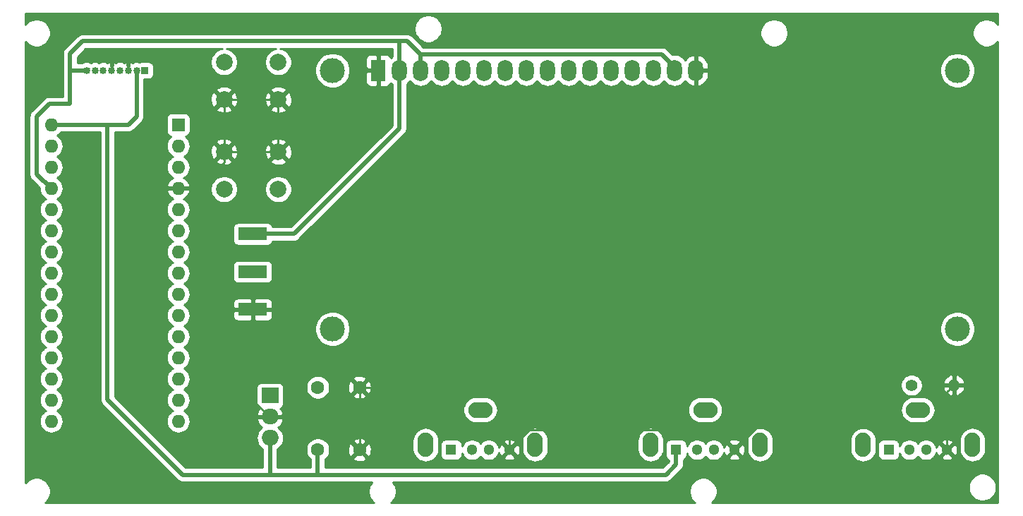
<source format=gbr>
G04 #@! TF.GenerationSoftware,KiCad,Pcbnew,5.1.2-f72e74a~80~ubuntu16.04.1*
G04 #@! TF.CreationDate,2019-04-30T15:46:27+02:00*
G04 #@! TF.ProjectId,bombasaRegulador,626f6d62-6173-4615-9265-67756c61646f,rev?*
G04 #@! TF.SameCoordinates,Original*
G04 #@! TF.FileFunction,Copper,L2,Bot*
G04 #@! TF.FilePolarity,Positive*
%FSLAX46Y46*%
G04 Gerber Fmt 4.6, Leading zero omitted, Abs format (unit mm)*
G04 Created by KiCad (PCBNEW 5.1.2-f72e74a~80~ubuntu16.04.1) date 2019-04-30 15:46:27*
%MOMM*%
%LPD*%
G04 APERTURE LIST*
%ADD10C,2.000000*%
%ADD11R,3.500000X1.500000*%
%ADD12R,1.600000X1.600000*%
%ADD13O,1.600000X1.600000*%
%ADD14O,2.000000X1.905000*%
%ADD15R,2.000000X1.905000*%
%ADD16C,1.600000*%
%ADD17O,2.900000X1.900000*%
%ADD18O,1.900000X2.900000*%
%ADD19C,1.300000*%
%ADD20R,1.300000X1.300000*%
%ADD21R,1.800000X2.600000*%
%ADD22O,1.800000X2.600000*%
%ADD23C,3.000000*%
%ADD24R,0.850000X0.850000*%
%ADD25O,0.850000X0.850000*%
%ADD26C,1.400000*%
%ADD27O,1.400000X1.400000*%
%ADD28C,0.250000*%
%ADD29C,0.500000*%
%ADD30C,0.254000*%
G04 APERTURE END LIST*
D10*
X191500000Y-69500000D03*
X191500000Y-74000000D03*
X185000000Y-69500000D03*
X185000000Y-74000000D03*
D11*
X188440000Y-90110000D03*
X188440000Y-99170000D03*
X188430000Y-94650000D03*
D12*
X179500000Y-77000000D03*
D13*
X164260000Y-110020000D03*
X179500000Y-79540000D03*
X164260000Y-107480000D03*
X179500000Y-82080000D03*
X164260000Y-104940000D03*
X179500000Y-84620000D03*
X164260000Y-102400000D03*
X179500000Y-87160000D03*
X164260000Y-99860000D03*
X179500000Y-89700000D03*
X164260000Y-97320000D03*
X179500000Y-92240000D03*
X164260000Y-94780000D03*
X179500000Y-94780000D03*
X164260000Y-92240000D03*
X179500000Y-97320000D03*
X164260000Y-89700000D03*
X179500000Y-99860000D03*
X164260000Y-87160000D03*
X179500000Y-102400000D03*
X164260000Y-84620000D03*
X179500000Y-104940000D03*
X164260000Y-82080000D03*
X179500000Y-107480000D03*
X164260000Y-79540000D03*
X179500000Y-110020000D03*
X164260000Y-77000000D03*
X179500000Y-112560000D03*
X164260000Y-112560000D03*
D10*
X191500000Y-80250000D03*
X191500000Y-84750000D03*
X185000000Y-80250000D03*
X185000000Y-84750000D03*
D14*
X190500000Y-114580000D03*
X190500000Y-112040000D03*
D15*
X190500000Y-109500000D03*
D16*
X201250000Y-108500000D03*
X196250000Y-108500000D03*
X201250000Y-116000000D03*
X196250000Y-116000000D03*
D17*
X215750000Y-111220000D03*
D18*
X222320000Y-115400000D03*
X209180000Y-115400000D03*
D19*
X219250000Y-116000000D03*
X216750000Y-116000000D03*
X214750000Y-116000000D03*
D20*
X212250000Y-116000000D03*
D21*
X203500000Y-70500000D03*
D22*
X206040000Y-70500000D03*
X208580000Y-70500000D03*
X211120000Y-70500000D03*
X213660000Y-70500000D03*
X216200000Y-70500000D03*
X218740000Y-70500000D03*
X221280000Y-70500000D03*
X223820000Y-70500000D03*
X226360000Y-70500000D03*
X228900000Y-70500000D03*
X231440000Y-70500000D03*
X233980000Y-70500000D03*
X236520000Y-70500000D03*
X239060000Y-70500000D03*
X241600000Y-70500000D03*
D23*
X198000900Y-70500000D03*
X198000900Y-101500700D03*
X272999480Y-101500700D03*
X273000000Y-70500000D03*
D20*
X264750000Y-116000000D03*
D19*
X267250000Y-116000000D03*
X269250000Y-116000000D03*
X271750000Y-116000000D03*
D18*
X261680000Y-115400000D03*
X274820000Y-115400000D03*
D17*
X268250000Y-111220000D03*
D24*
X175500000Y-70500000D03*
D25*
X174500000Y-70500000D03*
X173500000Y-70500000D03*
X172500000Y-70500000D03*
X171500000Y-70500000D03*
X170500000Y-70500000D03*
X169500000Y-70500000D03*
X168500000Y-70500000D03*
D26*
X267500000Y-108250000D03*
D27*
X272580000Y-108250000D03*
D20*
X239250000Y-116000000D03*
D19*
X241750000Y-116000000D03*
X243750000Y-116000000D03*
X246250000Y-116000000D03*
D18*
X236180000Y-115400000D03*
X249320000Y-115400000D03*
D17*
X242750000Y-111220000D03*
D28*
X271750000Y-109080000D02*
X272580000Y-108250000D01*
X271750000Y-116000000D02*
X271750000Y-109080000D01*
X246899999Y-115350001D02*
X246250000Y-116000000D01*
X243874990Y-113624990D02*
X245600001Y-115350001D01*
X245600001Y-115350001D02*
X246250000Y-116000000D01*
X221625010Y-113624990D02*
X243874990Y-113624990D01*
X219250000Y-116000000D02*
X221625010Y-113624990D01*
X248875000Y-113375000D02*
X269125000Y-113375000D01*
X271750000Y-116000000D02*
X269125000Y-113375000D01*
X248875000Y-113375000D02*
X246899999Y-115350001D01*
X191500000Y-80250000D02*
X191500000Y-74000000D01*
X185000000Y-74000000D02*
X191500000Y-74000000D01*
X186414213Y-80250000D02*
X191500000Y-80250000D01*
X185000000Y-80250000D02*
X186414213Y-80250000D01*
X185000000Y-80250000D02*
X185000000Y-74000000D01*
X168500000Y-70500000D02*
X168749999Y-70250001D01*
X181000000Y-70000000D02*
X185000000Y-74000000D01*
X179500000Y-68500000D02*
X181000000Y-70000000D01*
X219250000Y-110250000D02*
X219250000Y-116000000D01*
X201250000Y-108500000D02*
X217500000Y-108500000D01*
X217500000Y-108500000D02*
X219250000Y-110250000D01*
X171500000Y-70500000D02*
X171500000Y-68500000D01*
X171500000Y-68500000D02*
X179500000Y-68500000D01*
X179500000Y-84620000D02*
X181880000Y-84620000D01*
X185000000Y-81500000D02*
X185000000Y-80250000D01*
X181880000Y-84620000D02*
X185000000Y-81500000D01*
X192040000Y-111750000D02*
X201250000Y-111750000D01*
X190500000Y-112040000D02*
X191750000Y-112040000D01*
X191750000Y-112040000D02*
X192040000Y-111750000D01*
X201250000Y-116000000D02*
X201250000Y-111750000D01*
X201250000Y-111750000D02*
X201250000Y-108500000D01*
X202350000Y-70500000D02*
X203500000Y-70500000D01*
X191500000Y-74000000D02*
X195000000Y-70500000D01*
X195000000Y-70500000D02*
X195000000Y-69000000D01*
X195000000Y-69000000D02*
X196000000Y-68000000D01*
X196000000Y-68000000D02*
X200000000Y-68000000D01*
X200000000Y-68000000D02*
X200000000Y-68150000D01*
X200000000Y-68150000D02*
X202350000Y-70500000D01*
X188440000Y-100170000D02*
X188440000Y-99170000D01*
X188440000Y-110027500D02*
X188440000Y-100170000D01*
X190452500Y-112040000D02*
X188440000Y-110027500D01*
X190500000Y-112040000D02*
X190452500Y-112040000D01*
X173500000Y-70500000D02*
X173500000Y-68500000D01*
D29*
X180000000Y-119000000D02*
X171000000Y-110000000D01*
X190500000Y-114580000D02*
X190500000Y-119000000D01*
X190500000Y-119000000D02*
X180000000Y-119000000D01*
X196250000Y-118750000D02*
X196000000Y-119000000D01*
X196250000Y-116000000D02*
X196250000Y-118750000D01*
X196000000Y-119000000D02*
X190500000Y-119000000D01*
X164260000Y-77000000D02*
X171000000Y-77000000D01*
X239250000Y-117750000D02*
X239250000Y-116000000D01*
X238000000Y-119000000D02*
X239250000Y-117750000D01*
X196000000Y-119000000D02*
X238000000Y-119000000D01*
X171000000Y-84000000D02*
X171000000Y-77000000D01*
X171000000Y-84000000D02*
X171000000Y-83740000D01*
X171000000Y-93500000D02*
X171000000Y-84000000D01*
X171000000Y-110000000D02*
X171000000Y-93500000D01*
X171000000Y-77000000D02*
X173500000Y-77000000D01*
X174500000Y-76000000D02*
X174500000Y-70500000D01*
X173500000Y-77000000D02*
X174500000Y-76000000D01*
X166500000Y-68500000D02*
X168000000Y-67000000D01*
X168000000Y-67000000D02*
X207000000Y-67000000D01*
X208580000Y-68580000D02*
X208580000Y-70500000D01*
X207000000Y-67000000D02*
X208580000Y-68580000D01*
X206040000Y-70500000D02*
X206040000Y-67040000D01*
X193390000Y-90110000D02*
X188440000Y-90110000D01*
X206040000Y-70500000D02*
X206040000Y-77460000D01*
X206040000Y-77460000D02*
X193390000Y-90110000D01*
X163460001Y-83820001D02*
X163320001Y-83820001D01*
X163320001Y-83820001D02*
X162500000Y-83000000D01*
X164260000Y-84620000D02*
X163460001Y-83820001D01*
X162500000Y-83000000D02*
X162500000Y-76000000D01*
X162500000Y-76000000D02*
X164000000Y-74500000D01*
X166500000Y-72000000D02*
X166500000Y-74500000D01*
X164000000Y-74500000D02*
X166500000Y-74500000D01*
X237540000Y-68580000D02*
X239060000Y-70100000D01*
X239060000Y-70100000D02*
X239060000Y-70500000D01*
X208580000Y-68580000D02*
X237540000Y-68580000D01*
X166500000Y-70500000D02*
X166500000Y-68500000D01*
X166500000Y-72000000D02*
X166500000Y-70500000D01*
X166500000Y-70500000D02*
X167000000Y-70500000D01*
X166500000Y-70500000D02*
X168500000Y-70500000D01*
D30*
G36*
X277840000Y-64972532D02*
G01*
X277808825Y-64925875D01*
X277574125Y-64691175D01*
X277298147Y-64506772D01*
X276991496Y-64379754D01*
X276665958Y-64315000D01*
X276334042Y-64315000D01*
X276008504Y-64379754D01*
X275701853Y-64506772D01*
X275425875Y-64691175D01*
X275191175Y-64925875D01*
X275006772Y-65201853D01*
X274879754Y-65508504D01*
X274815000Y-65834042D01*
X274815000Y-66165958D01*
X274879754Y-66491496D01*
X275006772Y-66798147D01*
X275191175Y-67074125D01*
X275425875Y-67308825D01*
X275701853Y-67493228D01*
X276008504Y-67620246D01*
X276334042Y-67685000D01*
X276665958Y-67685000D01*
X276991496Y-67620246D01*
X277298147Y-67493228D01*
X277574125Y-67308825D01*
X277808825Y-67074125D01*
X277840000Y-67027468D01*
X277840001Y-122340000D01*
X243527468Y-122340000D01*
X243574125Y-122308825D01*
X243808825Y-122074125D01*
X243993228Y-121798147D01*
X244120246Y-121491496D01*
X244185000Y-121165958D01*
X244185000Y-120834042D01*
X244120246Y-120508504D01*
X244047983Y-120334042D01*
X274315000Y-120334042D01*
X274315000Y-120665958D01*
X274379754Y-120991496D01*
X274506772Y-121298147D01*
X274691175Y-121574125D01*
X274925875Y-121808825D01*
X275201853Y-121993228D01*
X275508504Y-122120246D01*
X275834042Y-122185000D01*
X276165958Y-122185000D01*
X276491496Y-122120246D01*
X276798147Y-121993228D01*
X277074125Y-121808825D01*
X277308825Y-121574125D01*
X277493228Y-121298147D01*
X277620246Y-120991496D01*
X277685000Y-120665958D01*
X277685000Y-120334042D01*
X277620246Y-120008504D01*
X277493228Y-119701853D01*
X277308825Y-119425875D01*
X277074125Y-119191175D01*
X276798147Y-119006772D01*
X276491496Y-118879754D01*
X276165958Y-118815000D01*
X275834042Y-118815000D01*
X275508504Y-118879754D01*
X275201853Y-119006772D01*
X274925875Y-119191175D01*
X274691175Y-119425875D01*
X274506772Y-119701853D01*
X274379754Y-120008504D01*
X274315000Y-120334042D01*
X244047983Y-120334042D01*
X243993228Y-120201853D01*
X243808825Y-119925875D01*
X243574125Y-119691175D01*
X243298147Y-119506772D01*
X242991496Y-119379754D01*
X242665958Y-119315000D01*
X242334042Y-119315000D01*
X242008504Y-119379754D01*
X241701853Y-119506772D01*
X241425875Y-119691175D01*
X241191175Y-119925875D01*
X241006772Y-120201853D01*
X240879754Y-120508504D01*
X240815000Y-120834042D01*
X240815000Y-121165958D01*
X240879754Y-121491496D01*
X241006772Y-121798147D01*
X241191175Y-122074125D01*
X241425875Y-122308825D01*
X241472532Y-122340000D01*
X205027468Y-122340000D01*
X205074125Y-122308825D01*
X205308825Y-122074125D01*
X205493228Y-121798147D01*
X205620246Y-121491496D01*
X205685000Y-121165958D01*
X205685000Y-120834042D01*
X205620246Y-120508504D01*
X205493228Y-120201853D01*
X205308825Y-119925875D01*
X205267950Y-119885000D01*
X237956531Y-119885000D01*
X238000000Y-119889281D01*
X238043469Y-119885000D01*
X238043477Y-119885000D01*
X238173490Y-119872195D01*
X238340313Y-119821589D01*
X238494059Y-119739411D01*
X238628817Y-119628817D01*
X238656534Y-119595044D01*
X239845050Y-118406529D01*
X239878817Y-118378817D01*
X239989411Y-118244059D01*
X240071589Y-118090313D01*
X240122195Y-117923490D01*
X240135000Y-117793477D01*
X240135000Y-117793469D01*
X240139281Y-117750000D01*
X240135000Y-117706531D01*
X240135000Y-117242287D01*
X240144180Y-117239502D01*
X240254494Y-117180537D01*
X240351185Y-117101185D01*
X240430537Y-117004494D01*
X240489502Y-116894180D01*
X240525812Y-116774482D01*
X240538072Y-116650000D01*
X240538072Y-116432016D01*
X240611247Y-116608676D01*
X240751875Y-116819140D01*
X240930860Y-116998125D01*
X241141324Y-117138753D01*
X241375179Y-117235619D01*
X241623439Y-117285000D01*
X241876561Y-117285000D01*
X242124821Y-117235619D01*
X242358676Y-117138753D01*
X242569140Y-116998125D01*
X242748125Y-116819140D01*
X242750000Y-116816334D01*
X242751875Y-116819140D01*
X242930860Y-116998125D01*
X243141324Y-117138753D01*
X243375179Y-117235619D01*
X243623439Y-117285000D01*
X243876561Y-117285000D01*
X244124821Y-117235619D01*
X244358676Y-117138753D01*
X244569140Y-116998125D01*
X244681738Y-116885527D01*
X245544078Y-116885527D01*
X245597466Y-117114201D01*
X245827374Y-117220095D01*
X246073524Y-117279102D01*
X246326455Y-117288952D01*
X246576449Y-117249270D01*
X246813896Y-117161578D01*
X246902534Y-117114201D01*
X246955922Y-116885527D01*
X246250000Y-116179605D01*
X245544078Y-116885527D01*
X244681738Y-116885527D01*
X244748125Y-116819140D01*
X244888753Y-116608676D01*
X244985619Y-116374821D01*
X244998294Y-116311100D01*
X245000730Y-116326449D01*
X245088422Y-116563896D01*
X245135799Y-116652534D01*
X245364473Y-116705922D01*
X246070395Y-116000000D01*
X246429605Y-116000000D01*
X247135527Y-116705922D01*
X247364201Y-116652534D01*
X247470095Y-116422626D01*
X247529102Y-116176476D01*
X247538952Y-115923545D01*
X247499270Y-115673551D01*
X247411578Y-115436104D01*
X247364201Y-115347466D01*
X247135527Y-115294078D01*
X246429605Y-116000000D01*
X246070395Y-116000000D01*
X245364473Y-115294078D01*
X245135799Y-115347466D01*
X245029905Y-115577374D01*
X245000505Y-115700017D01*
X244985619Y-115625179D01*
X244888753Y-115391324D01*
X244748125Y-115180860D01*
X244681738Y-115114473D01*
X245544078Y-115114473D01*
X246250000Y-115820395D01*
X246955922Y-115114473D01*
X246902534Y-114885799D01*
X246764317Y-114822137D01*
X247735000Y-114822137D01*
X247735000Y-115977864D01*
X247757934Y-116210714D01*
X247848566Y-116509488D01*
X247995744Y-116784839D01*
X248193814Y-117026187D01*
X248435162Y-117224256D01*
X248710513Y-117371434D01*
X249009287Y-117462066D01*
X249320000Y-117492669D01*
X249630714Y-117462066D01*
X249929488Y-117371434D01*
X250204839Y-117224256D01*
X250446187Y-117026187D01*
X250644256Y-116784839D01*
X250791434Y-116509488D01*
X250882066Y-116210714D01*
X250905000Y-115977864D01*
X250905000Y-114822136D01*
X260095000Y-114822136D01*
X260095000Y-115977863D01*
X260117934Y-116210713D01*
X260208566Y-116509487D01*
X260355744Y-116784838D01*
X260553813Y-117026187D01*
X260795161Y-117224256D01*
X261070512Y-117371434D01*
X261369286Y-117462066D01*
X261680000Y-117492669D01*
X261990713Y-117462066D01*
X262289487Y-117371434D01*
X262564838Y-117224256D01*
X262806187Y-117026187D01*
X263004256Y-116784839D01*
X263151434Y-116509488D01*
X263242066Y-116210714D01*
X263265000Y-115977864D01*
X263265000Y-115350000D01*
X263461928Y-115350000D01*
X263461928Y-116650000D01*
X263474188Y-116774482D01*
X263510498Y-116894180D01*
X263569463Y-117004494D01*
X263648815Y-117101185D01*
X263745506Y-117180537D01*
X263855820Y-117239502D01*
X263975518Y-117275812D01*
X264100000Y-117288072D01*
X265400000Y-117288072D01*
X265524482Y-117275812D01*
X265644180Y-117239502D01*
X265754494Y-117180537D01*
X265851185Y-117101185D01*
X265930537Y-117004494D01*
X265989502Y-116894180D01*
X266025812Y-116774482D01*
X266038072Y-116650000D01*
X266038072Y-116432016D01*
X266111247Y-116608676D01*
X266251875Y-116819140D01*
X266430860Y-116998125D01*
X266641324Y-117138753D01*
X266875179Y-117235619D01*
X267123439Y-117285000D01*
X267376561Y-117285000D01*
X267624821Y-117235619D01*
X267858676Y-117138753D01*
X268069140Y-116998125D01*
X268248125Y-116819140D01*
X268250000Y-116816334D01*
X268251875Y-116819140D01*
X268430860Y-116998125D01*
X268641324Y-117138753D01*
X268875179Y-117235619D01*
X269123439Y-117285000D01*
X269376561Y-117285000D01*
X269624821Y-117235619D01*
X269858676Y-117138753D01*
X270069140Y-116998125D01*
X270181738Y-116885527D01*
X271044078Y-116885527D01*
X271097466Y-117114201D01*
X271327374Y-117220095D01*
X271573524Y-117279102D01*
X271826455Y-117288952D01*
X272076449Y-117249270D01*
X272313896Y-117161578D01*
X272402534Y-117114201D01*
X272455922Y-116885527D01*
X271750000Y-116179605D01*
X271044078Y-116885527D01*
X270181738Y-116885527D01*
X270248125Y-116819140D01*
X270388753Y-116608676D01*
X270485619Y-116374821D01*
X270498294Y-116311100D01*
X270500730Y-116326449D01*
X270588422Y-116563896D01*
X270635799Y-116652534D01*
X270864473Y-116705922D01*
X271570395Y-116000000D01*
X271929605Y-116000000D01*
X272635527Y-116705922D01*
X272864201Y-116652534D01*
X272970095Y-116422626D01*
X273029102Y-116176476D01*
X273038952Y-115923545D01*
X272999270Y-115673551D01*
X272911578Y-115436104D01*
X272864201Y-115347466D01*
X272635527Y-115294078D01*
X271929605Y-116000000D01*
X271570395Y-116000000D01*
X270864473Y-115294078D01*
X270635799Y-115347466D01*
X270529905Y-115577374D01*
X270500505Y-115700017D01*
X270485619Y-115625179D01*
X270388753Y-115391324D01*
X270248125Y-115180860D01*
X270181738Y-115114473D01*
X271044078Y-115114473D01*
X271750000Y-115820395D01*
X272455922Y-115114473D01*
X272402534Y-114885799D01*
X272264317Y-114822137D01*
X273235000Y-114822137D01*
X273235000Y-115977864D01*
X273257934Y-116210714D01*
X273348566Y-116509488D01*
X273495744Y-116784839D01*
X273693814Y-117026187D01*
X273935162Y-117224256D01*
X274210513Y-117371434D01*
X274509287Y-117462066D01*
X274820000Y-117492669D01*
X275130714Y-117462066D01*
X275429488Y-117371434D01*
X275704839Y-117224256D01*
X275946187Y-117026187D01*
X276144256Y-116784839D01*
X276291434Y-116509488D01*
X276382066Y-116210714D01*
X276405000Y-115977864D01*
X276405000Y-114822136D01*
X276382066Y-114589286D01*
X276291434Y-114290512D01*
X276144256Y-114015161D01*
X275946187Y-113773813D01*
X275704838Y-113575744D01*
X275429487Y-113428566D01*
X275130713Y-113337934D01*
X274820000Y-113307331D01*
X274509286Y-113337934D01*
X274210512Y-113428566D01*
X273935161Y-113575744D01*
X273693813Y-113773813D01*
X273495744Y-114015162D01*
X273348566Y-114290513D01*
X273257934Y-114589287D01*
X273235000Y-114822137D01*
X272264317Y-114822137D01*
X272172626Y-114779905D01*
X271926476Y-114720898D01*
X271673545Y-114711048D01*
X271423551Y-114750730D01*
X271186104Y-114838422D01*
X271097466Y-114885799D01*
X271044078Y-115114473D01*
X270181738Y-115114473D01*
X270069140Y-115001875D01*
X269858676Y-114861247D01*
X269624821Y-114764381D01*
X269376561Y-114715000D01*
X269123439Y-114715000D01*
X268875179Y-114764381D01*
X268641324Y-114861247D01*
X268430860Y-115001875D01*
X268251875Y-115180860D01*
X268250000Y-115183666D01*
X268248125Y-115180860D01*
X268069140Y-115001875D01*
X267858676Y-114861247D01*
X267624821Y-114764381D01*
X267376561Y-114715000D01*
X267123439Y-114715000D01*
X266875179Y-114764381D01*
X266641324Y-114861247D01*
X266430860Y-115001875D01*
X266251875Y-115180860D01*
X266111247Y-115391324D01*
X266038072Y-115567984D01*
X266038072Y-115350000D01*
X266025812Y-115225518D01*
X265989502Y-115105820D01*
X265930537Y-114995506D01*
X265851185Y-114898815D01*
X265754494Y-114819463D01*
X265644180Y-114760498D01*
X265524482Y-114724188D01*
X265400000Y-114711928D01*
X264100000Y-114711928D01*
X263975518Y-114724188D01*
X263855820Y-114760498D01*
X263745506Y-114819463D01*
X263648815Y-114898815D01*
X263569463Y-114995506D01*
X263510498Y-115105820D01*
X263474188Y-115225518D01*
X263461928Y-115350000D01*
X263265000Y-115350000D01*
X263265000Y-114822136D01*
X263242066Y-114589286D01*
X263151434Y-114290512D01*
X263004256Y-114015161D01*
X262806187Y-113773813D01*
X262564839Y-113575744D01*
X262289488Y-113428566D01*
X261990714Y-113337934D01*
X261680000Y-113307331D01*
X261369287Y-113337934D01*
X261070513Y-113428566D01*
X260795162Y-113575744D01*
X260553814Y-113773813D01*
X260355744Y-114015161D01*
X260208566Y-114290512D01*
X260117934Y-114589286D01*
X260095000Y-114822136D01*
X250905000Y-114822136D01*
X250882066Y-114589286D01*
X250791434Y-114290512D01*
X250644256Y-114015161D01*
X250446187Y-113773813D01*
X250204838Y-113575744D01*
X249929487Y-113428566D01*
X249630713Y-113337934D01*
X249320000Y-113307331D01*
X249009286Y-113337934D01*
X248710512Y-113428566D01*
X248435161Y-113575744D01*
X248193813Y-113773813D01*
X247995744Y-114015162D01*
X247848566Y-114290513D01*
X247757934Y-114589287D01*
X247735000Y-114822137D01*
X246764317Y-114822137D01*
X246672626Y-114779905D01*
X246426476Y-114720898D01*
X246173545Y-114711048D01*
X245923551Y-114750730D01*
X245686104Y-114838422D01*
X245597466Y-114885799D01*
X245544078Y-115114473D01*
X244681738Y-115114473D01*
X244569140Y-115001875D01*
X244358676Y-114861247D01*
X244124821Y-114764381D01*
X243876561Y-114715000D01*
X243623439Y-114715000D01*
X243375179Y-114764381D01*
X243141324Y-114861247D01*
X242930860Y-115001875D01*
X242751875Y-115180860D01*
X242750000Y-115183666D01*
X242748125Y-115180860D01*
X242569140Y-115001875D01*
X242358676Y-114861247D01*
X242124821Y-114764381D01*
X241876561Y-114715000D01*
X241623439Y-114715000D01*
X241375179Y-114764381D01*
X241141324Y-114861247D01*
X240930860Y-115001875D01*
X240751875Y-115180860D01*
X240611247Y-115391324D01*
X240538072Y-115567984D01*
X240538072Y-115350000D01*
X240525812Y-115225518D01*
X240489502Y-115105820D01*
X240430537Y-114995506D01*
X240351185Y-114898815D01*
X240254494Y-114819463D01*
X240144180Y-114760498D01*
X240024482Y-114724188D01*
X239900000Y-114711928D01*
X238600000Y-114711928D01*
X238475518Y-114724188D01*
X238355820Y-114760498D01*
X238245506Y-114819463D01*
X238148815Y-114898815D01*
X238069463Y-114995506D01*
X238010498Y-115105820D01*
X237974188Y-115225518D01*
X237961928Y-115350000D01*
X237961928Y-116650000D01*
X237974188Y-116774482D01*
X238010498Y-116894180D01*
X238069463Y-117004494D01*
X238148815Y-117101185D01*
X238245506Y-117180537D01*
X238355820Y-117239502D01*
X238365000Y-117242287D01*
X238365000Y-117383421D01*
X237633422Y-118115000D01*
X197135000Y-118115000D01*
X197135000Y-117134521D01*
X197164759Y-117114637D01*
X197286694Y-116992702D01*
X200436903Y-116992702D01*
X200508486Y-117236671D01*
X200763996Y-117357571D01*
X201038184Y-117426300D01*
X201320512Y-117440217D01*
X201600130Y-117398787D01*
X201866292Y-117303603D01*
X201991514Y-117236671D01*
X202063097Y-116992702D01*
X201250000Y-116179605D01*
X200436903Y-116992702D01*
X197286694Y-116992702D01*
X197364637Y-116914759D01*
X197521680Y-116679727D01*
X197629853Y-116418574D01*
X197685000Y-116141335D01*
X197685000Y-116070512D01*
X199809783Y-116070512D01*
X199851213Y-116350130D01*
X199946397Y-116616292D01*
X200013329Y-116741514D01*
X200257298Y-116813097D01*
X201070395Y-116000000D01*
X201429605Y-116000000D01*
X202242702Y-116813097D01*
X202486671Y-116741514D01*
X202607571Y-116486004D01*
X202676300Y-116211816D01*
X202690217Y-115929488D01*
X202648787Y-115649870D01*
X202553603Y-115383708D01*
X202486671Y-115258486D01*
X202242702Y-115186903D01*
X201429605Y-116000000D01*
X201070395Y-116000000D01*
X200257298Y-115186903D01*
X200013329Y-115258486D01*
X199892429Y-115513996D01*
X199823700Y-115788184D01*
X199809783Y-116070512D01*
X197685000Y-116070512D01*
X197685000Y-115858665D01*
X197629853Y-115581426D01*
X197521680Y-115320273D01*
X197364637Y-115085241D01*
X197286694Y-115007298D01*
X200436903Y-115007298D01*
X201250000Y-115820395D01*
X202063097Y-115007298D01*
X202008769Y-114822136D01*
X207595000Y-114822136D01*
X207595000Y-115977863D01*
X207617934Y-116210713D01*
X207708566Y-116509487D01*
X207855744Y-116784838D01*
X208053813Y-117026187D01*
X208295161Y-117224256D01*
X208570512Y-117371434D01*
X208869286Y-117462066D01*
X209180000Y-117492669D01*
X209490713Y-117462066D01*
X209789487Y-117371434D01*
X210064838Y-117224256D01*
X210306187Y-117026187D01*
X210504256Y-116784839D01*
X210651434Y-116509488D01*
X210742066Y-116210714D01*
X210765000Y-115977864D01*
X210765000Y-115350000D01*
X210961928Y-115350000D01*
X210961928Y-116650000D01*
X210974188Y-116774482D01*
X211010498Y-116894180D01*
X211069463Y-117004494D01*
X211148815Y-117101185D01*
X211245506Y-117180537D01*
X211355820Y-117239502D01*
X211475518Y-117275812D01*
X211600000Y-117288072D01*
X212900000Y-117288072D01*
X213024482Y-117275812D01*
X213144180Y-117239502D01*
X213254494Y-117180537D01*
X213351185Y-117101185D01*
X213430537Y-117004494D01*
X213489502Y-116894180D01*
X213525812Y-116774482D01*
X213538072Y-116650000D01*
X213538072Y-116432016D01*
X213611247Y-116608676D01*
X213751875Y-116819140D01*
X213930860Y-116998125D01*
X214141324Y-117138753D01*
X214375179Y-117235619D01*
X214623439Y-117285000D01*
X214876561Y-117285000D01*
X215124821Y-117235619D01*
X215358676Y-117138753D01*
X215569140Y-116998125D01*
X215748125Y-116819140D01*
X215750000Y-116816334D01*
X215751875Y-116819140D01*
X215930860Y-116998125D01*
X216141324Y-117138753D01*
X216375179Y-117235619D01*
X216623439Y-117285000D01*
X216876561Y-117285000D01*
X217124821Y-117235619D01*
X217358676Y-117138753D01*
X217569140Y-116998125D01*
X217681738Y-116885527D01*
X218544078Y-116885527D01*
X218597466Y-117114201D01*
X218827374Y-117220095D01*
X219073524Y-117279102D01*
X219326455Y-117288952D01*
X219576449Y-117249270D01*
X219813896Y-117161578D01*
X219902534Y-117114201D01*
X219955922Y-116885527D01*
X219250000Y-116179605D01*
X218544078Y-116885527D01*
X217681738Y-116885527D01*
X217748125Y-116819140D01*
X217888753Y-116608676D01*
X217985619Y-116374821D01*
X217998294Y-116311100D01*
X218000730Y-116326449D01*
X218088422Y-116563896D01*
X218135799Y-116652534D01*
X218364473Y-116705922D01*
X219070395Y-116000000D01*
X219429605Y-116000000D01*
X220135527Y-116705922D01*
X220364201Y-116652534D01*
X220470095Y-116422626D01*
X220529102Y-116176476D01*
X220538952Y-115923545D01*
X220499270Y-115673551D01*
X220411578Y-115436104D01*
X220364201Y-115347466D01*
X220135527Y-115294078D01*
X219429605Y-116000000D01*
X219070395Y-116000000D01*
X218364473Y-115294078D01*
X218135799Y-115347466D01*
X218029905Y-115577374D01*
X218000505Y-115700017D01*
X217985619Y-115625179D01*
X217888753Y-115391324D01*
X217748125Y-115180860D01*
X217681738Y-115114473D01*
X218544078Y-115114473D01*
X219250000Y-115820395D01*
X219955922Y-115114473D01*
X219902534Y-114885799D01*
X219764317Y-114822137D01*
X220735000Y-114822137D01*
X220735000Y-115977864D01*
X220757934Y-116210714D01*
X220848566Y-116509488D01*
X220995744Y-116784839D01*
X221193814Y-117026187D01*
X221435162Y-117224256D01*
X221710513Y-117371434D01*
X222009287Y-117462066D01*
X222320000Y-117492669D01*
X222630714Y-117462066D01*
X222929488Y-117371434D01*
X223204839Y-117224256D01*
X223446187Y-117026187D01*
X223644256Y-116784839D01*
X223791434Y-116509488D01*
X223882066Y-116210714D01*
X223905000Y-115977864D01*
X223905000Y-114822136D01*
X234595000Y-114822136D01*
X234595000Y-115977863D01*
X234617934Y-116210713D01*
X234708566Y-116509487D01*
X234855744Y-116784838D01*
X235053813Y-117026187D01*
X235295161Y-117224256D01*
X235570512Y-117371434D01*
X235869286Y-117462066D01*
X236180000Y-117492669D01*
X236490713Y-117462066D01*
X236789487Y-117371434D01*
X237064838Y-117224256D01*
X237306187Y-117026187D01*
X237504256Y-116784839D01*
X237651434Y-116509488D01*
X237742066Y-116210714D01*
X237765000Y-115977864D01*
X237765000Y-114822136D01*
X237742066Y-114589286D01*
X237651434Y-114290512D01*
X237504256Y-114015161D01*
X237306187Y-113773813D01*
X237064839Y-113575744D01*
X236789488Y-113428566D01*
X236490714Y-113337934D01*
X236180000Y-113307331D01*
X235869287Y-113337934D01*
X235570513Y-113428566D01*
X235295162Y-113575744D01*
X235053814Y-113773813D01*
X234855744Y-114015161D01*
X234708566Y-114290512D01*
X234617934Y-114589286D01*
X234595000Y-114822136D01*
X223905000Y-114822136D01*
X223882066Y-114589286D01*
X223791434Y-114290512D01*
X223644256Y-114015161D01*
X223446187Y-113773813D01*
X223204838Y-113575744D01*
X222929487Y-113428566D01*
X222630713Y-113337934D01*
X222320000Y-113307331D01*
X222009286Y-113337934D01*
X221710512Y-113428566D01*
X221435161Y-113575744D01*
X221193813Y-113773813D01*
X220995744Y-114015162D01*
X220848566Y-114290513D01*
X220757934Y-114589287D01*
X220735000Y-114822137D01*
X219764317Y-114822137D01*
X219672626Y-114779905D01*
X219426476Y-114720898D01*
X219173545Y-114711048D01*
X218923551Y-114750730D01*
X218686104Y-114838422D01*
X218597466Y-114885799D01*
X218544078Y-115114473D01*
X217681738Y-115114473D01*
X217569140Y-115001875D01*
X217358676Y-114861247D01*
X217124821Y-114764381D01*
X216876561Y-114715000D01*
X216623439Y-114715000D01*
X216375179Y-114764381D01*
X216141324Y-114861247D01*
X215930860Y-115001875D01*
X215751875Y-115180860D01*
X215750000Y-115183666D01*
X215748125Y-115180860D01*
X215569140Y-115001875D01*
X215358676Y-114861247D01*
X215124821Y-114764381D01*
X214876561Y-114715000D01*
X214623439Y-114715000D01*
X214375179Y-114764381D01*
X214141324Y-114861247D01*
X213930860Y-115001875D01*
X213751875Y-115180860D01*
X213611247Y-115391324D01*
X213538072Y-115567984D01*
X213538072Y-115350000D01*
X213525812Y-115225518D01*
X213489502Y-115105820D01*
X213430537Y-114995506D01*
X213351185Y-114898815D01*
X213254494Y-114819463D01*
X213144180Y-114760498D01*
X213024482Y-114724188D01*
X212900000Y-114711928D01*
X211600000Y-114711928D01*
X211475518Y-114724188D01*
X211355820Y-114760498D01*
X211245506Y-114819463D01*
X211148815Y-114898815D01*
X211069463Y-114995506D01*
X211010498Y-115105820D01*
X210974188Y-115225518D01*
X210961928Y-115350000D01*
X210765000Y-115350000D01*
X210765000Y-114822136D01*
X210742066Y-114589286D01*
X210651434Y-114290512D01*
X210504256Y-114015161D01*
X210306187Y-113773813D01*
X210064839Y-113575744D01*
X209789488Y-113428566D01*
X209490714Y-113337934D01*
X209180000Y-113307331D01*
X208869287Y-113337934D01*
X208570513Y-113428566D01*
X208295162Y-113575744D01*
X208053814Y-113773813D01*
X207855744Y-114015161D01*
X207708566Y-114290512D01*
X207617934Y-114589286D01*
X207595000Y-114822136D01*
X202008769Y-114822136D01*
X201991514Y-114763329D01*
X201736004Y-114642429D01*
X201461816Y-114573700D01*
X201179488Y-114559783D01*
X200899870Y-114601213D01*
X200633708Y-114696397D01*
X200508486Y-114763329D01*
X200436903Y-115007298D01*
X197286694Y-115007298D01*
X197164759Y-114885363D01*
X196929727Y-114728320D01*
X196668574Y-114620147D01*
X196391335Y-114565000D01*
X196108665Y-114565000D01*
X195831426Y-114620147D01*
X195570273Y-114728320D01*
X195335241Y-114885363D01*
X195135363Y-115085241D01*
X194978320Y-115320273D01*
X194870147Y-115581426D01*
X194815000Y-115858665D01*
X194815000Y-116141335D01*
X194870147Y-116418574D01*
X194978320Y-116679727D01*
X195135363Y-116914759D01*
X195335241Y-117114637D01*
X195365000Y-117134522D01*
X195365001Y-118115000D01*
X191385000Y-118115000D01*
X191385000Y-115932394D01*
X191433735Y-115906345D01*
X191675463Y-115707963D01*
X191873845Y-115466235D01*
X192021255Y-115190449D01*
X192112030Y-114891204D01*
X192142681Y-114580000D01*
X192112030Y-114268796D01*
X192021255Y-113969551D01*
X191873845Y-113693765D01*
X191675463Y-113452037D01*
X191496101Y-113304837D01*
X191681315Y-113149437D01*
X191875969Y-112906923D01*
X192019571Y-112631094D01*
X192090563Y-112412980D01*
X191970594Y-112167000D01*
X190627000Y-112167000D01*
X190627000Y-112187000D01*
X190373000Y-112187000D01*
X190373000Y-112167000D01*
X189029406Y-112167000D01*
X188909437Y-112412980D01*
X188980429Y-112631094D01*
X189124031Y-112906923D01*
X189318685Y-113149437D01*
X189503899Y-113304837D01*
X189324537Y-113452037D01*
X189126155Y-113693765D01*
X188978745Y-113969551D01*
X188887970Y-114268796D01*
X188857319Y-114580000D01*
X188887970Y-114891204D01*
X188978745Y-115190449D01*
X189126155Y-115466235D01*
X189324537Y-115707963D01*
X189566265Y-115906345D01*
X189615000Y-115932394D01*
X189615001Y-118115000D01*
X180366579Y-118115000D01*
X171885000Y-109633422D01*
X171885000Y-87160000D01*
X178058057Y-87160000D01*
X178085764Y-87441309D01*
X178167818Y-87711808D01*
X178301068Y-87961101D01*
X178480392Y-88179608D01*
X178698899Y-88358932D01*
X178831858Y-88430000D01*
X178698899Y-88501068D01*
X178480392Y-88680392D01*
X178301068Y-88898899D01*
X178167818Y-89148192D01*
X178085764Y-89418691D01*
X178058057Y-89700000D01*
X178085764Y-89981309D01*
X178167818Y-90251808D01*
X178301068Y-90501101D01*
X178480392Y-90719608D01*
X178698899Y-90898932D01*
X178831858Y-90970000D01*
X178698899Y-91041068D01*
X178480392Y-91220392D01*
X178301068Y-91438899D01*
X178167818Y-91688192D01*
X178085764Y-91958691D01*
X178058057Y-92240000D01*
X178085764Y-92521309D01*
X178167818Y-92791808D01*
X178301068Y-93041101D01*
X178480392Y-93259608D01*
X178698899Y-93438932D01*
X178831858Y-93510000D01*
X178698899Y-93581068D01*
X178480392Y-93760392D01*
X178301068Y-93978899D01*
X178167818Y-94228192D01*
X178085764Y-94498691D01*
X178058057Y-94780000D01*
X178085764Y-95061309D01*
X178167818Y-95331808D01*
X178301068Y-95581101D01*
X178480392Y-95799608D01*
X178698899Y-95978932D01*
X178831858Y-96050000D01*
X178698899Y-96121068D01*
X178480392Y-96300392D01*
X178301068Y-96518899D01*
X178167818Y-96768192D01*
X178085764Y-97038691D01*
X178058057Y-97320000D01*
X178085764Y-97601309D01*
X178167818Y-97871808D01*
X178301068Y-98121101D01*
X178480392Y-98339608D01*
X178698899Y-98518932D01*
X178831858Y-98590000D01*
X178698899Y-98661068D01*
X178480392Y-98840392D01*
X178301068Y-99058899D01*
X178167818Y-99308192D01*
X178085764Y-99578691D01*
X178058057Y-99860000D01*
X178085764Y-100141309D01*
X178167818Y-100411808D01*
X178301068Y-100661101D01*
X178480392Y-100879608D01*
X178698899Y-101058932D01*
X178831858Y-101130000D01*
X178698899Y-101201068D01*
X178480392Y-101380392D01*
X178301068Y-101598899D01*
X178167818Y-101848192D01*
X178085764Y-102118691D01*
X178058057Y-102400000D01*
X178085764Y-102681309D01*
X178167818Y-102951808D01*
X178301068Y-103201101D01*
X178480392Y-103419608D01*
X178698899Y-103598932D01*
X178831858Y-103670000D01*
X178698899Y-103741068D01*
X178480392Y-103920392D01*
X178301068Y-104138899D01*
X178167818Y-104388192D01*
X178085764Y-104658691D01*
X178058057Y-104940000D01*
X178085764Y-105221309D01*
X178167818Y-105491808D01*
X178301068Y-105741101D01*
X178480392Y-105959608D01*
X178698899Y-106138932D01*
X178831858Y-106210000D01*
X178698899Y-106281068D01*
X178480392Y-106460392D01*
X178301068Y-106678899D01*
X178167818Y-106928192D01*
X178085764Y-107198691D01*
X178058057Y-107480000D01*
X178085764Y-107761309D01*
X178167818Y-108031808D01*
X178301068Y-108281101D01*
X178480392Y-108499608D01*
X178698899Y-108678932D01*
X178831858Y-108750000D01*
X178698899Y-108821068D01*
X178480392Y-109000392D01*
X178301068Y-109218899D01*
X178167818Y-109468192D01*
X178085764Y-109738691D01*
X178058057Y-110020000D01*
X178085764Y-110301309D01*
X178167818Y-110571808D01*
X178301068Y-110821101D01*
X178480392Y-111039608D01*
X178698899Y-111218932D01*
X178831858Y-111290000D01*
X178698899Y-111361068D01*
X178480392Y-111540392D01*
X178301068Y-111758899D01*
X178167818Y-112008192D01*
X178085764Y-112278691D01*
X178058057Y-112560000D01*
X178085764Y-112841309D01*
X178167818Y-113111808D01*
X178301068Y-113361101D01*
X178480392Y-113579608D01*
X178698899Y-113758932D01*
X178948192Y-113892182D01*
X179218691Y-113974236D01*
X179429508Y-113995000D01*
X179570492Y-113995000D01*
X179781309Y-113974236D01*
X180051808Y-113892182D01*
X180301101Y-113758932D01*
X180519608Y-113579608D01*
X180698932Y-113361101D01*
X180832182Y-113111808D01*
X180914236Y-112841309D01*
X180941943Y-112560000D01*
X180914236Y-112278691D01*
X180832182Y-112008192D01*
X180698932Y-111758899D01*
X180519608Y-111540392D01*
X180301101Y-111361068D01*
X180168142Y-111290000D01*
X180301101Y-111218932D01*
X180519608Y-111039608D01*
X180698932Y-110821101D01*
X180832182Y-110571808D01*
X180914236Y-110301309D01*
X180941943Y-110020000D01*
X180914236Y-109738691D01*
X180832182Y-109468192D01*
X180698932Y-109218899D01*
X180519608Y-109000392D01*
X180301101Y-108821068D01*
X180168142Y-108750000D01*
X180301101Y-108678932D01*
X180461251Y-108547500D01*
X188861928Y-108547500D01*
X188861928Y-110452500D01*
X188874188Y-110576982D01*
X188910498Y-110696680D01*
X188969463Y-110806994D01*
X189048815Y-110903685D01*
X189145506Y-110983037D01*
X189237219Y-111032059D01*
X189124031Y-111173077D01*
X188980429Y-111448906D01*
X188909437Y-111667020D01*
X189029406Y-111913000D01*
X190373000Y-111913000D01*
X190373000Y-111893000D01*
X190627000Y-111893000D01*
X190627000Y-111913000D01*
X191970594Y-111913000D01*
X192090563Y-111667020D01*
X192019571Y-111448906D01*
X191900399Y-111220000D01*
X213657331Y-111220000D01*
X213687934Y-111530714D01*
X213778566Y-111829488D01*
X213925744Y-112104839D01*
X214123813Y-112346187D01*
X214365161Y-112544256D01*
X214640512Y-112691434D01*
X214939286Y-112782066D01*
X215172136Y-112805000D01*
X216327864Y-112805000D01*
X216560714Y-112782066D01*
X216859488Y-112691434D01*
X217134839Y-112544256D01*
X217376187Y-112346187D01*
X217574256Y-112104839D01*
X217721434Y-111829488D01*
X217812066Y-111530714D01*
X217842669Y-111220000D01*
X240657331Y-111220000D01*
X240687934Y-111530714D01*
X240778566Y-111829488D01*
X240925744Y-112104839D01*
X241123813Y-112346187D01*
X241365161Y-112544256D01*
X241640512Y-112691434D01*
X241939286Y-112782066D01*
X242172136Y-112805000D01*
X243327864Y-112805000D01*
X243560714Y-112782066D01*
X243859488Y-112691434D01*
X244134839Y-112544256D01*
X244376187Y-112346187D01*
X244574256Y-112104839D01*
X244721434Y-111829488D01*
X244812066Y-111530714D01*
X244842669Y-111220000D01*
X266157331Y-111220000D01*
X266187934Y-111530714D01*
X266278566Y-111829488D01*
X266425744Y-112104839D01*
X266623813Y-112346187D01*
X266865161Y-112544256D01*
X267140512Y-112691434D01*
X267439286Y-112782066D01*
X267672136Y-112805000D01*
X268827864Y-112805000D01*
X269060714Y-112782066D01*
X269359488Y-112691434D01*
X269634839Y-112544256D01*
X269876187Y-112346187D01*
X270074256Y-112104839D01*
X270221434Y-111829488D01*
X270312066Y-111530714D01*
X270342669Y-111220000D01*
X270312066Y-110909286D01*
X270221434Y-110610512D01*
X270074256Y-110335161D01*
X269876187Y-110093813D01*
X269634839Y-109895744D01*
X269359488Y-109748566D01*
X269060714Y-109657934D01*
X268827864Y-109635000D01*
X267672136Y-109635000D01*
X267439286Y-109657934D01*
X267140512Y-109748566D01*
X266865161Y-109895744D01*
X266623813Y-110093813D01*
X266425744Y-110335161D01*
X266278566Y-110610512D01*
X266187934Y-110909286D01*
X266157331Y-111220000D01*
X244842669Y-111220000D01*
X244812066Y-110909286D01*
X244721434Y-110610512D01*
X244574256Y-110335161D01*
X244376187Y-110093813D01*
X244134839Y-109895744D01*
X243859488Y-109748566D01*
X243560714Y-109657934D01*
X243327864Y-109635000D01*
X242172136Y-109635000D01*
X241939286Y-109657934D01*
X241640512Y-109748566D01*
X241365161Y-109895744D01*
X241123813Y-110093813D01*
X240925744Y-110335161D01*
X240778566Y-110610512D01*
X240687934Y-110909286D01*
X240657331Y-111220000D01*
X217842669Y-111220000D01*
X217812066Y-110909286D01*
X217721434Y-110610512D01*
X217574256Y-110335161D01*
X217376187Y-110093813D01*
X217134839Y-109895744D01*
X216859488Y-109748566D01*
X216560714Y-109657934D01*
X216327864Y-109635000D01*
X215172136Y-109635000D01*
X214939286Y-109657934D01*
X214640512Y-109748566D01*
X214365161Y-109895744D01*
X214123813Y-110093813D01*
X213925744Y-110335161D01*
X213778566Y-110610512D01*
X213687934Y-110909286D01*
X213657331Y-111220000D01*
X191900399Y-111220000D01*
X191875969Y-111173077D01*
X191762781Y-111032059D01*
X191854494Y-110983037D01*
X191951185Y-110903685D01*
X192030537Y-110806994D01*
X192089502Y-110696680D01*
X192125812Y-110576982D01*
X192138072Y-110452500D01*
X192138072Y-108547500D01*
X192125812Y-108423018D01*
X192106291Y-108358665D01*
X194815000Y-108358665D01*
X194815000Y-108641335D01*
X194870147Y-108918574D01*
X194978320Y-109179727D01*
X195135363Y-109414759D01*
X195335241Y-109614637D01*
X195570273Y-109771680D01*
X195831426Y-109879853D01*
X196108665Y-109935000D01*
X196391335Y-109935000D01*
X196668574Y-109879853D01*
X196929727Y-109771680D01*
X197164759Y-109614637D01*
X197286694Y-109492702D01*
X200436903Y-109492702D01*
X200508486Y-109736671D01*
X200763996Y-109857571D01*
X201038184Y-109926300D01*
X201320512Y-109940217D01*
X201600130Y-109898787D01*
X201866292Y-109803603D01*
X201991514Y-109736671D01*
X202063097Y-109492702D01*
X201250000Y-108679605D01*
X200436903Y-109492702D01*
X197286694Y-109492702D01*
X197364637Y-109414759D01*
X197521680Y-109179727D01*
X197629853Y-108918574D01*
X197685000Y-108641335D01*
X197685000Y-108570512D01*
X199809783Y-108570512D01*
X199851213Y-108850130D01*
X199946397Y-109116292D01*
X200013329Y-109241514D01*
X200257298Y-109313097D01*
X201070395Y-108500000D01*
X201429605Y-108500000D01*
X202242702Y-109313097D01*
X202486671Y-109241514D01*
X202607571Y-108986004D01*
X202676300Y-108711816D01*
X202690217Y-108429488D01*
X202648787Y-108149870D01*
X202637574Y-108118514D01*
X266165000Y-108118514D01*
X266165000Y-108381486D01*
X266216304Y-108639405D01*
X266316939Y-108882359D01*
X266463038Y-109101013D01*
X266648987Y-109286962D01*
X266867641Y-109433061D01*
X267110595Y-109533696D01*
X267368514Y-109585000D01*
X267631486Y-109585000D01*
X267889405Y-109533696D01*
X268132359Y-109433061D01*
X268351013Y-109286962D01*
X268536962Y-109101013D01*
X268683061Y-108882359D01*
X268783696Y-108639405D01*
X268794850Y-108583329D01*
X271287284Y-108583329D01*
X271319953Y-108691044D01*
X271430208Y-108928392D01*
X271584649Y-109139670D01*
X271777340Y-109316759D01*
X272000877Y-109452853D01*
X272246670Y-109542722D01*
X272453000Y-109420201D01*
X272453000Y-108377000D01*
X272707000Y-108377000D01*
X272707000Y-109420201D01*
X272913330Y-109542722D01*
X273159123Y-109452853D01*
X273382660Y-109316759D01*
X273575351Y-109139670D01*
X273729792Y-108928392D01*
X273840047Y-108691044D01*
X273872716Y-108583329D01*
X273749374Y-108377000D01*
X272707000Y-108377000D01*
X272453000Y-108377000D01*
X271410626Y-108377000D01*
X271287284Y-108583329D01*
X268794850Y-108583329D01*
X268835000Y-108381486D01*
X268835000Y-108118514D01*
X268794851Y-107916671D01*
X271287284Y-107916671D01*
X271410626Y-108123000D01*
X272453000Y-108123000D01*
X272453000Y-107079799D01*
X272707000Y-107079799D01*
X272707000Y-108123000D01*
X273749374Y-108123000D01*
X273872716Y-107916671D01*
X273840047Y-107808956D01*
X273729792Y-107571608D01*
X273575351Y-107360330D01*
X273382660Y-107183241D01*
X273159123Y-107047147D01*
X272913330Y-106957278D01*
X272707000Y-107079799D01*
X272453000Y-107079799D01*
X272246670Y-106957278D01*
X272000877Y-107047147D01*
X271777340Y-107183241D01*
X271584649Y-107360330D01*
X271430208Y-107571608D01*
X271319953Y-107808956D01*
X271287284Y-107916671D01*
X268794851Y-107916671D01*
X268783696Y-107860595D01*
X268683061Y-107617641D01*
X268536962Y-107398987D01*
X268351013Y-107213038D01*
X268132359Y-107066939D01*
X267889405Y-106966304D01*
X267631486Y-106915000D01*
X267368514Y-106915000D01*
X267110595Y-106966304D01*
X266867641Y-107066939D01*
X266648987Y-107213038D01*
X266463038Y-107398987D01*
X266316939Y-107617641D01*
X266216304Y-107860595D01*
X266165000Y-108118514D01*
X202637574Y-108118514D01*
X202553603Y-107883708D01*
X202486671Y-107758486D01*
X202242702Y-107686903D01*
X201429605Y-108500000D01*
X201070395Y-108500000D01*
X200257298Y-107686903D01*
X200013329Y-107758486D01*
X199892429Y-108013996D01*
X199823700Y-108288184D01*
X199809783Y-108570512D01*
X197685000Y-108570512D01*
X197685000Y-108358665D01*
X197629853Y-108081426D01*
X197521680Y-107820273D01*
X197364637Y-107585241D01*
X197286694Y-107507298D01*
X200436903Y-107507298D01*
X201250000Y-108320395D01*
X202063097Y-107507298D01*
X201991514Y-107263329D01*
X201736004Y-107142429D01*
X201461816Y-107073700D01*
X201179488Y-107059783D01*
X200899870Y-107101213D01*
X200633708Y-107196397D01*
X200508486Y-107263329D01*
X200436903Y-107507298D01*
X197286694Y-107507298D01*
X197164759Y-107385363D01*
X196929727Y-107228320D01*
X196668574Y-107120147D01*
X196391335Y-107065000D01*
X196108665Y-107065000D01*
X195831426Y-107120147D01*
X195570273Y-107228320D01*
X195335241Y-107385363D01*
X195135363Y-107585241D01*
X194978320Y-107820273D01*
X194870147Y-108081426D01*
X194815000Y-108358665D01*
X192106291Y-108358665D01*
X192089502Y-108303320D01*
X192030537Y-108193006D01*
X191951185Y-108096315D01*
X191854494Y-108016963D01*
X191744180Y-107957998D01*
X191624482Y-107921688D01*
X191500000Y-107909428D01*
X189500000Y-107909428D01*
X189375518Y-107921688D01*
X189255820Y-107957998D01*
X189145506Y-108016963D01*
X189048815Y-108096315D01*
X188969463Y-108193006D01*
X188910498Y-108303320D01*
X188874188Y-108423018D01*
X188861928Y-108547500D01*
X180461251Y-108547500D01*
X180519608Y-108499608D01*
X180698932Y-108281101D01*
X180832182Y-108031808D01*
X180914236Y-107761309D01*
X180941943Y-107480000D01*
X180914236Y-107198691D01*
X180832182Y-106928192D01*
X180698932Y-106678899D01*
X180519608Y-106460392D01*
X180301101Y-106281068D01*
X180168142Y-106210000D01*
X180301101Y-106138932D01*
X180519608Y-105959608D01*
X180698932Y-105741101D01*
X180832182Y-105491808D01*
X180914236Y-105221309D01*
X180941943Y-104940000D01*
X180914236Y-104658691D01*
X180832182Y-104388192D01*
X180698932Y-104138899D01*
X180519608Y-103920392D01*
X180301101Y-103741068D01*
X180168142Y-103670000D01*
X180301101Y-103598932D01*
X180519608Y-103419608D01*
X180698932Y-103201101D01*
X180832182Y-102951808D01*
X180914236Y-102681309D01*
X180941943Y-102400000D01*
X180914236Y-102118691D01*
X180832182Y-101848192D01*
X180698932Y-101598899D01*
X180519608Y-101380392D01*
X180409978Y-101290421D01*
X195865900Y-101290421D01*
X195865900Y-101710979D01*
X195947947Y-102123456D01*
X196108888Y-102512002D01*
X196342537Y-102861683D01*
X196639917Y-103159063D01*
X196989598Y-103392712D01*
X197378144Y-103553653D01*
X197790621Y-103635700D01*
X198211179Y-103635700D01*
X198623656Y-103553653D01*
X199012202Y-103392712D01*
X199361883Y-103159063D01*
X199659263Y-102861683D01*
X199892912Y-102512002D01*
X200053853Y-102123456D01*
X200135900Y-101710979D01*
X200135900Y-101290421D01*
X270864480Y-101290421D01*
X270864480Y-101710979D01*
X270946527Y-102123456D01*
X271107468Y-102512002D01*
X271341117Y-102861683D01*
X271638497Y-103159063D01*
X271988178Y-103392712D01*
X272376724Y-103553653D01*
X272789201Y-103635700D01*
X273209759Y-103635700D01*
X273622236Y-103553653D01*
X274010782Y-103392712D01*
X274360463Y-103159063D01*
X274657843Y-102861683D01*
X274891492Y-102512002D01*
X275052433Y-102123456D01*
X275134480Y-101710979D01*
X275134480Y-101290421D01*
X275052433Y-100877944D01*
X274891492Y-100489398D01*
X274657843Y-100139717D01*
X274360463Y-99842337D01*
X274010782Y-99608688D01*
X273622236Y-99447747D01*
X273209759Y-99365700D01*
X272789201Y-99365700D01*
X272376724Y-99447747D01*
X271988178Y-99608688D01*
X271638497Y-99842337D01*
X271341117Y-100139717D01*
X271107468Y-100489398D01*
X270946527Y-100877944D01*
X270864480Y-101290421D01*
X200135900Y-101290421D01*
X200053853Y-100877944D01*
X199892912Y-100489398D01*
X199659263Y-100139717D01*
X199361883Y-99842337D01*
X199012202Y-99608688D01*
X198623656Y-99447747D01*
X198211179Y-99365700D01*
X197790621Y-99365700D01*
X197378144Y-99447747D01*
X196989598Y-99608688D01*
X196639917Y-99842337D01*
X196342537Y-100139717D01*
X196108888Y-100489398D01*
X195947947Y-100877944D01*
X195865900Y-101290421D01*
X180409978Y-101290421D01*
X180301101Y-101201068D01*
X180168142Y-101130000D01*
X180301101Y-101058932D01*
X180519608Y-100879608D01*
X180698932Y-100661101D01*
X180832182Y-100411808D01*
X180914236Y-100141309D01*
X180936033Y-99920000D01*
X186051928Y-99920000D01*
X186064188Y-100044482D01*
X186100498Y-100164180D01*
X186159463Y-100274494D01*
X186238815Y-100371185D01*
X186335506Y-100450537D01*
X186445820Y-100509502D01*
X186565518Y-100545812D01*
X186690000Y-100558072D01*
X188154250Y-100555000D01*
X188313000Y-100396250D01*
X188313000Y-99297000D01*
X188567000Y-99297000D01*
X188567000Y-100396250D01*
X188725750Y-100555000D01*
X190190000Y-100558072D01*
X190314482Y-100545812D01*
X190434180Y-100509502D01*
X190544494Y-100450537D01*
X190641185Y-100371185D01*
X190720537Y-100274494D01*
X190779502Y-100164180D01*
X190815812Y-100044482D01*
X190828072Y-99920000D01*
X190825000Y-99455750D01*
X190666250Y-99297000D01*
X188567000Y-99297000D01*
X188313000Y-99297000D01*
X186213750Y-99297000D01*
X186055000Y-99455750D01*
X186051928Y-99920000D01*
X180936033Y-99920000D01*
X180941943Y-99860000D01*
X180914236Y-99578691D01*
X180832182Y-99308192D01*
X180698932Y-99058899D01*
X180519608Y-98840392D01*
X180301101Y-98661068D01*
X180168142Y-98590000D01*
X180301101Y-98518932D01*
X180421650Y-98420000D01*
X186051928Y-98420000D01*
X186055000Y-98884250D01*
X186213750Y-99043000D01*
X188313000Y-99043000D01*
X188313000Y-97943750D01*
X188567000Y-97943750D01*
X188567000Y-99043000D01*
X190666250Y-99043000D01*
X190825000Y-98884250D01*
X190828072Y-98420000D01*
X190815812Y-98295518D01*
X190779502Y-98175820D01*
X190720537Y-98065506D01*
X190641185Y-97968815D01*
X190544494Y-97889463D01*
X190434180Y-97830498D01*
X190314482Y-97794188D01*
X190190000Y-97781928D01*
X188725750Y-97785000D01*
X188567000Y-97943750D01*
X188313000Y-97943750D01*
X188154250Y-97785000D01*
X186690000Y-97781928D01*
X186565518Y-97794188D01*
X186445820Y-97830498D01*
X186335506Y-97889463D01*
X186238815Y-97968815D01*
X186159463Y-98065506D01*
X186100498Y-98175820D01*
X186064188Y-98295518D01*
X186051928Y-98420000D01*
X180421650Y-98420000D01*
X180519608Y-98339608D01*
X180698932Y-98121101D01*
X180832182Y-97871808D01*
X180914236Y-97601309D01*
X180941943Y-97320000D01*
X180914236Y-97038691D01*
X180832182Y-96768192D01*
X180698932Y-96518899D01*
X180519608Y-96300392D01*
X180301101Y-96121068D01*
X180168142Y-96050000D01*
X180301101Y-95978932D01*
X180519608Y-95799608D01*
X180698932Y-95581101D01*
X180832182Y-95331808D01*
X180914236Y-95061309D01*
X180941943Y-94780000D01*
X180914236Y-94498691D01*
X180832182Y-94228192D01*
X180698932Y-93978899D01*
X180634182Y-93900000D01*
X186041928Y-93900000D01*
X186041928Y-95400000D01*
X186054188Y-95524482D01*
X186090498Y-95644180D01*
X186149463Y-95754494D01*
X186228815Y-95851185D01*
X186325506Y-95930537D01*
X186435820Y-95989502D01*
X186555518Y-96025812D01*
X186680000Y-96038072D01*
X190180000Y-96038072D01*
X190304482Y-96025812D01*
X190424180Y-95989502D01*
X190534494Y-95930537D01*
X190631185Y-95851185D01*
X190710537Y-95754494D01*
X190769502Y-95644180D01*
X190805812Y-95524482D01*
X190818072Y-95400000D01*
X190818072Y-93900000D01*
X190805812Y-93775518D01*
X190769502Y-93655820D01*
X190710537Y-93545506D01*
X190631185Y-93448815D01*
X190534494Y-93369463D01*
X190424180Y-93310498D01*
X190304482Y-93274188D01*
X190180000Y-93261928D01*
X186680000Y-93261928D01*
X186555518Y-93274188D01*
X186435820Y-93310498D01*
X186325506Y-93369463D01*
X186228815Y-93448815D01*
X186149463Y-93545506D01*
X186090498Y-93655820D01*
X186054188Y-93775518D01*
X186041928Y-93900000D01*
X180634182Y-93900000D01*
X180519608Y-93760392D01*
X180301101Y-93581068D01*
X180168142Y-93510000D01*
X180301101Y-93438932D01*
X180519608Y-93259608D01*
X180698932Y-93041101D01*
X180832182Y-92791808D01*
X180914236Y-92521309D01*
X180941943Y-92240000D01*
X180914236Y-91958691D01*
X180832182Y-91688192D01*
X180698932Y-91438899D01*
X180519608Y-91220392D01*
X180301101Y-91041068D01*
X180168142Y-90970000D01*
X180301101Y-90898932D01*
X180519608Y-90719608D01*
X180698932Y-90501101D01*
X180832182Y-90251808D01*
X180914236Y-89981309D01*
X180941943Y-89700000D01*
X180914236Y-89418691D01*
X180832182Y-89148192D01*
X180698932Y-88898899D01*
X180519608Y-88680392D01*
X180301101Y-88501068D01*
X180168142Y-88430000D01*
X180301101Y-88358932D01*
X180519608Y-88179608D01*
X180698932Y-87961101D01*
X180832182Y-87711808D01*
X180914236Y-87441309D01*
X180941943Y-87160000D01*
X180914236Y-86878691D01*
X180832182Y-86608192D01*
X180698932Y-86358899D01*
X180519608Y-86140392D01*
X180301101Y-85961068D01*
X180163318Y-85887421D01*
X180355131Y-85772385D01*
X180563519Y-85583414D01*
X180731037Y-85357420D01*
X180851246Y-85103087D01*
X180891904Y-84969039D01*
X180769915Y-84747000D01*
X179627000Y-84747000D01*
X179627000Y-84767000D01*
X179373000Y-84767000D01*
X179373000Y-84747000D01*
X178230085Y-84747000D01*
X178108096Y-84969039D01*
X178148754Y-85103087D01*
X178268963Y-85357420D01*
X178436481Y-85583414D01*
X178644869Y-85772385D01*
X178836682Y-85887421D01*
X178698899Y-85961068D01*
X178480392Y-86140392D01*
X178301068Y-86358899D01*
X178167818Y-86608192D01*
X178085764Y-86878691D01*
X178058057Y-87160000D01*
X171885000Y-87160000D01*
X171885000Y-84588967D01*
X183365000Y-84588967D01*
X183365000Y-84911033D01*
X183427832Y-85226912D01*
X183551082Y-85524463D01*
X183730013Y-85792252D01*
X183957748Y-86019987D01*
X184225537Y-86198918D01*
X184523088Y-86322168D01*
X184838967Y-86385000D01*
X185161033Y-86385000D01*
X185476912Y-86322168D01*
X185774463Y-86198918D01*
X186042252Y-86019987D01*
X186269987Y-85792252D01*
X186448918Y-85524463D01*
X186572168Y-85226912D01*
X186635000Y-84911033D01*
X186635000Y-84588967D01*
X189865000Y-84588967D01*
X189865000Y-84911033D01*
X189927832Y-85226912D01*
X190051082Y-85524463D01*
X190230013Y-85792252D01*
X190457748Y-86019987D01*
X190725537Y-86198918D01*
X191023088Y-86322168D01*
X191338967Y-86385000D01*
X191661033Y-86385000D01*
X191976912Y-86322168D01*
X192274463Y-86198918D01*
X192542252Y-86019987D01*
X192769987Y-85792252D01*
X192948918Y-85524463D01*
X193072168Y-85226912D01*
X193135000Y-84911033D01*
X193135000Y-84588967D01*
X193072168Y-84273088D01*
X192948918Y-83975537D01*
X192769987Y-83707748D01*
X192542252Y-83480013D01*
X192274463Y-83301082D01*
X191976912Y-83177832D01*
X191661033Y-83115000D01*
X191338967Y-83115000D01*
X191023088Y-83177832D01*
X190725537Y-83301082D01*
X190457748Y-83480013D01*
X190230013Y-83707748D01*
X190051082Y-83975537D01*
X189927832Y-84273088D01*
X189865000Y-84588967D01*
X186635000Y-84588967D01*
X186572168Y-84273088D01*
X186448918Y-83975537D01*
X186269987Y-83707748D01*
X186042252Y-83480013D01*
X185774463Y-83301082D01*
X185476912Y-83177832D01*
X185161033Y-83115000D01*
X184838967Y-83115000D01*
X184523088Y-83177832D01*
X184225537Y-83301082D01*
X183957748Y-83480013D01*
X183730013Y-83707748D01*
X183551082Y-83975537D01*
X183427832Y-84273088D01*
X183365000Y-84588967D01*
X171885000Y-84588967D01*
X171885000Y-79540000D01*
X178058057Y-79540000D01*
X178085764Y-79821309D01*
X178167818Y-80091808D01*
X178301068Y-80341101D01*
X178480392Y-80559608D01*
X178698899Y-80738932D01*
X178831858Y-80810000D01*
X178698899Y-80881068D01*
X178480392Y-81060392D01*
X178301068Y-81278899D01*
X178167818Y-81528192D01*
X178085764Y-81798691D01*
X178058057Y-82080000D01*
X178085764Y-82361309D01*
X178167818Y-82631808D01*
X178301068Y-82881101D01*
X178480392Y-83099608D01*
X178698899Y-83278932D01*
X178836682Y-83352579D01*
X178644869Y-83467615D01*
X178436481Y-83656586D01*
X178268963Y-83882580D01*
X178148754Y-84136913D01*
X178108096Y-84270961D01*
X178230085Y-84493000D01*
X179373000Y-84493000D01*
X179373000Y-84473000D01*
X179627000Y-84473000D01*
X179627000Y-84493000D01*
X180769915Y-84493000D01*
X180891904Y-84270961D01*
X180851246Y-84136913D01*
X180731037Y-83882580D01*
X180563519Y-83656586D01*
X180355131Y-83467615D01*
X180163318Y-83352579D01*
X180301101Y-83278932D01*
X180519608Y-83099608D01*
X180698932Y-82881101D01*
X180832182Y-82631808D01*
X180914236Y-82361309D01*
X180941943Y-82080000D01*
X180914236Y-81798691D01*
X180832182Y-81528192D01*
X180755865Y-81385413D01*
X184044192Y-81385413D01*
X184139956Y-81649814D01*
X184429571Y-81790704D01*
X184741108Y-81872384D01*
X185062595Y-81891718D01*
X185381675Y-81847961D01*
X185686088Y-81742795D01*
X185860044Y-81649814D01*
X185955808Y-81385413D01*
X190544192Y-81385413D01*
X190639956Y-81649814D01*
X190929571Y-81790704D01*
X191241108Y-81872384D01*
X191562595Y-81891718D01*
X191881675Y-81847961D01*
X192186088Y-81742795D01*
X192360044Y-81649814D01*
X192455808Y-81385413D01*
X191500000Y-80429605D01*
X190544192Y-81385413D01*
X185955808Y-81385413D01*
X185000000Y-80429605D01*
X184044192Y-81385413D01*
X180755865Y-81385413D01*
X180698932Y-81278899D01*
X180519608Y-81060392D01*
X180301101Y-80881068D01*
X180168142Y-80810000D01*
X180301101Y-80738932D01*
X180519608Y-80559608D01*
X180698932Y-80341101D01*
X180714168Y-80312595D01*
X183358282Y-80312595D01*
X183402039Y-80631675D01*
X183507205Y-80936088D01*
X183600186Y-81110044D01*
X183864587Y-81205808D01*
X184820395Y-80250000D01*
X185179605Y-80250000D01*
X186135413Y-81205808D01*
X186399814Y-81110044D01*
X186540704Y-80820429D01*
X186622384Y-80508892D01*
X186634189Y-80312595D01*
X189858282Y-80312595D01*
X189902039Y-80631675D01*
X190007205Y-80936088D01*
X190100186Y-81110044D01*
X190364587Y-81205808D01*
X191320395Y-80250000D01*
X191679605Y-80250000D01*
X192635413Y-81205808D01*
X192899814Y-81110044D01*
X193040704Y-80820429D01*
X193122384Y-80508892D01*
X193141718Y-80187405D01*
X193097961Y-79868325D01*
X192992795Y-79563912D01*
X192899814Y-79389956D01*
X192635413Y-79294192D01*
X191679605Y-80250000D01*
X191320395Y-80250000D01*
X190364587Y-79294192D01*
X190100186Y-79389956D01*
X189959296Y-79679571D01*
X189877616Y-79991108D01*
X189858282Y-80312595D01*
X186634189Y-80312595D01*
X186641718Y-80187405D01*
X186597961Y-79868325D01*
X186492795Y-79563912D01*
X186399814Y-79389956D01*
X186135413Y-79294192D01*
X185179605Y-80250000D01*
X184820395Y-80250000D01*
X183864587Y-79294192D01*
X183600186Y-79389956D01*
X183459296Y-79679571D01*
X183377616Y-79991108D01*
X183358282Y-80312595D01*
X180714168Y-80312595D01*
X180832182Y-80091808D01*
X180914236Y-79821309D01*
X180941943Y-79540000D01*
X180914236Y-79258691D01*
X180870524Y-79114587D01*
X184044192Y-79114587D01*
X185000000Y-80070395D01*
X185955808Y-79114587D01*
X190544192Y-79114587D01*
X191500000Y-80070395D01*
X192455808Y-79114587D01*
X192360044Y-78850186D01*
X192070429Y-78709296D01*
X191758892Y-78627616D01*
X191437405Y-78608282D01*
X191118325Y-78652039D01*
X190813912Y-78757205D01*
X190639956Y-78850186D01*
X190544192Y-79114587D01*
X185955808Y-79114587D01*
X185860044Y-78850186D01*
X185570429Y-78709296D01*
X185258892Y-78627616D01*
X184937405Y-78608282D01*
X184618325Y-78652039D01*
X184313912Y-78757205D01*
X184139956Y-78850186D01*
X184044192Y-79114587D01*
X180870524Y-79114587D01*
X180832182Y-78988192D01*
X180698932Y-78738899D01*
X180519608Y-78520392D01*
X180406518Y-78427581D01*
X180424482Y-78425812D01*
X180544180Y-78389502D01*
X180654494Y-78330537D01*
X180751185Y-78251185D01*
X180830537Y-78154494D01*
X180889502Y-78044180D01*
X180925812Y-77924482D01*
X180938072Y-77800000D01*
X180938072Y-76200000D01*
X180925812Y-76075518D01*
X180889502Y-75955820D01*
X180830537Y-75845506D01*
X180751185Y-75748815D01*
X180654494Y-75669463D01*
X180544180Y-75610498D01*
X180424482Y-75574188D01*
X180300000Y-75561928D01*
X178700000Y-75561928D01*
X178575518Y-75574188D01*
X178455820Y-75610498D01*
X178345506Y-75669463D01*
X178248815Y-75748815D01*
X178169463Y-75845506D01*
X178110498Y-75955820D01*
X178074188Y-76075518D01*
X178061928Y-76200000D01*
X178061928Y-77800000D01*
X178074188Y-77924482D01*
X178110498Y-78044180D01*
X178169463Y-78154494D01*
X178248815Y-78251185D01*
X178345506Y-78330537D01*
X178455820Y-78389502D01*
X178575518Y-78425812D01*
X178593482Y-78427581D01*
X178480392Y-78520392D01*
X178301068Y-78738899D01*
X178167818Y-78988192D01*
X178085764Y-79258691D01*
X178058057Y-79540000D01*
X171885000Y-79540000D01*
X171885000Y-77885000D01*
X173456531Y-77885000D01*
X173500000Y-77889281D01*
X173543469Y-77885000D01*
X173543477Y-77885000D01*
X173673490Y-77872195D01*
X173840313Y-77821589D01*
X173994059Y-77739411D01*
X174128817Y-77628817D01*
X174156534Y-77595044D01*
X175095050Y-76656529D01*
X175128817Y-76628817D01*
X175176498Y-76570719D01*
X175239411Y-76494059D01*
X175321589Y-76340314D01*
X175372195Y-76173490D01*
X175372195Y-76173489D01*
X175385000Y-76043477D01*
X175385000Y-76043469D01*
X175389281Y-76000000D01*
X175385000Y-75956531D01*
X175385000Y-75135413D01*
X184044192Y-75135413D01*
X184139956Y-75399814D01*
X184429571Y-75540704D01*
X184741108Y-75622384D01*
X185062595Y-75641718D01*
X185381675Y-75597961D01*
X185686088Y-75492795D01*
X185860044Y-75399814D01*
X185955808Y-75135413D01*
X190544192Y-75135413D01*
X190639956Y-75399814D01*
X190929571Y-75540704D01*
X191241108Y-75622384D01*
X191562595Y-75641718D01*
X191881675Y-75597961D01*
X192186088Y-75492795D01*
X192360044Y-75399814D01*
X192455808Y-75135413D01*
X191500000Y-74179605D01*
X190544192Y-75135413D01*
X185955808Y-75135413D01*
X185000000Y-74179605D01*
X184044192Y-75135413D01*
X175385000Y-75135413D01*
X175385000Y-74062595D01*
X183358282Y-74062595D01*
X183402039Y-74381675D01*
X183507205Y-74686088D01*
X183600186Y-74860044D01*
X183864587Y-74955808D01*
X184820395Y-74000000D01*
X185179605Y-74000000D01*
X186135413Y-74955808D01*
X186399814Y-74860044D01*
X186540704Y-74570429D01*
X186622384Y-74258892D01*
X186634189Y-74062595D01*
X189858282Y-74062595D01*
X189902039Y-74381675D01*
X190007205Y-74686088D01*
X190100186Y-74860044D01*
X190364587Y-74955808D01*
X191320395Y-74000000D01*
X191679605Y-74000000D01*
X192635413Y-74955808D01*
X192899814Y-74860044D01*
X193040704Y-74570429D01*
X193122384Y-74258892D01*
X193141718Y-73937405D01*
X193097961Y-73618325D01*
X192992795Y-73313912D01*
X192899814Y-73139956D01*
X192635413Y-73044192D01*
X191679605Y-74000000D01*
X191320395Y-74000000D01*
X190364587Y-73044192D01*
X190100186Y-73139956D01*
X189959296Y-73429571D01*
X189877616Y-73741108D01*
X189858282Y-74062595D01*
X186634189Y-74062595D01*
X186641718Y-73937405D01*
X186597961Y-73618325D01*
X186492795Y-73313912D01*
X186399814Y-73139956D01*
X186135413Y-73044192D01*
X185179605Y-74000000D01*
X184820395Y-74000000D01*
X183864587Y-73044192D01*
X183600186Y-73139956D01*
X183459296Y-73429571D01*
X183377616Y-73741108D01*
X183358282Y-74062595D01*
X175385000Y-74062595D01*
X175385000Y-72864587D01*
X184044192Y-72864587D01*
X185000000Y-73820395D01*
X185955808Y-72864587D01*
X190544192Y-72864587D01*
X191500000Y-73820395D01*
X192455808Y-72864587D01*
X192360044Y-72600186D01*
X192070429Y-72459296D01*
X191758892Y-72377616D01*
X191437405Y-72358282D01*
X191118325Y-72402039D01*
X190813912Y-72507205D01*
X190639956Y-72600186D01*
X190544192Y-72864587D01*
X185955808Y-72864587D01*
X185860044Y-72600186D01*
X185570429Y-72459296D01*
X185258892Y-72377616D01*
X184937405Y-72358282D01*
X184618325Y-72402039D01*
X184313912Y-72507205D01*
X184139956Y-72600186D01*
X184044192Y-72864587D01*
X175385000Y-72864587D01*
X175385000Y-71563072D01*
X175925000Y-71563072D01*
X176049482Y-71550812D01*
X176169180Y-71514502D01*
X176279494Y-71455537D01*
X176376185Y-71376185D01*
X176455537Y-71279494D01*
X176514502Y-71169180D01*
X176550812Y-71049482D01*
X176563072Y-70925000D01*
X176563072Y-70075000D01*
X176550812Y-69950518D01*
X176514502Y-69830820D01*
X176455537Y-69720506D01*
X176376185Y-69623815D01*
X176279494Y-69544463D01*
X176169180Y-69485498D01*
X176049482Y-69449188D01*
X175925000Y-69436928D01*
X175075000Y-69436928D01*
X174950518Y-69449188D01*
X174830820Y-69485498D01*
X174822276Y-69490065D01*
X174707796Y-69455338D01*
X174552066Y-69440000D01*
X174447934Y-69440000D01*
X174292204Y-69455338D01*
X174092393Y-69515950D01*
X173998191Y-69566302D01*
X173825250Y-69491128D01*
X173790062Y-69480460D01*
X173627000Y-69607743D01*
X173627000Y-69892867D01*
X173614378Y-69908247D01*
X173515950Y-70092393D01*
X173500000Y-70144973D01*
X173484050Y-70092393D01*
X173385622Y-69908247D01*
X173373000Y-69892867D01*
X173373000Y-69607743D01*
X173209938Y-69480460D01*
X173174750Y-69491128D01*
X173001809Y-69566302D01*
X172907607Y-69515950D01*
X172707796Y-69455338D01*
X172552066Y-69440000D01*
X172447934Y-69440000D01*
X172292204Y-69455338D01*
X172092393Y-69515950D01*
X171998191Y-69566302D01*
X171825250Y-69491128D01*
X171790062Y-69480460D01*
X171627000Y-69607743D01*
X171627000Y-69892867D01*
X171614378Y-69908247D01*
X171515950Y-70092393D01*
X171500000Y-70144973D01*
X171484050Y-70092393D01*
X171385622Y-69908247D01*
X171373000Y-69892867D01*
X171373000Y-69607743D01*
X171209938Y-69480460D01*
X171174750Y-69491128D01*
X171001809Y-69566302D01*
X170907607Y-69515950D01*
X170707796Y-69455338D01*
X170552066Y-69440000D01*
X170447934Y-69440000D01*
X170292204Y-69455338D01*
X170092393Y-69515950D01*
X170000000Y-69565335D01*
X169907607Y-69515950D01*
X169707796Y-69455338D01*
X169552066Y-69440000D01*
X169447934Y-69440000D01*
X169292204Y-69455338D01*
X169092393Y-69515950D01*
X169040216Y-69543839D01*
X168898985Y-69500999D01*
X168838769Y-69495068D01*
X168707796Y-69455338D01*
X168552066Y-69440000D01*
X168447934Y-69440000D01*
X168292204Y-69455338D01*
X168092393Y-69515950D01*
X167908247Y-69614378D01*
X167907489Y-69615000D01*
X167385000Y-69615000D01*
X167385000Y-68866578D01*
X168366579Y-67885000D01*
X184738420Y-67885000D01*
X184523088Y-67927832D01*
X184225537Y-68051082D01*
X183957748Y-68230013D01*
X183730013Y-68457748D01*
X183551082Y-68725537D01*
X183427832Y-69023088D01*
X183365000Y-69338967D01*
X183365000Y-69661033D01*
X183427832Y-69976912D01*
X183551082Y-70274463D01*
X183730013Y-70542252D01*
X183957748Y-70769987D01*
X184225537Y-70948918D01*
X184523088Y-71072168D01*
X184838967Y-71135000D01*
X185161033Y-71135000D01*
X185476912Y-71072168D01*
X185774463Y-70948918D01*
X186042252Y-70769987D01*
X186269987Y-70542252D01*
X186448918Y-70274463D01*
X186572168Y-69976912D01*
X186635000Y-69661033D01*
X186635000Y-69338967D01*
X186572168Y-69023088D01*
X186448918Y-68725537D01*
X186269987Y-68457748D01*
X186042252Y-68230013D01*
X185774463Y-68051082D01*
X185476912Y-67927832D01*
X185261580Y-67885000D01*
X191238420Y-67885000D01*
X191023088Y-67927832D01*
X190725537Y-68051082D01*
X190457748Y-68230013D01*
X190230013Y-68457748D01*
X190051082Y-68725537D01*
X189927832Y-69023088D01*
X189865000Y-69338967D01*
X189865000Y-69661033D01*
X189927832Y-69976912D01*
X190051082Y-70274463D01*
X190230013Y-70542252D01*
X190457748Y-70769987D01*
X190725537Y-70948918D01*
X191023088Y-71072168D01*
X191338967Y-71135000D01*
X191661033Y-71135000D01*
X191976912Y-71072168D01*
X192274463Y-70948918D01*
X192542252Y-70769987D01*
X192769987Y-70542252D01*
X192938722Y-70289721D01*
X195865900Y-70289721D01*
X195865900Y-70710279D01*
X195947947Y-71122756D01*
X196108888Y-71511302D01*
X196342537Y-71860983D01*
X196639917Y-72158363D01*
X196989598Y-72392012D01*
X197378144Y-72552953D01*
X197790621Y-72635000D01*
X198211179Y-72635000D01*
X198623656Y-72552953D01*
X199012202Y-72392012D01*
X199361883Y-72158363D01*
X199659263Y-71860983D01*
X199700010Y-71800000D01*
X201961928Y-71800000D01*
X201974188Y-71924482D01*
X202010498Y-72044180D01*
X202069463Y-72154494D01*
X202148815Y-72251185D01*
X202245506Y-72330537D01*
X202355820Y-72389502D01*
X202475518Y-72425812D01*
X202600000Y-72438072D01*
X203214250Y-72435000D01*
X203373000Y-72276250D01*
X203373000Y-70627000D01*
X202123750Y-70627000D01*
X201965000Y-70785750D01*
X201961928Y-71800000D01*
X199700010Y-71800000D01*
X199892912Y-71511302D01*
X200053853Y-71122756D01*
X200135900Y-70710279D01*
X200135900Y-70289721D01*
X200053853Y-69877244D01*
X199892912Y-69488698D01*
X199700011Y-69200000D01*
X201961928Y-69200000D01*
X201965000Y-70214250D01*
X202123750Y-70373000D01*
X203373000Y-70373000D01*
X203373000Y-68723750D01*
X203214250Y-68565000D01*
X202600000Y-68561928D01*
X202475518Y-68574188D01*
X202355820Y-68610498D01*
X202245506Y-68669463D01*
X202148815Y-68748815D01*
X202069463Y-68845506D01*
X202010498Y-68955820D01*
X201974188Y-69075518D01*
X201961928Y-69200000D01*
X199700011Y-69200000D01*
X199659263Y-69139017D01*
X199361883Y-68841637D01*
X199012202Y-68607988D01*
X198623656Y-68447047D01*
X198211179Y-68365000D01*
X197790621Y-68365000D01*
X197378144Y-68447047D01*
X196989598Y-68607988D01*
X196639917Y-68841637D01*
X196342537Y-69139017D01*
X196108888Y-69488698D01*
X195947947Y-69877244D01*
X195865900Y-70289721D01*
X192938722Y-70289721D01*
X192948918Y-70274463D01*
X193072168Y-69976912D01*
X193135000Y-69661033D01*
X193135000Y-69338967D01*
X193072168Y-69023088D01*
X192948918Y-68725537D01*
X192769987Y-68457748D01*
X192542252Y-68230013D01*
X192274463Y-68051082D01*
X191976912Y-67927832D01*
X191761580Y-67885000D01*
X205155001Y-67885000D01*
X205155000Y-68840557D01*
X204994495Y-68972280D01*
X204989502Y-68955820D01*
X204930537Y-68845506D01*
X204851185Y-68748815D01*
X204754494Y-68669463D01*
X204644180Y-68610498D01*
X204524482Y-68574188D01*
X204400000Y-68561928D01*
X203785750Y-68565000D01*
X203627000Y-68723750D01*
X203627000Y-70373000D01*
X203647000Y-70373000D01*
X203647000Y-70627000D01*
X203627000Y-70627000D01*
X203627000Y-72276250D01*
X203785750Y-72435000D01*
X204400000Y-72438072D01*
X204524482Y-72425812D01*
X204644180Y-72389502D01*
X204754494Y-72330537D01*
X204851185Y-72251185D01*
X204930537Y-72154494D01*
X204989502Y-72044180D01*
X204994495Y-72027720D01*
X205155000Y-72159442D01*
X205155001Y-77093420D01*
X193023422Y-89225000D01*
X190812621Y-89225000D01*
X190779502Y-89115820D01*
X190720537Y-89005506D01*
X190641185Y-88908815D01*
X190544494Y-88829463D01*
X190434180Y-88770498D01*
X190314482Y-88734188D01*
X190190000Y-88721928D01*
X186690000Y-88721928D01*
X186565518Y-88734188D01*
X186445820Y-88770498D01*
X186335506Y-88829463D01*
X186238815Y-88908815D01*
X186159463Y-89005506D01*
X186100498Y-89115820D01*
X186064188Y-89235518D01*
X186051928Y-89360000D01*
X186051928Y-90860000D01*
X186064188Y-90984482D01*
X186100498Y-91104180D01*
X186159463Y-91214494D01*
X186238815Y-91311185D01*
X186335506Y-91390537D01*
X186445820Y-91449502D01*
X186565518Y-91485812D01*
X186690000Y-91498072D01*
X190190000Y-91498072D01*
X190314482Y-91485812D01*
X190434180Y-91449502D01*
X190544494Y-91390537D01*
X190641185Y-91311185D01*
X190720537Y-91214494D01*
X190779502Y-91104180D01*
X190812621Y-90995000D01*
X193346531Y-90995000D01*
X193390000Y-90999281D01*
X193433469Y-90995000D01*
X193433477Y-90995000D01*
X193563490Y-90982195D01*
X193730313Y-90931589D01*
X193884059Y-90849411D01*
X194018817Y-90738817D01*
X194046534Y-90705044D01*
X206635049Y-78116530D01*
X206668817Y-78088817D01*
X206779411Y-77954059D01*
X206814035Y-77889281D01*
X206861589Y-77800314D01*
X206912195Y-77633490D01*
X206912655Y-77628817D01*
X206925000Y-77503477D01*
X206925000Y-77503469D01*
X206929281Y-77460000D01*
X206925000Y-77416531D01*
X206925000Y-72159442D01*
X207130661Y-71990661D01*
X207310000Y-71772135D01*
X207489339Y-71990661D01*
X207723074Y-72182481D01*
X207989740Y-72325017D01*
X208279088Y-72412790D01*
X208580000Y-72442427D01*
X208880913Y-72412790D01*
X209170261Y-72325017D01*
X209436927Y-72182481D01*
X209670661Y-71990661D01*
X209850000Y-71772135D01*
X210029339Y-71990661D01*
X210263074Y-72182481D01*
X210529740Y-72325017D01*
X210819088Y-72412790D01*
X211120000Y-72442427D01*
X211420913Y-72412790D01*
X211710261Y-72325017D01*
X211976927Y-72182481D01*
X212210661Y-71990661D01*
X212390000Y-71772135D01*
X212569339Y-71990661D01*
X212803074Y-72182481D01*
X213069740Y-72325017D01*
X213359088Y-72412790D01*
X213660000Y-72442427D01*
X213960913Y-72412790D01*
X214250261Y-72325017D01*
X214516927Y-72182481D01*
X214750661Y-71990661D01*
X214930000Y-71772135D01*
X215109339Y-71990661D01*
X215343074Y-72182481D01*
X215609740Y-72325017D01*
X215899088Y-72412790D01*
X216200000Y-72442427D01*
X216500913Y-72412790D01*
X216790261Y-72325017D01*
X217056927Y-72182481D01*
X217290661Y-71990661D01*
X217470000Y-71772135D01*
X217649339Y-71990661D01*
X217883074Y-72182481D01*
X218149740Y-72325017D01*
X218439088Y-72412790D01*
X218740000Y-72442427D01*
X219040913Y-72412790D01*
X219330261Y-72325017D01*
X219596927Y-72182481D01*
X219830661Y-71990661D01*
X220010000Y-71772135D01*
X220189339Y-71990661D01*
X220423074Y-72182481D01*
X220689740Y-72325017D01*
X220979088Y-72412790D01*
X221280000Y-72442427D01*
X221580913Y-72412790D01*
X221870261Y-72325017D01*
X222136927Y-72182481D01*
X222370661Y-71990661D01*
X222550000Y-71772135D01*
X222729339Y-71990661D01*
X222963074Y-72182481D01*
X223229740Y-72325017D01*
X223519088Y-72412790D01*
X223820000Y-72442427D01*
X224120913Y-72412790D01*
X224410261Y-72325017D01*
X224676927Y-72182481D01*
X224910661Y-71990661D01*
X225090000Y-71772135D01*
X225269339Y-71990661D01*
X225503074Y-72182481D01*
X225769740Y-72325017D01*
X226059088Y-72412790D01*
X226360000Y-72442427D01*
X226660913Y-72412790D01*
X226950261Y-72325017D01*
X227216927Y-72182481D01*
X227450661Y-71990661D01*
X227630000Y-71772135D01*
X227809339Y-71990661D01*
X228043074Y-72182481D01*
X228309740Y-72325017D01*
X228599088Y-72412790D01*
X228900000Y-72442427D01*
X229200913Y-72412790D01*
X229490261Y-72325017D01*
X229756927Y-72182481D01*
X229990661Y-71990661D01*
X230170000Y-71772135D01*
X230349339Y-71990661D01*
X230583074Y-72182481D01*
X230849740Y-72325017D01*
X231139088Y-72412790D01*
X231440000Y-72442427D01*
X231740913Y-72412790D01*
X232030261Y-72325017D01*
X232296927Y-72182481D01*
X232530661Y-71990661D01*
X232710000Y-71772135D01*
X232889339Y-71990661D01*
X233123074Y-72182481D01*
X233389740Y-72325017D01*
X233679088Y-72412790D01*
X233980000Y-72442427D01*
X234280913Y-72412790D01*
X234570261Y-72325017D01*
X234836927Y-72182481D01*
X235070661Y-71990661D01*
X235250000Y-71772135D01*
X235429339Y-71990661D01*
X235663074Y-72182481D01*
X235929740Y-72325017D01*
X236219088Y-72412790D01*
X236520000Y-72442427D01*
X236820913Y-72412790D01*
X237110261Y-72325017D01*
X237376927Y-72182481D01*
X237610661Y-71990661D01*
X237790000Y-71772135D01*
X237969339Y-71990661D01*
X238203074Y-72182481D01*
X238469740Y-72325017D01*
X238759088Y-72412790D01*
X239060000Y-72442427D01*
X239360913Y-72412790D01*
X239650261Y-72325017D01*
X239916927Y-72182481D01*
X240150661Y-71990661D01*
X240334781Y-71766309D01*
X240394252Y-71858396D01*
X240604394Y-72075210D01*
X240852796Y-72246862D01*
X241129913Y-72366755D01*
X241235260Y-72391036D01*
X241473000Y-72270378D01*
X241473000Y-70627000D01*
X241727000Y-70627000D01*
X241727000Y-72270378D01*
X241964740Y-72391036D01*
X242070087Y-72366755D01*
X242347204Y-72246862D01*
X242595606Y-72075210D01*
X242805748Y-71858396D01*
X242969554Y-71604751D01*
X243080729Y-71324023D01*
X243135000Y-71027000D01*
X243135000Y-70627000D01*
X241727000Y-70627000D01*
X241473000Y-70627000D01*
X241453000Y-70627000D01*
X241453000Y-70373000D01*
X241473000Y-70373000D01*
X241473000Y-68729622D01*
X241727000Y-68729622D01*
X241727000Y-70373000D01*
X243135000Y-70373000D01*
X243135000Y-70289721D01*
X270865000Y-70289721D01*
X270865000Y-70710279D01*
X270947047Y-71122756D01*
X271107988Y-71511302D01*
X271341637Y-71860983D01*
X271639017Y-72158363D01*
X271988698Y-72392012D01*
X272377244Y-72552953D01*
X272789721Y-72635000D01*
X273210279Y-72635000D01*
X273622756Y-72552953D01*
X274011302Y-72392012D01*
X274360983Y-72158363D01*
X274658363Y-71860983D01*
X274892012Y-71511302D01*
X275052953Y-71122756D01*
X275135000Y-70710279D01*
X275135000Y-70289721D01*
X275052953Y-69877244D01*
X274892012Y-69488698D01*
X274658363Y-69139017D01*
X274360983Y-68841637D01*
X274011302Y-68607988D01*
X273622756Y-68447047D01*
X273210279Y-68365000D01*
X272789721Y-68365000D01*
X272377244Y-68447047D01*
X271988698Y-68607988D01*
X271639017Y-68841637D01*
X271341637Y-69139017D01*
X271107988Y-69488698D01*
X270947047Y-69877244D01*
X270865000Y-70289721D01*
X243135000Y-70289721D01*
X243135000Y-69973000D01*
X243080729Y-69675977D01*
X242969554Y-69395249D01*
X242805748Y-69141604D01*
X242595606Y-68924790D01*
X242347204Y-68753138D01*
X242070087Y-68633245D01*
X241964740Y-68608964D01*
X241727000Y-68729622D01*
X241473000Y-68729622D01*
X241235260Y-68608964D01*
X241129913Y-68633245D01*
X240852796Y-68753138D01*
X240604394Y-68924790D01*
X240394252Y-69141604D01*
X240334781Y-69233691D01*
X240150661Y-69009339D01*
X239916926Y-68817519D01*
X239650260Y-68674983D01*
X239360912Y-68587210D01*
X239060000Y-68557573D01*
X238795229Y-68583650D01*
X238196534Y-67984956D01*
X238168817Y-67951183D01*
X238034059Y-67840589D01*
X237880313Y-67758411D01*
X237713490Y-67707805D01*
X237583477Y-67695000D01*
X237583469Y-67695000D01*
X237540000Y-67690719D01*
X237496531Y-67695000D01*
X208946579Y-67695000D01*
X207656534Y-66404956D01*
X207628817Y-66371183D01*
X207494059Y-66260589D01*
X207340313Y-66178411D01*
X207173490Y-66127805D01*
X207043477Y-66115000D01*
X207043469Y-66115000D01*
X207000000Y-66110719D01*
X206956531Y-66115000D01*
X168043465Y-66115000D01*
X167999999Y-66110719D01*
X167956533Y-66115000D01*
X167956523Y-66115000D01*
X167826510Y-66127805D01*
X167659687Y-66178411D01*
X167505941Y-66260589D01*
X167505939Y-66260590D01*
X167505940Y-66260590D01*
X167404953Y-66343468D01*
X167404951Y-66343470D01*
X167371183Y-66371183D01*
X167343470Y-66404951D01*
X165904951Y-67843471D01*
X165871184Y-67871183D01*
X165843471Y-67904951D01*
X165843468Y-67904954D01*
X165760590Y-68005941D01*
X165678412Y-68159687D01*
X165627805Y-68326510D01*
X165610719Y-68500000D01*
X165615001Y-68543479D01*
X165615000Y-70456523D01*
X165610718Y-70500000D01*
X165615001Y-70543486D01*
X165615000Y-71956523D01*
X165615000Y-71956524D01*
X165615001Y-73615000D01*
X164043465Y-73615000D01*
X163999999Y-73610719D01*
X163956533Y-73615000D01*
X163956523Y-73615000D01*
X163826510Y-73627805D01*
X163659687Y-73678411D01*
X163505941Y-73760589D01*
X163505939Y-73760590D01*
X163505940Y-73760590D01*
X163404953Y-73843468D01*
X163404951Y-73843470D01*
X163371183Y-73871183D01*
X163343470Y-73904951D01*
X161904951Y-75343471D01*
X161871184Y-75371183D01*
X161843471Y-75404951D01*
X161843468Y-75404954D01*
X161760590Y-75505941D01*
X161678412Y-75659687D01*
X161627805Y-75826510D01*
X161610719Y-76000000D01*
X161615001Y-76043476D01*
X161615000Y-82956531D01*
X161610719Y-83000000D01*
X161615000Y-83043469D01*
X161615000Y-83043476D01*
X161627805Y-83173489D01*
X161678411Y-83340312D01*
X161760589Y-83494058D01*
X161871183Y-83628817D01*
X161904956Y-83656534D01*
X162663471Y-84415050D01*
X162691184Y-84448818D01*
X162724952Y-84476531D01*
X162724954Y-84476533D01*
X162824168Y-84557956D01*
X162818057Y-84620000D01*
X162845764Y-84901309D01*
X162927818Y-85171808D01*
X163061068Y-85421101D01*
X163240392Y-85639608D01*
X163458899Y-85818932D01*
X163591858Y-85890000D01*
X163458899Y-85961068D01*
X163240392Y-86140392D01*
X163061068Y-86358899D01*
X162927818Y-86608192D01*
X162845764Y-86878691D01*
X162818057Y-87160000D01*
X162845764Y-87441309D01*
X162927818Y-87711808D01*
X163061068Y-87961101D01*
X163240392Y-88179608D01*
X163458899Y-88358932D01*
X163591858Y-88430000D01*
X163458899Y-88501068D01*
X163240392Y-88680392D01*
X163061068Y-88898899D01*
X162927818Y-89148192D01*
X162845764Y-89418691D01*
X162818057Y-89700000D01*
X162845764Y-89981309D01*
X162927818Y-90251808D01*
X163061068Y-90501101D01*
X163240392Y-90719608D01*
X163458899Y-90898932D01*
X163591858Y-90970000D01*
X163458899Y-91041068D01*
X163240392Y-91220392D01*
X163061068Y-91438899D01*
X162927818Y-91688192D01*
X162845764Y-91958691D01*
X162818057Y-92240000D01*
X162845764Y-92521309D01*
X162927818Y-92791808D01*
X163061068Y-93041101D01*
X163240392Y-93259608D01*
X163458899Y-93438932D01*
X163591858Y-93510000D01*
X163458899Y-93581068D01*
X163240392Y-93760392D01*
X163061068Y-93978899D01*
X162927818Y-94228192D01*
X162845764Y-94498691D01*
X162818057Y-94780000D01*
X162845764Y-95061309D01*
X162927818Y-95331808D01*
X163061068Y-95581101D01*
X163240392Y-95799608D01*
X163458899Y-95978932D01*
X163591858Y-96050000D01*
X163458899Y-96121068D01*
X163240392Y-96300392D01*
X163061068Y-96518899D01*
X162927818Y-96768192D01*
X162845764Y-97038691D01*
X162818057Y-97320000D01*
X162845764Y-97601309D01*
X162927818Y-97871808D01*
X163061068Y-98121101D01*
X163240392Y-98339608D01*
X163458899Y-98518932D01*
X163591858Y-98590000D01*
X163458899Y-98661068D01*
X163240392Y-98840392D01*
X163061068Y-99058899D01*
X162927818Y-99308192D01*
X162845764Y-99578691D01*
X162818057Y-99860000D01*
X162845764Y-100141309D01*
X162927818Y-100411808D01*
X163061068Y-100661101D01*
X163240392Y-100879608D01*
X163458899Y-101058932D01*
X163591858Y-101130000D01*
X163458899Y-101201068D01*
X163240392Y-101380392D01*
X163061068Y-101598899D01*
X162927818Y-101848192D01*
X162845764Y-102118691D01*
X162818057Y-102400000D01*
X162845764Y-102681309D01*
X162927818Y-102951808D01*
X163061068Y-103201101D01*
X163240392Y-103419608D01*
X163458899Y-103598932D01*
X163591858Y-103670000D01*
X163458899Y-103741068D01*
X163240392Y-103920392D01*
X163061068Y-104138899D01*
X162927818Y-104388192D01*
X162845764Y-104658691D01*
X162818057Y-104940000D01*
X162845764Y-105221309D01*
X162927818Y-105491808D01*
X163061068Y-105741101D01*
X163240392Y-105959608D01*
X163458899Y-106138932D01*
X163591858Y-106210000D01*
X163458899Y-106281068D01*
X163240392Y-106460392D01*
X163061068Y-106678899D01*
X162927818Y-106928192D01*
X162845764Y-107198691D01*
X162818057Y-107480000D01*
X162845764Y-107761309D01*
X162927818Y-108031808D01*
X163061068Y-108281101D01*
X163240392Y-108499608D01*
X163458899Y-108678932D01*
X163591858Y-108750000D01*
X163458899Y-108821068D01*
X163240392Y-109000392D01*
X163061068Y-109218899D01*
X162927818Y-109468192D01*
X162845764Y-109738691D01*
X162818057Y-110020000D01*
X162845764Y-110301309D01*
X162927818Y-110571808D01*
X163061068Y-110821101D01*
X163240392Y-111039608D01*
X163458899Y-111218932D01*
X163591858Y-111290000D01*
X163458899Y-111361068D01*
X163240392Y-111540392D01*
X163061068Y-111758899D01*
X162927818Y-112008192D01*
X162845764Y-112278691D01*
X162818057Y-112560000D01*
X162845764Y-112841309D01*
X162927818Y-113111808D01*
X163061068Y-113361101D01*
X163240392Y-113579608D01*
X163458899Y-113758932D01*
X163708192Y-113892182D01*
X163978691Y-113974236D01*
X164189508Y-113995000D01*
X164330492Y-113995000D01*
X164541309Y-113974236D01*
X164811808Y-113892182D01*
X165061101Y-113758932D01*
X165279608Y-113579608D01*
X165458932Y-113361101D01*
X165592182Y-113111808D01*
X165674236Y-112841309D01*
X165701943Y-112560000D01*
X165674236Y-112278691D01*
X165592182Y-112008192D01*
X165458932Y-111758899D01*
X165279608Y-111540392D01*
X165061101Y-111361068D01*
X164928142Y-111290000D01*
X165061101Y-111218932D01*
X165279608Y-111039608D01*
X165458932Y-110821101D01*
X165592182Y-110571808D01*
X165674236Y-110301309D01*
X165701943Y-110020000D01*
X165674236Y-109738691D01*
X165592182Y-109468192D01*
X165458932Y-109218899D01*
X165279608Y-109000392D01*
X165061101Y-108821068D01*
X164928142Y-108750000D01*
X165061101Y-108678932D01*
X165279608Y-108499608D01*
X165458932Y-108281101D01*
X165592182Y-108031808D01*
X165674236Y-107761309D01*
X165701943Y-107480000D01*
X165674236Y-107198691D01*
X165592182Y-106928192D01*
X165458932Y-106678899D01*
X165279608Y-106460392D01*
X165061101Y-106281068D01*
X164928142Y-106210000D01*
X165061101Y-106138932D01*
X165279608Y-105959608D01*
X165458932Y-105741101D01*
X165592182Y-105491808D01*
X165674236Y-105221309D01*
X165701943Y-104940000D01*
X165674236Y-104658691D01*
X165592182Y-104388192D01*
X165458932Y-104138899D01*
X165279608Y-103920392D01*
X165061101Y-103741068D01*
X164928142Y-103670000D01*
X165061101Y-103598932D01*
X165279608Y-103419608D01*
X165458932Y-103201101D01*
X165592182Y-102951808D01*
X165674236Y-102681309D01*
X165701943Y-102400000D01*
X165674236Y-102118691D01*
X165592182Y-101848192D01*
X165458932Y-101598899D01*
X165279608Y-101380392D01*
X165061101Y-101201068D01*
X164928142Y-101130000D01*
X165061101Y-101058932D01*
X165279608Y-100879608D01*
X165458932Y-100661101D01*
X165592182Y-100411808D01*
X165674236Y-100141309D01*
X165701943Y-99860000D01*
X165674236Y-99578691D01*
X165592182Y-99308192D01*
X165458932Y-99058899D01*
X165279608Y-98840392D01*
X165061101Y-98661068D01*
X164928142Y-98590000D01*
X165061101Y-98518932D01*
X165279608Y-98339608D01*
X165458932Y-98121101D01*
X165592182Y-97871808D01*
X165674236Y-97601309D01*
X165701943Y-97320000D01*
X165674236Y-97038691D01*
X165592182Y-96768192D01*
X165458932Y-96518899D01*
X165279608Y-96300392D01*
X165061101Y-96121068D01*
X164928142Y-96050000D01*
X165061101Y-95978932D01*
X165279608Y-95799608D01*
X165458932Y-95581101D01*
X165592182Y-95331808D01*
X165674236Y-95061309D01*
X165701943Y-94780000D01*
X165674236Y-94498691D01*
X165592182Y-94228192D01*
X165458932Y-93978899D01*
X165279608Y-93760392D01*
X165061101Y-93581068D01*
X164928142Y-93510000D01*
X165061101Y-93438932D01*
X165279608Y-93259608D01*
X165458932Y-93041101D01*
X165592182Y-92791808D01*
X165674236Y-92521309D01*
X165701943Y-92240000D01*
X165674236Y-91958691D01*
X165592182Y-91688192D01*
X165458932Y-91438899D01*
X165279608Y-91220392D01*
X165061101Y-91041068D01*
X164928142Y-90970000D01*
X165061101Y-90898932D01*
X165279608Y-90719608D01*
X165458932Y-90501101D01*
X165592182Y-90251808D01*
X165674236Y-89981309D01*
X165701943Y-89700000D01*
X165674236Y-89418691D01*
X165592182Y-89148192D01*
X165458932Y-88898899D01*
X165279608Y-88680392D01*
X165061101Y-88501068D01*
X164928142Y-88430000D01*
X165061101Y-88358932D01*
X165279608Y-88179608D01*
X165458932Y-87961101D01*
X165592182Y-87711808D01*
X165674236Y-87441309D01*
X165701943Y-87160000D01*
X165674236Y-86878691D01*
X165592182Y-86608192D01*
X165458932Y-86358899D01*
X165279608Y-86140392D01*
X165061101Y-85961068D01*
X164928142Y-85890000D01*
X165061101Y-85818932D01*
X165279608Y-85639608D01*
X165458932Y-85421101D01*
X165592182Y-85171808D01*
X165674236Y-84901309D01*
X165701943Y-84620000D01*
X165674236Y-84338691D01*
X165592182Y-84068192D01*
X165458932Y-83818899D01*
X165279608Y-83600392D01*
X165061101Y-83421068D01*
X164928142Y-83350000D01*
X165061101Y-83278932D01*
X165279608Y-83099608D01*
X165458932Y-82881101D01*
X165592182Y-82631808D01*
X165674236Y-82361309D01*
X165701943Y-82080000D01*
X165674236Y-81798691D01*
X165592182Y-81528192D01*
X165458932Y-81278899D01*
X165279608Y-81060392D01*
X165061101Y-80881068D01*
X164928142Y-80810000D01*
X165061101Y-80738932D01*
X165279608Y-80559608D01*
X165458932Y-80341101D01*
X165592182Y-80091808D01*
X165674236Y-79821309D01*
X165701943Y-79540000D01*
X165674236Y-79258691D01*
X165592182Y-78988192D01*
X165458932Y-78738899D01*
X165279608Y-78520392D01*
X165061101Y-78341068D01*
X164928142Y-78270000D01*
X165061101Y-78198932D01*
X165279608Y-78019608D01*
X165390078Y-77885000D01*
X170115001Y-77885000D01*
X170115000Y-84043476D01*
X170115001Y-84043486D01*
X170115000Y-93543476D01*
X170115001Y-93543486D01*
X170115000Y-109956531D01*
X170110719Y-110000000D01*
X170115000Y-110043469D01*
X170115000Y-110043476D01*
X170127805Y-110173489D01*
X170178411Y-110340312D01*
X170260589Y-110494058D01*
X170371183Y-110628817D01*
X170404956Y-110656534D01*
X179343470Y-119595049D01*
X179371183Y-119628817D01*
X179404951Y-119656530D01*
X179404953Y-119656532D01*
X179447166Y-119691175D01*
X179505941Y-119739411D01*
X179659687Y-119821589D01*
X179826510Y-119872195D01*
X179956523Y-119885000D01*
X179956533Y-119885000D01*
X179999999Y-119889281D01*
X180043466Y-119885000D01*
X190456524Y-119885000D01*
X190500000Y-119889282D01*
X190543477Y-119885000D01*
X195956531Y-119885000D01*
X196000000Y-119889281D01*
X196043469Y-119885000D01*
X202732050Y-119885000D01*
X202691175Y-119925875D01*
X202506772Y-120201853D01*
X202379754Y-120508504D01*
X202315000Y-120834042D01*
X202315000Y-121165958D01*
X202379754Y-121491496D01*
X202506772Y-121798147D01*
X202691175Y-122074125D01*
X202925875Y-122308825D01*
X202972532Y-122340000D01*
X163527468Y-122340000D01*
X163574125Y-122308825D01*
X163808825Y-122074125D01*
X163993228Y-121798147D01*
X164120246Y-121491496D01*
X164185000Y-121165958D01*
X164185000Y-120834042D01*
X164120246Y-120508504D01*
X163993228Y-120201853D01*
X163808825Y-119925875D01*
X163574125Y-119691175D01*
X163298147Y-119506772D01*
X162991496Y-119379754D01*
X162665958Y-119315000D01*
X162334042Y-119315000D01*
X162008504Y-119379754D01*
X161701853Y-119506772D01*
X161425875Y-119691175D01*
X161191175Y-119925875D01*
X161160000Y-119972532D01*
X161160000Y-67027468D01*
X161191175Y-67074125D01*
X161425875Y-67308825D01*
X161701853Y-67493228D01*
X162008504Y-67620246D01*
X162334042Y-67685000D01*
X162665958Y-67685000D01*
X162991496Y-67620246D01*
X163298147Y-67493228D01*
X163574125Y-67308825D01*
X163808825Y-67074125D01*
X163993228Y-66798147D01*
X164120246Y-66491496D01*
X164185000Y-66165958D01*
X164185000Y-65834042D01*
X164120246Y-65508504D01*
X164047983Y-65334042D01*
X207815000Y-65334042D01*
X207815000Y-65665958D01*
X207879754Y-65991496D01*
X208006772Y-66298147D01*
X208191175Y-66574125D01*
X208425875Y-66808825D01*
X208701853Y-66993228D01*
X209008504Y-67120246D01*
X209334042Y-67185000D01*
X209665958Y-67185000D01*
X209991496Y-67120246D01*
X210298147Y-66993228D01*
X210574125Y-66808825D01*
X210808825Y-66574125D01*
X210993228Y-66298147D01*
X211120246Y-65991496D01*
X211151565Y-65834042D01*
X249315000Y-65834042D01*
X249315000Y-66165958D01*
X249379754Y-66491496D01*
X249506772Y-66798147D01*
X249691175Y-67074125D01*
X249925875Y-67308825D01*
X250201853Y-67493228D01*
X250508504Y-67620246D01*
X250834042Y-67685000D01*
X251165958Y-67685000D01*
X251491496Y-67620246D01*
X251798147Y-67493228D01*
X252074125Y-67308825D01*
X252308825Y-67074125D01*
X252493228Y-66798147D01*
X252620246Y-66491496D01*
X252685000Y-66165958D01*
X252685000Y-65834042D01*
X252620246Y-65508504D01*
X252493228Y-65201853D01*
X252308825Y-64925875D01*
X252074125Y-64691175D01*
X251798147Y-64506772D01*
X251491496Y-64379754D01*
X251165958Y-64315000D01*
X250834042Y-64315000D01*
X250508504Y-64379754D01*
X250201853Y-64506772D01*
X249925875Y-64691175D01*
X249691175Y-64925875D01*
X249506772Y-65201853D01*
X249379754Y-65508504D01*
X249315000Y-65834042D01*
X211151565Y-65834042D01*
X211185000Y-65665958D01*
X211185000Y-65334042D01*
X211120246Y-65008504D01*
X210993228Y-64701853D01*
X210808825Y-64425875D01*
X210574125Y-64191175D01*
X210298147Y-64006772D01*
X209991496Y-63879754D01*
X209665958Y-63815000D01*
X209334042Y-63815000D01*
X209008504Y-63879754D01*
X208701853Y-64006772D01*
X208425875Y-64191175D01*
X208191175Y-64425875D01*
X208006772Y-64701853D01*
X207879754Y-65008504D01*
X207815000Y-65334042D01*
X164047983Y-65334042D01*
X163993228Y-65201853D01*
X163808825Y-64925875D01*
X163574125Y-64691175D01*
X163298147Y-64506772D01*
X162991496Y-64379754D01*
X162665958Y-64315000D01*
X162334042Y-64315000D01*
X162008504Y-64379754D01*
X161701853Y-64506772D01*
X161425875Y-64691175D01*
X161191175Y-64925875D01*
X161160000Y-64972532D01*
X161160000Y-63660000D01*
X277840000Y-63660000D01*
X277840000Y-64972532D01*
X277840000Y-64972532D01*
G37*
X277840000Y-64972532D02*
X277808825Y-64925875D01*
X277574125Y-64691175D01*
X277298147Y-64506772D01*
X276991496Y-64379754D01*
X276665958Y-64315000D01*
X276334042Y-64315000D01*
X276008504Y-64379754D01*
X275701853Y-64506772D01*
X275425875Y-64691175D01*
X275191175Y-64925875D01*
X275006772Y-65201853D01*
X274879754Y-65508504D01*
X274815000Y-65834042D01*
X274815000Y-66165958D01*
X274879754Y-66491496D01*
X275006772Y-66798147D01*
X275191175Y-67074125D01*
X275425875Y-67308825D01*
X275701853Y-67493228D01*
X276008504Y-67620246D01*
X276334042Y-67685000D01*
X276665958Y-67685000D01*
X276991496Y-67620246D01*
X277298147Y-67493228D01*
X277574125Y-67308825D01*
X277808825Y-67074125D01*
X277840000Y-67027468D01*
X277840001Y-122340000D01*
X243527468Y-122340000D01*
X243574125Y-122308825D01*
X243808825Y-122074125D01*
X243993228Y-121798147D01*
X244120246Y-121491496D01*
X244185000Y-121165958D01*
X244185000Y-120834042D01*
X244120246Y-120508504D01*
X244047983Y-120334042D01*
X274315000Y-120334042D01*
X274315000Y-120665958D01*
X274379754Y-120991496D01*
X274506772Y-121298147D01*
X274691175Y-121574125D01*
X274925875Y-121808825D01*
X275201853Y-121993228D01*
X275508504Y-122120246D01*
X275834042Y-122185000D01*
X276165958Y-122185000D01*
X276491496Y-122120246D01*
X276798147Y-121993228D01*
X277074125Y-121808825D01*
X277308825Y-121574125D01*
X277493228Y-121298147D01*
X277620246Y-120991496D01*
X277685000Y-120665958D01*
X277685000Y-120334042D01*
X277620246Y-120008504D01*
X277493228Y-119701853D01*
X277308825Y-119425875D01*
X277074125Y-119191175D01*
X276798147Y-119006772D01*
X276491496Y-118879754D01*
X276165958Y-118815000D01*
X275834042Y-118815000D01*
X275508504Y-118879754D01*
X275201853Y-119006772D01*
X274925875Y-119191175D01*
X274691175Y-119425875D01*
X274506772Y-119701853D01*
X274379754Y-120008504D01*
X274315000Y-120334042D01*
X244047983Y-120334042D01*
X243993228Y-120201853D01*
X243808825Y-119925875D01*
X243574125Y-119691175D01*
X243298147Y-119506772D01*
X242991496Y-119379754D01*
X242665958Y-119315000D01*
X242334042Y-119315000D01*
X242008504Y-119379754D01*
X241701853Y-119506772D01*
X241425875Y-119691175D01*
X241191175Y-119925875D01*
X241006772Y-120201853D01*
X240879754Y-120508504D01*
X240815000Y-120834042D01*
X240815000Y-121165958D01*
X240879754Y-121491496D01*
X241006772Y-121798147D01*
X241191175Y-122074125D01*
X241425875Y-122308825D01*
X241472532Y-122340000D01*
X205027468Y-122340000D01*
X205074125Y-122308825D01*
X205308825Y-122074125D01*
X205493228Y-121798147D01*
X205620246Y-121491496D01*
X205685000Y-121165958D01*
X205685000Y-120834042D01*
X205620246Y-120508504D01*
X205493228Y-120201853D01*
X205308825Y-119925875D01*
X205267950Y-119885000D01*
X237956531Y-119885000D01*
X238000000Y-119889281D01*
X238043469Y-119885000D01*
X238043477Y-119885000D01*
X238173490Y-119872195D01*
X238340313Y-119821589D01*
X238494059Y-119739411D01*
X238628817Y-119628817D01*
X238656534Y-119595044D01*
X239845050Y-118406529D01*
X239878817Y-118378817D01*
X239989411Y-118244059D01*
X240071589Y-118090313D01*
X240122195Y-117923490D01*
X240135000Y-117793477D01*
X240135000Y-117793469D01*
X240139281Y-117750000D01*
X240135000Y-117706531D01*
X240135000Y-117242287D01*
X240144180Y-117239502D01*
X240254494Y-117180537D01*
X240351185Y-117101185D01*
X240430537Y-117004494D01*
X240489502Y-116894180D01*
X240525812Y-116774482D01*
X240538072Y-116650000D01*
X240538072Y-116432016D01*
X240611247Y-116608676D01*
X240751875Y-116819140D01*
X240930860Y-116998125D01*
X241141324Y-117138753D01*
X241375179Y-117235619D01*
X241623439Y-117285000D01*
X241876561Y-117285000D01*
X242124821Y-117235619D01*
X242358676Y-117138753D01*
X242569140Y-116998125D01*
X242748125Y-116819140D01*
X242750000Y-116816334D01*
X242751875Y-116819140D01*
X242930860Y-116998125D01*
X243141324Y-117138753D01*
X243375179Y-117235619D01*
X243623439Y-117285000D01*
X243876561Y-117285000D01*
X244124821Y-117235619D01*
X244358676Y-117138753D01*
X244569140Y-116998125D01*
X244681738Y-116885527D01*
X245544078Y-116885527D01*
X245597466Y-117114201D01*
X245827374Y-117220095D01*
X246073524Y-117279102D01*
X246326455Y-117288952D01*
X246576449Y-117249270D01*
X246813896Y-117161578D01*
X246902534Y-117114201D01*
X246955922Y-116885527D01*
X246250000Y-116179605D01*
X245544078Y-116885527D01*
X244681738Y-116885527D01*
X244748125Y-116819140D01*
X244888753Y-116608676D01*
X244985619Y-116374821D01*
X244998294Y-116311100D01*
X245000730Y-116326449D01*
X245088422Y-116563896D01*
X245135799Y-116652534D01*
X245364473Y-116705922D01*
X246070395Y-116000000D01*
X246429605Y-116000000D01*
X247135527Y-116705922D01*
X247364201Y-116652534D01*
X247470095Y-116422626D01*
X247529102Y-116176476D01*
X247538952Y-115923545D01*
X247499270Y-115673551D01*
X247411578Y-115436104D01*
X247364201Y-115347466D01*
X247135527Y-115294078D01*
X246429605Y-116000000D01*
X246070395Y-116000000D01*
X245364473Y-115294078D01*
X245135799Y-115347466D01*
X245029905Y-115577374D01*
X245000505Y-115700017D01*
X244985619Y-115625179D01*
X244888753Y-115391324D01*
X244748125Y-115180860D01*
X244681738Y-115114473D01*
X245544078Y-115114473D01*
X246250000Y-115820395D01*
X246955922Y-115114473D01*
X246902534Y-114885799D01*
X246764317Y-114822137D01*
X247735000Y-114822137D01*
X247735000Y-115977864D01*
X247757934Y-116210714D01*
X247848566Y-116509488D01*
X247995744Y-116784839D01*
X248193814Y-117026187D01*
X248435162Y-117224256D01*
X248710513Y-117371434D01*
X249009287Y-117462066D01*
X249320000Y-117492669D01*
X249630714Y-117462066D01*
X249929488Y-117371434D01*
X250204839Y-117224256D01*
X250446187Y-117026187D01*
X250644256Y-116784839D01*
X250791434Y-116509488D01*
X250882066Y-116210714D01*
X250905000Y-115977864D01*
X250905000Y-114822136D01*
X260095000Y-114822136D01*
X260095000Y-115977863D01*
X260117934Y-116210713D01*
X260208566Y-116509487D01*
X260355744Y-116784838D01*
X260553813Y-117026187D01*
X260795161Y-117224256D01*
X261070512Y-117371434D01*
X261369286Y-117462066D01*
X261680000Y-117492669D01*
X261990713Y-117462066D01*
X262289487Y-117371434D01*
X262564838Y-117224256D01*
X262806187Y-117026187D01*
X263004256Y-116784839D01*
X263151434Y-116509488D01*
X263242066Y-116210714D01*
X263265000Y-115977864D01*
X263265000Y-115350000D01*
X263461928Y-115350000D01*
X263461928Y-116650000D01*
X263474188Y-116774482D01*
X263510498Y-116894180D01*
X263569463Y-117004494D01*
X263648815Y-117101185D01*
X263745506Y-117180537D01*
X263855820Y-117239502D01*
X263975518Y-117275812D01*
X264100000Y-117288072D01*
X265400000Y-117288072D01*
X265524482Y-117275812D01*
X265644180Y-117239502D01*
X265754494Y-117180537D01*
X265851185Y-117101185D01*
X265930537Y-117004494D01*
X265989502Y-116894180D01*
X266025812Y-116774482D01*
X266038072Y-116650000D01*
X266038072Y-116432016D01*
X266111247Y-116608676D01*
X266251875Y-116819140D01*
X266430860Y-116998125D01*
X266641324Y-117138753D01*
X266875179Y-117235619D01*
X267123439Y-117285000D01*
X267376561Y-117285000D01*
X267624821Y-117235619D01*
X267858676Y-117138753D01*
X268069140Y-116998125D01*
X268248125Y-116819140D01*
X268250000Y-116816334D01*
X268251875Y-116819140D01*
X268430860Y-116998125D01*
X268641324Y-117138753D01*
X268875179Y-117235619D01*
X269123439Y-117285000D01*
X269376561Y-117285000D01*
X269624821Y-117235619D01*
X269858676Y-117138753D01*
X270069140Y-116998125D01*
X270181738Y-116885527D01*
X271044078Y-116885527D01*
X271097466Y-117114201D01*
X271327374Y-117220095D01*
X271573524Y-117279102D01*
X271826455Y-117288952D01*
X272076449Y-117249270D01*
X272313896Y-117161578D01*
X272402534Y-117114201D01*
X272455922Y-116885527D01*
X271750000Y-116179605D01*
X271044078Y-116885527D01*
X270181738Y-116885527D01*
X270248125Y-116819140D01*
X270388753Y-116608676D01*
X270485619Y-116374821D01*
X270498294Y-116311100D01*
X270500730Y-116326449D01*
X270588422Y-116563896D01*
X270635799Y-116652534D01*
X270864473Y-116705922D01*
X271570395Y-116000000D01*
X271929605Y-116000000D01*
X272635527Y-116705922D01*
X272864201Y-116652534D01*
X272970095Y-116422626D01*
X273029102Y-116176476D01*
X273038952Y-115923545D01*
X272999270Y-115673551D01*
X272911578Y-115436104D01*
X272864201Y-115347466D01*
X272635527Y-115294078D01*
X271929605Y-116000000D01*
X271570395Y-116000000D01*
X270864473Y-115294078D01*
X270635799Y-115347466D01*
X270529905Y-115577374D01*
X270500505Y-115700017D01*
X270485619Y-115625179D01*
X270388753Y-115391324D01*
X270248125Y-115180860D01*
X270181738Y-115114473D01*
X271044078Y-115114473D01*
X271750000Y-115820395D01*
X272455922Y-115114473D01*
X272402534Y-114885799D01*
X272264317Y-114822137D01*
X273235000Y-114822137D01*
X273235000Y-115977864D01*
X273257934Y-116210714D01*
X273348566Y-116509488D01*
X273495744Y-116784839D01*
X273693814Y-117026187D01*
X273935162Y-117224256D01*
X274210513Y-117371434D01*
X274509287Y-117462066D01*
X274820000Y-117492669D01*
X275130714Y-117462066D01*
X275429488Y-117371434D01*
X275704839Y-117224256D01*
X275946187Y-117026187D01*
X276144256Y-116784839D01*
X276291434Y-116509488D01*
X276382066Y-116210714D01*
X276405000Y-115977864D01*
X276405000Y-114822136D01*
X276382066Y-114589286D01*
X276291434Y-114290512D01*
X276144256Y-114015161D01*
X275946187Y-113773813D01*
X275704838Y-113575744D01*
X275429487Y-113428566D01*
X275130713Y-113337934D01*
X274820000Y-113307331D01*
X274509286Y-113337934D01*
X274210512Y-113428566D01*
X273935161Y-113575744D01*
X273693813Y-113773813D01*
X273495744Y-114015162D01*
X273348566Y-114290513D01*
X273257934Y-114589287D01*
X273235000Y-114822137D01*
X272264317Y-114822137D01*
X272172626Y-114779905D01*
X271926476Y-114720898D01*
X271673545Y-114711048D01*
X271423551Y-114750730D01*
X271186104Y-114838422D01*
X271097466Y-114885799D01*
X271044078Y-115114473D01*
X270181738Y-115114473D01*
X270069140Y-115001875D01*
X269858676Y-114861247D01*
X269624821Y-114764381D01*
X269376561Y-114715000D01*
X269123439Y-114715000D01*
X268875179Y-114764381D01*
X268641324Y-114861247D01*
X268430860Y-115001875D01*
X268251875Y-115180860D01*
X268250000Y-115183666D01*
X268248125Y-115180860D01*
X268069140Y-115001875D01*
X267858676Y-114861247D01*
X267624821Y-114764381D01*
X267376561Y-114715000D01*
X267123439Y-114715000D01*
X266875179Y-114764381D01*
X266641324Y-114861247D01*
X266430860Y-115001875D01*
X266251875Y-115180860D01*
X266111247Y-115391324D01*
X266038072Y-115567984D01*
X266038072Y-115350000D01*
X266025812Y-115225518D01*
X265989502Y-115105820D01*
X265930537Y-114995506D01*
X265851185Y-114898815D01*
X265754494Y-114819463D01*
X265644180Y-114760498D01*
X265524482Y-114724188D01*
X265400000Y-114711928D01*
X264100000Y-114711928D01*
X263975518Y-114724188D01*
X263855820Y-114760498D01*
X263745506Y-114819463D01*
X263648815Y-114898815D01*
X263569463Y-114995506D01*
X263510498Y-115105820D01*
X263474188Y-115225518D01*
X263461928Y-115350000D01*
X263265000Y-115350000D01*
X263265000Y-114822136D01*
X263242066Y-114589286D01*
X263151434Y-114290512D01*
X263004256Y-114015161D01*
X262806187Y-113773813D01*
X262564839Y-113575744D01*
X262289488Y-113428566D01*
X261990714Y-113337934D01*
X261680000Y-113307331D01*
X261369287Y-113337934D01*
X261070513Y-113428566D01*
X260795162Y-113575744D01*
X260553814Y-113773813D01*
X260355744Y-114015161D01*
X260208566Y-114290512D01*
X260117934Y-114589286D01*
X260095000Y-114822136D01*
X250905000Y-114822136D01*
X250882066Y-114589286D01*
X250791434Y-114290512D01*
X250644256Y-114015161D01*
X250446187Y-113773813D01*
X250204838Y-113575744D01*
X249929487Y-113428566D01*
X249630713Y-113337934D01*
X249320000Y-113307331D01*
X249009286Y-113337934D01*
X248710512Y-113428566D01*
X248435161Y-113575744D01*
X248193813Y-113773813D01*
X247995744Y-114015162D01*
X247848566Y-114290513D01*
X247757934Y-114589287D01*
X247735000Y-114822137D01*
X246764317Y-114822137D01*
X246672626Y-114779905D01*
X246426476Y-114720898D01*
X246173545Y-114711048D01*
X245923551Y-114750730D01*
X245686104Y-114838422D01*
X245597466Y-114885799D01*
X245544078Y-115114473D01*
X244681738Y-115114473D01*
X244569140Y-115001875D01*
X244358676Y-114861247D01*
X244124821Y-114764381D01*
X243876561Y-114715000D01*
X243623439Y-114715000D01*
X243375179Y-114764381D01*
X243141324Y-114861247D01*
X242930860Y-115001875D01*
X242751875Y-115180860D01*
X242750000Y-115183666D01*
X242748125Y-115180860D01*
X242569140Y-115001875D01*
X242358676Y-114861247D01*
X242124821Y-114764381D01*
X241876561Y-114715000D01*
X241623439Y-114715000D01*
X241375179Y-114764381D01*
X241141324Y-114861247D01*
X240930860Y-115001875D01*
X240751875Y-115180860D01*
X240611247Y-115391324D01*
X240538072Y-115567984D01*
X240538072Y-115350000D01*
X240525812Y-115225518D01*
X240489502Y-115105820D01*
X240430537Y-114995506D01*
X240351185Y-114898815D01*
X240254494Y-114819463D01*
X240144180Y-114760498D01*
X240024482Y-114724188D01*
X239900000Y-114711928D01*
X238600000Y-114711928D01*
X238475518Y-114724188D01*
X238355820Y-114760498D01*
X238245506Y-114819463D01*
X238148815Y-114898815D01*
X238069463Y-114995506D01*
X238010498Y-115105820D01*
X237974188Y-115225518D01*
X237961928Y-115350000D01*
X237961928Y-116650000D01*
X237974188Y-116774482D01*
X238010498Y-116894180D01*
X238069463Y-117004494D01*
X238148815Y-117101185D01*
X238245506Y-117180537D01*
X238355820Y-117239502D01*
X238365000Y-117242287D01*
X238365000Y-117383421D01*
X237633422Y-118115000D01*
X197135000Y-118115000D01*
X197135000Y-117134521D01*
X197164759Y-117114637D01*
X197286694Y-116992702D01*
X200436903Y-116992702D01*
X200508486Y-117236671D01*
X200763996Y-117357571D01*
X201038184Y-117426300D01*
X201320512Y-117440217D01*
X201600130Y-117398787D01*
X201866292Y-117303603D01*
X201991514Y-117236671D01*
X202063097Y-116992702D01*
X201250000Y-116179605D01*
X200436903Y-116992702D01*
X197286694Y-116992702D01*
X197364637Y-116914759D01*
X197521680Y-116679727D01*
X197629853Y-116418574D01*
X197685000Y-116141335D01*
X197685000Y-116070512D01*
X199809783Y-116070512D01*
X199851213Y-116350130D01*
X199946397Y-116616292D01*
X200013329Y-116741514D01*
X200257298Y-116813097D01*
X201070395Y-116000000D01*
X201429605Y-116000000D01*
X202242702Y-116813097D01*
X202486671Y-116741514D01*
X202607571Y-116486004D01*
X202676300Y-116211816D01*
X202690217Y-115929488D01*
X202648787Y-115649870D01*
X202553603Y-115383708D01*
X202486671Y-115258486D01*
X202242702Y-115186903D01*
X201429605Y-116000000D01*
X201070395Y-116000000D01*
X200257298Y-115186903D01*
X200013329Y-115258486D01*
X199892429Y-115513996D01*
X199823700Y-115788184D01*
X199809783Y-116070512D01*
X197685000Y-116070512D01*
X197685000Y-115858665D01*
X197629853Y-115581426D01*
X197521680Y-115320273D01*
X197364637Y-115085241D01*
X197286694Y-115007298D01*
X200436903Y-115007298D01*
X201250000Y-115820395D01*
X202063097Y-115007298D01*
X202008769Y-114822136D01*
X207595000Y-114822136D01*
X207595000Y-115977863D01*
X207617934Y-116210713D01*
X207708566Y-116509487D01*
X207855744Y-116784838D01*
X208053813Y-117026187D01*
X208295161Y-117224256D01*
X208570512Y-117371434D01*
X208869286Y-117462066D01*
X209180000Y-117492669D01*
X209490713Y-117462066D01*
X209789487Y-117371434D01*
X210064838Y-117224256D01*
X210306187Y-117026187D01*
X210504256Y-116784839D01*
X210651434Y-116509488D01*
X210742066Y-116210714D01*
X210765000Y-115977864D01*
X210765000Y-115350000D01*
X210961928Y-115350000D01*
X210961928Y-116650000D01*
X210974188Y-116774482D01*
X211010498Y-116894180D01*
X211069463Y-117004494D01*
X211148815Y-117101185D01*
X211245506Y-117180537D01*
X211355820Y-117239502D01*
X211475518Y-117275812D01*
X211600000Y-117288072D01*
X212900000Y-117288072D01*
X213024482Y-117275812D01*
X213144180Y-117239502D01*
X213254494Y-117180537D01*
X213351185Y-117101185D01*
X213430537Y-117004494D01*
X213489502Y-116894180D01*
X213525812Y-116774482D01*
X213538072Y-116650000D01*
X213538072Y-116432016D01*
X213611247Y-116608676D01*
X213751875Y-116819140D01*
X213930860Y-116998125D01*
X214141324Y-117138753D01*
X214375179Y-117235619D01*
X214623439Y-117285000D01*
X214876561Y-117285000D01*
X215124821Y-117235619D01*
X215358676Y-117138753D01*
X215569140Y-116998125D01*
X215748125Y-116819140D01*
X215750000Y-116816334D01*
X215751875Y-116819140D01*
X215930860Y-116998125D01*
X216141324Y-117138753D01*
X216375179Y-117235619D01*
X216623439Y-117285000D01*
X216876561Y-117285000D01*
X217124821Y-117235619D01*
X217358676Y-117138753D01*
X217569140Y-116998125D01*
X217681738Y-116885527D01*
X218544078Y-116885527D01*
X218597466Y-117114201D01*
X218827374Y-117220095D01*
X219073524Y-117279102D01*
X219326455Y-117288952D01*
X219576449Y-117249270D01*
X219813896Y-117161578D01*
X219902534Y-117114201D01*
X219955922Y-116885527D01*
X219250000Y-116179605D01*
X218544078Y-116885527D01*
X217681738Y-116885527D01*
X217748125Y-116819140D01*
X217888753Y-116608676D01*
X217985619Y-116374821D01*
X217998294Y-116311100D01*
X218000730Y-116326449D01*
X218088422Y-116563896D01*
X218135799Y-116652534D01*
X218364473Y-116705922D01*
X219070395Y-116000000D01*
X219429605Y-116000000D01*
X220135527Y-116705922D01*
X220364201Y-116652534D01*
X220470095Y-116422626D01*
X220529102Y-116176476D01*
X220538952Y-115923545D01*
X220499270Y-115673551D01*
X220411578Y-115436104D01*
X220364201Y-115347466D01*
X220135527Y-115294078D01*
X219429605Y-116000000D01*
X219070395Y-116000000D01*
X218364473Y-115294078D01*
X218135799Y-115347466D01*
X218029905Y-115577374D01*
X218000505Y-115700017D01*
X217985619Y-115625179D01*
X217888753Y-115391324D01*
X217748125Y-115180860D01*
X217681738Y-115114473D01*
X218544078Y-115114473D01*
X219250000Y-115820395D01*
X219955922Y-115114473D01*
X219902534Y-114885799D01*
X219764317Y-114822137D01*
X220735000Y-114822137D01*
X220735000Y-115977864D01*
X220757934Y-116210714D01*
X220848566Y-116509488D01*
X220995744Y-116784839D01*
X221193814Y-117026187D01*
X221435162Y-117224256D01*
X221710513Y-117371434D01*
X222009287Y-117462066D01*
X222320000Y-117492669D01*
X222630714Y-117462066D01*
X222929488Y-117371434D01*
X223204839Y-117224256D01*
X223446187Y-117026187D01*
X223644256Y-116784839D01*
X223791434Y-116509488D01*
X223882066Y-116210714D01*
X223905000Y-115977864D01*
X223905000Y-114822136D01*
X234595000Y-114822136D01*
X234595000Y-115977863D01*
X234617934Y-116210713D01*
X234708566Y-116509487D01*
X234855744Y-116784838D01*
X235053813Y-117026187D01*
X235295161Y-117224256D01*
X235570512Y-117371434D01*
X235869286Y-117462066D01*
X236180000Y-117492669D01*
X236490713Y-117462066D01*
X236789487Y-117371434D01*
X237064838Y-117224256D01*
X237306187Y-117026187D01*
X237504256Y-116784839D01*
X237651434Y-116509488D01*
X237742066Y-116210714D01*
X237765000Y-115977864D01*
X237765000Y-114822136D01*
X237742066Y-114589286D01*
X237651434Y-114290512D01*
X237504256Y-114015161D01*
X237306187Y-113773813D01*
X237064839Y-113575744D01*
X236789488Y-113428566D01*
X236490714Y-113337934D01*
X236180000Y-113307331D01*
X235869287Y-113337934D01*
X235570513Y-113428566D01*
X235295162Y-113575744D01*
X235053814Y-113773813D01*
X234855744Y-114015161D01*
X234708566Y-114290512D01*
X234617934Y-114589286D01*
X234595000Y-114822136D01*
X223905000Y-114822136D01*
X223882066Y-114589286D01*
X223791434Y-114290512D01*
X223644256Y-114015161D01*
X223446187Y-113773813D01*
X223204838Y-113575744D01*
X222929487Y-113428566D01*
X222630713Y-113337934D01*
X222320000Y-113307331D01*
X222009286Y-113337934D01*
X221710512Y-113428566D01*
X221435161Y-113575744D01*
X221193813Y-113773813D01*
X220995744Y-114015162D01*
X220848566Y-114290513D01*
X220757934Y-114589287D01*
X220735000Y-114822137D01*
X219764317Y-114822137D01*
X219672626Y-114779905D01*
X219426476Y-114720898D01*
X219173545Y-114711048D01*
X218923551Y-114750730D01*
X218686104Y-114838422D01*
X218597466Y-114885799D01*
X218544078Y-115114473D01*
X217681738Y-115114473D01*
X217569140Y-115001875D01*
X217358676Y-114861247D01*
X217124821Y-114764381D01*
X216876561Y-114715000D01*
X216623439Y-114715000D01*
X216375179Y-114764381D01*
X216141324Y-114861247D01*
X215930860Y-115001875D01*
X215751875Y-115180860D01*
X215750000Y-115183666D01*
X215748125Y-115180860D01*
X215569140Y-115001875D01*
X215358676Y-114861247D01*
X215124821Y-114764381D01*
X214876561Y-114715000D01*
X214623439Y-114715000D01*
X214375179Y-114764381D01*
X214141324Y-114861247D01*
X213930860Y-115001875D01*
X213751875Y-115180860D01*
X213611247Y-115391324D01*
X213538072Y-115567984D01*
X213538072Y-115350000D01*
X213525812Y-115225518D01*
X213489502Y-115105820D01*
X213430537Y-114995506D01*
X213351185Y-114898815D01*
X213254494Y-114819463D01*
X213144180Y-114760498D01*
X213024482Y-114724188D01*
X212900000Y-114711928D01*
X211600000Y-114711928D01*
X211475518Y-114724188D01*
X211355820Y-114760498D01*
X211245506Y-114819463D01*
X211148815Y-114898815D01*
X211069463Y-114995506D01*
X211010498Y-115105820D01*
X210974188Y-115225518D01*
X210961928Y-115350000D01*
X210765000Y-115350000D01*
X210765000Y-114822136D01*
X210742066Y-114589286D01*
X210651434Y-114290512D01*
X210504256Y-114015161D01*
X210306187Y-113773813D01*
X210064839Y-113575744D01*
X209789488Y-113428566D01*
X209490714Y-113337934D01*
X209180000Y-113307331D01*
X208869287Y-113337934D01*
X208570513Y-113428566D01*
X208295162Y-113575744D01*
X208053814Y-113773813D01*
X207855744Y-114015161D01*
X207708566Y-114290512D01*
X207617934Y-114589286D01*
X207595000Y-114822136D01*
X202008769Y-114822136D01*
X201991514Y-114763329D01*
X201736004Y-114642429D01*
X201461816Y-114573700D01*
X201179488Y-114559783D01*
X200899870Y-114601213D01*
X200633708Y-114696397D01*
X200508486Y-114763329D01*
X200436903Y-115007298D01*
X197286694Y-115007298D01*
X197164759Y-114885363D01*
X196929727Y-114728320D01*
X196668574Y-114620147D01*
X196391335Y-114565000D01*
X196108665Y-114565000D01*
X195831426Y-114620147D01*
X195570273Y-114728320D01*
X195335241Y-114885363D01*
X195135363Y-115085241D01*
X194978320Y-115320273D01*
X194870147Y-115581426D01*
X194815000Y-115858665D01*
X194815000Y-116141335D01*
X194870147Y-116418574D01*
X194978320Y-116679727D01*
X195135363Y-116914759D01*
X195335241Y-117114637D01*
X195365000Y-117134522D01*
X195365001Y-118115000D01*
X191385000Y-118115000D01*
X191385000Y-115932394D01*
X191433735Y-115906345D01*
X191675463Y-115707963D01*
X191873845Y-115466235D01*
X192021255Y-115190449D01*
X192112030Y-114891204D01*
X192142681Y-114580000D01*
X192112030Y-114268796D01*
X192021255Y-113969551D01*
X191873845Y-113693765D01*
X191675463Y-113452037D01*
X191496101Y-113304837D01*
X191681315Y-113149437D01*
X191875969Y-112906923D01*
X192019571Y-112631094D01*
X192090563Y-112412980D01*
X191970594Y-112167000D01*
X190627000Y-112167000D01*
X190627000Y-112187000D01*
X190373000Y-112187000D01*
X190373000Y-112167000D01*
X189029406Y-112167000D01*
X188909437Y-112412980D01*
X188980429Y-112631094D01*
X189124031Y-112906923D01*
X189318685Y-113149437D01*
X189503899Y-113304837D01*
X189324537Y-113452037D01*
X189126155Y-113693765D01*
X188978745Y-113969551D01*
X188887970Y-114268796D01*
X188857319Y-114580000D01*
X188887970Y-114891204D01*
X188978745Y-115190449D01*
X189126155Y-115466235D01*
X189324537Y-115707963D01*
X189566265Y-115906345D01*
X189615000Y-115932394D01*
X189615001Y-118115000D01*
X180366579Y-118115000D01*
X171885000Y-109633422D01*
X171885000Y-87160000D01*
X178058057Y-87160000D01*
X178085764Y-87441309D01*
X178167818Y-87711808D01*
X178301068Y-87961101D01*
X178480392Y-88179608D01*
X178698899Y-88358932D01*
X178831858Y-88430000D01*
X178698899Y-88501068D01*
X178480392Y-88680392D01*
X178301068Y-88898899D01*
X178167818Y-89148192D01*
X178085764Y-89418691D01*
X178058057Y-89700000D01*
X178085764Y-89981309D01*
X178167818Y-90251808D01*
X178301068Y-90501101D01*
X178480392Y-90719608D01*
X178698899Y-90898932D01*
X178831858Y-90970000D01*
X178698899Y-91041068D01*
X178480392Y-91220392D01*
X178301068Y-91438899D01*
X178167818Y-91688192D01*
X178085764Y-91958691D01*
X178058057Y-92240000D01*
X178085764Y-92521309D01*
X178167818Y-92791808D01*
X178301068Y-93041101D01*
X178480392Y-93259608D01*
X178698899Y-93438932D01*
X178831858Y-93510000D01*
X178698899Y-93581068D01*
X178480392Y-93760392D01*
X178301068Y-93978899D01*
X178167818Y-94228192D01*
X178085764Y-94498691D01*
X178058057Y-94780000D01*
X178085764Y-95061309D01*
X178167818Y-95331808D01*
X178301068Y-95581101D01*
X178480392Y-95799608D01*
X178698899Y-95978932D01*
X178831858Y-96050000D01*
X178698899Y-96121068D01*
X178480392Y-96300392D01*
X178301068Y-96518899D01*
X178167818Y-96768192D01*
X178085764Y-97038691D01*
X178058057Y-97320000D01*
X178085764Y-97601309D01*
X178167818Y-97871808D01*
X178301068Y-98121101D01*
X178480392Y-98339608D01*
X178698899Y-98518932D01*
X178831858Y-98590000D01*
X178698899Y-98661068D01*
X178480392Y-98840392D01*
X178301068Y-99058899D01*
X178167818Y-99308192D01*
X178085764Y-99578691D01*
X178058057Y-99860000D01*
X178085764Y-100141309D01*
X178167818Y-100411808D01*
X178301068Y-100661101D01*
X178480392Y-100879608D01*
X178698899Y-101058932D01*
X178831858Y-101130000D01*
X178698899Y-101201068D01*
X178480392Y-101380392D01*
X178301068Y-101598899D01*
X178167818Y-101848192D01*
X178085764Y-102118691D01*
X178058057Y-102400000D01*
X178085764Y-102681309D01*
X178167818Y-102951808D01*
X178301068Y-103201101D01*
X178480392Y-103419608D01*
X178698899Y-103598932D01*
X178831858Y-103670000D01*
X178698899Y-103741068D01*
X178480392Y-103920392D01*
X178301068Y-104138899D01*
X178167818Y-104388192D01*
X178085764Y-104658691D01*
X178058057Y-104940000D01*
X178085764Y-105221309D01*
X178167818Y-105491808D01*
X178301068Y-105741101D01*
X178480392Y-105959608D01*
X178698899Y-106138932D01*
X178831858Y-106210000D01*
X178698899Y-106281068D01*
X178480392Y-106460392D01*
X178301068Y-106678899D01*
X178167818Y-106928192D01*
X178085764Y-107198691D01*
X178058057Y-107480000D01*
X178085764Y-107761309D01*
X178167818Y-108031808D01*
X178301068Y-108281101D01*
X178480392Y-108499608D01*
X178698899Y-108678932D01*
X178831858Y-108750000D01*
X178698899Y-108821068D01*
X178480392Y-109000392D01*
X178301068Y-109218899D01*
X178167818Y-109468192D01*
X178085764Y-109738691D01*
X178058057Y-110020000D01*
X178085764Y-110301309D01*
X178167818Y-110571808D01*
X178301068Y-110821101D01*
X178480392Y-111039608D01*
X178698899Y-111218932D01*
X178831858Y-111290000D01*
X178698899Y-111361068D01*
X178480392Y-111540392D01*
X178301068Y-111758899D01*
X178167818Y-112008192D01*
X178085764Y-112278691D01*
X178058057Y-112560000D01*
X178085764Y-112841309D01*
X178167818Y-113111808D01*
X178301068Y-113361101D01*
X178480392Y-113579608D01*
X178698899Y-113758932D01*
X178948192Y-113892182D01*
X179218691Y-113974236D01*
X179429508Y-113995000D01*
X179570492Y-113995000D01*
X179781309Y-113974236D01*
X180051808Y-113892182D01*
X180301101Y-113758932D01*
X180519608Y-113579608D01*
X180698932Y-113361101D01*
X180832182Y-113111808D01*
X180914236Y-112841309D01*
X180941943Y-112560000D01*
X180914236Y-112278691D01*
X180832182Y-112008192D01*
X180698932Y-111758899D01*
X180519608Y-111540392D01*
X180301101Y-111361068D01*
X180168142Y-111290000D01*
X180301101Y-111218932D01*
X180519608Y-111039608D01*
X180698932Y-110821101D01*
X180832182Y-110571808D01*
X180914236Y-110301309D01*
X180941943Y-110020000D01*
X180914236Y-109738691D01*
X180832182Y-109468192D01*
X180698932Y-109218899D01*
X180519608Y-109000392D01*
X180301101Y-108821068D01*
X180168142Y-108750000D01*
X180301101Y-108678932D01*
X180461251Y-108547500D01*
X188861928Y-108547500D01*
X188861928Y-110452500D01*
X188874188Y-110576982D01*
X188910498Y-110696680D01*
X188969463Y-110806994D01*
X189048815Y-110903685D01*
X189145506Y-110983037D01*
X189237219Y-111032059D01*
X189124031Y-111173077D01*
X188980429Y-111448906D01*
X188909437Y-111667020D01*
X189029406Y-111913000D01*
X190373000Y-111913000D01*
X190373000Y-111893000D01*
X190627000Y-111893000D01*
X190627000Y-111913000D01*
X191970594Y-111913000D01*
X192090563Y-111667020D01*
X192019571Y-111448906D01*
X191900399Y-111220000D01*
X213657331Y-111220000D01*
X213687934Y-111530714D01*
X213778566Y-111829488D01*
X213925744Y-112104839D01*
X214123813Y-112346187D01*
X214365161Y-112544256D01*
X214640512Y-112691434D01*
X214939286Y-112782066D01*
X215172136Y-112805000D01*
X216327864Y-112805000D01*
X216560714Y-112782066D01*
X216859488Y-112691434D01*
X217134839Y-112544256D01*
X217376187Y-112346187D01*
X217574256Y-112104839D01*
X217721434Y-111829488D01*
X217812066Y-111530714D01*
X217842669Y-111220000D01*
X240657331Y-111220000D01*
X240687934Y-111530714D01*
X240778566Y-111829488D01*
X240925744Y-112104839D01*
X241123813Y-112346187D01*
X241365161Y-112544256D01*
X241640512Y-112691434D01*
X241939286Y-112782066D01*
X242172136Y-112805000D01*
X243327864Y-112805000D01*
X243560714Y-112782066D01*
X243859488Y-112691434D01*
X244134839Y-112544256D01*
X244376187Y-112346187D01*
X244574256Y-112104839D01*
X244721434Y-111829488D01*
X244812066Y-111530714D01*
X244842669Y-111220000D01*
X266157331Y-111220000D01*
X266187934Y-111530714D01*
X266278566Y-111829488D01*
X266425744Y-112104839D01*
X266623813Y-112346187D01*
X266865161Y-112544256D01*
X267140512Y-112691434D01*
X267439286Y-112782066D01*
X267672136Y-112805000D01*
X268827864Y-112805000D01*
X269060714Y-112782066D01*
X269359488Y-112691434D01*
X269634839Y-112544256D01*
X269876187Y-112346187D01*
X270074256Y-112104839D01*
X270221434Y-111829488D01*
X270312066Y-111530714D01*
X270342669Y-111220000D01*
X270312066Y-110909286D01*
X270221434Y-110610512D01*
X270074256Y-110335161D01*
X269876187Y-110093813D01*
X269634839Y-109895744D01*
X269359488Y-109748566D01*
X269060714Y-109657934D01*
X268827864Y-109635000D01*
X267672136Y-109635000D01*
X267439286Y-109657934D01*
X267140512Y-109748566D01*
X266865161Y-109895744D01*
X266623813Y-110093813D01*
X266425744Y-110335161D01*
X266278566Y-110610512D01*
X266187934Y-110909286D01*
X266157331Y-111220000D01*
X244842669Y-111220000D01*
X244812066Y-110909286D01*
X244721434Y-110610512D01*
X244574256Y-110335161D01*
X244376187Y-110093813D01*
X244134839Y-109895744D01*
X243859488Y-109748566D01*
X243560714Y-109657934D01*
X243327864Y-109635000D01*
X242172136Y-109635000D01*
X241939286Y-109657934D01*
X241640512Y-109748566D01*
X241365161Y-109895744D01*
X241123813Y-110093813D01*
X240925744Y-110335161D01*
X240778566Y-110610512D01*
X240687934Y-110909286D01*
X240657331Y-111220000D01*
X217842669Y-111220000D01*
X217812066Y-110909286D01*
X217721434Y-110610512D01*
X217574256Y-110335161D01*
X217376187Y-110093813D01*
X217134839Y-109895744D01*
X216859488Y-109748566D01*
X216560714Y-109657934D01*
X216327864Y-109635000D01*
X215172136Y-109635000D01*
X214939286Y-109657934D01*
X214640512Y-109748566D01*
X214365161Y-109895744D01*
X214123813Y-110093813D01*
X213925744Y-110335161D01*
X213778566Y-110610512D01*
X213687934Y-110909286D01*
X213657331Y-111220000D01*
X191900399Y-111220000D01*
X191875969Y-111173077D01*
X191762781Y-111032059D01*
X191854494Y-110983037D01*
X191951185Y-110903685D01*
X192030537Y-110806994D01*
X192089502Y-110696680D01*
X192125812Y-110576982D01*
X192138072Y-110452500D01*
X192138072Y-108547500D01*
X192125812Y-108423018D01*
X192106291Y-108358665D01*
X194815000Y-108358665D01*
X194815000Y-108641335D01*
X194870147Y-108918574D01*
X194978320Y-109179727D01*
X195135363Y-109414759D01*
X195335241Y-109614637D01*
X195570273Y-109771680D01*
X195831426Y-109879853D01*
X196108665Y-109935000D01*
X196391335Y-109935000D01*
X196668574Y-109879853D01*
X196929727Y-109771680D01*
X197164759Y-109614637D01*
X197286694Y-109492702D01*
X200436903Y-109492702D01*
X200508486Y-109736671D01*
X200763996Y-109857571D01*
X201038184Y-109926300D01*
X201320512Y-109940217D01*
X201600130Y-109898787D01*
X201866292Y-109803603D01*
X201991514Y-109736671D01*
X202063097Y-109492702D01*
X201250000Y-108679605D01*
X200436903Y-109492702D01*
X197286694Y-109492702D01*
X197364637Y-109414759D01*
X197521680Y-109179727D01*
X197629853Y-108918574D01*
X197685000Y-108641335D01*
X197685000Y-108570512D01*
X199809783Y-108570512D01*
X199851213Y-108850130D01*
X199946397Y-109116292D01*
X200013329Y-109241514D01*
X200257298Y-109313097D01*
X201070395Y-108500000D01*
X201429605Y-108500000D01*
X202242702Y-109313097D01*
X202486671Y-109241514D01*
X202607571Y-108986004D01*
X202676300Y-108711816D01*
X202690217Y-108429488D01*
X202648787Y-108149870D01*
X202637574Y-108118514D01*
X266165000Y-108118514D01*
X266165000Y-108381486D01*
X266216304Y-108639405D01*
X266316939Y-108882359D01*
X266463038Y-109101013D01*
X266648987Y-109286962D01*
X266867641Y-109433061D01*
X267110595Y-109533696D01*
X267368514Y-109585000D01*
X267631486Y-109585000D01*
X267889405Y-109533696D01*
X268132359Y-109433061D01*
X268351013Y-109286962D01*
X268536962Y-109101013D01*
X268683061Y-108882359D01*
X268783696Y-108639405D01*
X268794850Y-108583329D01*
X271287284Y-108583329D01*
X271319953Y-108691044D01*
X271430208Y-108928392D01*
X271584649Y-109139670D01*
X271777340Y-109316759D01*
X272000877Y-109452853D01*
X272246670Y-109542722D01*
X272453000Y-109420201D01*
X272453000Y-108377000D01*
X272707000Y-108377000D01*
X272707000Y-109420201D01*
X272913330Y-109542722D01*
X273159123Y-109452853D01*
X273382660Y-109316759D01*
X273575351Y-109139670D01*
X273729792Y-108928392D01*
X273840047Y-108691044D01*
X273872716Y-108583329D01*
X273749374Y-108377000D01*
X272707000Y-108377000D01*
X272453000Y-108377000D01*
X271410626Y-108377000D01*
X271287284Y-108583329D01*
X268794850Y-108583329D01*
X268835000Y-108381486D01*
X268835000Y-108118514D01*
X268794851Y-107916671D01*
X271287284Y-107916671D01*
X271410626Y-108123000D01*
X272453000Y-108123000D01*
X272453000Y-107079799D01*
X272707000Y-107079799D01*
X272707000Y-108123000D01*
X273749374Y-108123000D01*
X273872716Y-107916671D01*
X273840047Y-107808956D01*
X273729792Y-107571608D01*
X273575351Y-107360330D01*
X273382660Y-107183241D01*
X273159123Y-107047147D01*
X272913330Y-106957278D01*
X272707000Y-107079799D01*
X272453000Y-107079799D01*
X272246670Y-106957278D01*
X272000877Y-107047147D01*
X271777340Y-107183241D01*
X271584649Y-107360330D01*
X271430208Y-107571608D01*
X271319953Y-107808956D01*
X271287284Y-107916671D01*
X268794851Y-107916671D01*
X268783696Y-107860595D01*
X268683061Y-107617641D01*
X268536962Y-107398987D01*
X268351013Y-107213038D01*
X268132359Y-107066939D01*
X267889405Y-106966304D01*
X267631486Y-106915000D01*
X267368514Y-106915000D01*
X267110595Y-106966304D01*
X266867641Y-107066939D01*
X266648987Y-107213038D01*
X266463038Y-107398987D01*
X266316939Y-107617641D01*
X266216304Y-107860595D01*
X266165000Y-108118514D01*
X202637574Y-108118514D01*
X202553603Y-107883708D01*
X202486671Y-107758486D01*
X202242702Y-107686903D01*
X201429605Y-108500000D01*
X201070395Y-108500000D01*
X200257298Y-107686903D01*
X200013329Y-107758486D01*
X199892429Y-108013996D01*
X199823700Y-108288184D01*
X199809783Y-108570512D01*
X197685000Y-108570512D01*
X197685000Y-108358665D01*
X197629853Y-108081426D01*
X197521680Y-107820273D01*
X197364637Y-107585241D01*
X197286694Y-107507298D01*
X200436903Y-107507298D01*
X201250000Y-108320395D01*
X202063097Y-107507298D01*
X201991514Y-107263329D01*
X201736004Y-107142429D01*
X201461816Y-107073700D01*
X201179488Y-107059783D01*
X200899870Y-107101213D01*
X200633708Y-107196397D01*
X200508486Y-107263329D01*
X200436903Y-107507298D01*
X197286694Y-107507298D01*
X197164759Y-107385363D01*
X196929727Y-107228320D01*
X196668574Y-107120147D01*
X196391335Y-107065000D01*
X196108665Y-107065000D01*
X195831426Y-107120147D01*
X195570273Y-107228320D01*
X195335241Y-107385363D01*
X195135363Y-107585241D01*
X194978320Y-107820273D01*
X194870147Y-108081426D01*
X194815000Y-108358665D01*
X192106291Y-108358665D01*
X192089502Y-108303320D01*
X192030537Y-108193006D01*
X191951185Y-108096315D01*
X191854494Y-108016963D01*
X191744180Y-107957998D01*
X191624482Y-107921688D01*
X191500000Y-107909428D01*
X189500000Y-107909428D01*
X189375518Y-107921688D01*
X189255820Y-107957998D01*
X189145506Y-108016963D01*
X189048815Y-108096315D01*
X188969463Y-108193006D01*
X188910498Y-108303320D01*
X188874188Y-108423018D01*
X188861928Y-108547500D01*
X180461251Y-108547500D01*
X180519608Y-108499608D01*
X180698932Y-108281101D01*
X180832182Y-108031808D01*
X180914236Y-107761309D01*
X180941943Y-107480000D01*
X180914236Y-107198691D01*
X180832182Y-106928192D01*
X180698932Y-106678899D01*
X180519608Y-106460392D01*
X180301101Y-106281068D01*
X180168142Y-106210000D01*
X180301101Y-106138932D01*
X180519608Y-105959608D01*
X180698932Y-105741101D01*
X180832182Y-105491808D01*
X180914236Y-105221309D01*
X180941943Y-104940000D01*
X180914236Y-104658691D01*
X180832182Y-104388192D01*
X180698932Y-104138899D01*
X180519608Y-103920392D01*
X180301101Y-103741068D01*
X180168142Y-103670000D01*
X180301101Y-103598932D01*
X180519608Y-103419608D01*
X180698932Y-103201101D01*
X180832182Y-102951808D01*
X180914236Y-102681309D01*
X180941943Y-102400000D01*
X180914236Y-102118691D01*
X180832182Y-101848192D01*
X180698932Y-101598899D01*
X180519608Y-101380392D01*
X180409978Y-101290421D01*
X195865900Y-101290421D01*
X195865900Y-101710979D01*
X195947947Y-102123456D01*
X196108888Y-102512002D01*
X196342537Y-102861683D01*
X196639917Y-103159063D01*
X196989598Y-103392712D01*
X197378144Y-103553653D01*
X197790621Y-103635700D01*
X198211179Y-103635700D01*
X198623656Y-103553653D01*
X199012202Y-103392712D01*
X199361883Y-103159063D01*
X199659263Y-102861683D01*
X199892912Y-102512002D01*
X200053853Y-102123456D01*
X200135900Y-101710979D01*
X200135900Y-101290421D01*
X270864480Y-101290421D01*
X270864480Y-101710979D01*
X270946527Y-102123456D01*
X271107468Y-102512002D01*
X271341117Y-102861683D01*
X271638497Y-103159063D01*
X271988178Y-103392712D01*
X272376724Y-103553653D01*
X272789201Y-103635700D01*
X273209759Y-103635700D01*
X273622236Y-103553653D01*
X274010782Y-103392712D01*
X274360463Y-103159063D01*
X274657843Y-102861683D01*
X274891492Y-102512002D01*
X275052433Y-102123456D01*
X275134480Y-101710979D01*
X275134480Y-101290421D01*
X275052433Y-100877944D01*
X274891492Y-100489398D01*
X274657843Y-100139717D01*
X274360463Y-99842337D01*
X274010782Y-99608688D01*
X273622236Y-99447747D01*
X273209759Y-99365700D01*
X272789201Y-99365700D01*
X272376724Y-99447747D01*
X271988178Y-99608688D01*
X271638497Y-99842337D01*
X271341117Y-100139717D01*
X271107468Y-100489398D01*
X270946527Y-100877944D01*
X270864480Y-101290421D01*
X200135900Y-101290421D01*
X200053853Y-100877944D01*
X199892912Y-100489398D01*
X199659263Y-100139717D01*
X199361883Y-99842337D01*
X199012202Y-99608688D01*
X198623656Y-99447747D01*
X198211179Y-99365700D01*
X197790621Y-99365700D01*
X197378144Y-99447747D01*
X196989598Y-99608688D01*
X196639917Y-99842337D01*
X196342537Y-100139717D01*
X196108888Y-100489398D01*
X195947947Y-100877944D01*
X195865900Y-101290421D01*
X180409978Y-101290421D01*
X180301101Y-101201068D01*
X180168142Y-101130000D01*
X180301101Y-101058932D01*
X180519608Y-100879608D01*
X180698932Y-100661101D01*
X180832182Y-100411808D01*
X180914236Y-100141309D01*
X180936033Y-99920000D01*
X186051928Y-99920000D01*
X186064188Y-100044482D01*
X186100498Y-100164180D01*
X186159463Y-100274494D01*
X186238815Y-100371185D01*
X186335506Y-100450537D01*
X186445820Y-100509502D01*
X186565518Y-100545812D01*
X186690000Y-100558072D01*
X188154250Y-100555000D01*
X188313000Y-100396250D01*
X188313000Y-99297000D01*
X188567000Y-99297000D01*
X188567000Y-100396250D01*
X188725750Y-100555000D01*
X190190000Y-100558072D01*
X190314482Y-100545812D01*
X190434180Y-100509502D01*
X190544494Y-100450537D01*
X190641185Y-100371185D01*
X190720537Y-100274494D01*
X190779502Y-100164180D01*
X190815812Y-100044482D01*
X190828072Y-99920000D01*
X190825000Y-99455750D01*
X190666250Y-99297000D01*
X188567000Y-99297000D01*
X188313000Y-99297000D01*
X186213750Y-99297000D01*
X186055000Y-99455750D01*
X186051928Y-99920000D01*
X180936033Y-99920000D01*
X180941943Y-99860000D01*
X180914236Y-99578691D01*
X180832182Y-99308192D01*
X180698932Y-99058899D01*
X180519608Y-98840392D01*
X180301101Y-98661068D01*
X180168142Y-98590000D01*
X180301101Y-98518932D01*
X180421650Y-98420000D01*
X186051928Y-98420000D01*
X186055000Y-98884250D01*
X186213750Y-99043000D01*
X188313000Y-99043000D01*
X188313000Y-97943750D01*
X188567000Y-97943750D01*
X188567000Y-99043000D01*
X190666250Y-99043000D01*
X190825000Y-98884250D01*
X190828072Y-98420000D01*
X190815812Y-98295518D01*
X190779502Y-98175820D01*
X190720537Y-98065506D01*
X190641185Y-97968815D01*
X190544494Y-97889463D01*
X190434180Y-97830498D01*
X190314482Y-97794188D01*
X190190000Y-97781928D01*
X188725750Y-97785000D01*
X188567000Y-97943750D01*
X188313000Y-97943750D01*
X188154250Y-97785000D01*
X186690000Y-97781928D01*
X186565518Y-97794188D01*
X186445820Y-97830498D01*
X186335506Y-97889463D01*
X186238815Y-97968815D01*
X186159463Y-98065506D01*
X186100498Y-98175820D01*
X186064188Y-98295518D01*
X186051928Y-98420000D01*
X180421650Y-98420000D01*
X180519608Y-98339608D01*
X180698932Y-98121101D01*
X180832182Y-97871808D01*
X180914236Y-97601309D01*
X180941943Y-97320000D01*
X180914236Y-97038691D01*
X180832182Y-96768192D01*
X180698932Y-96518899D01*
X180519608Y-96300392D01*
X180301101Y-96121068D01*
X180168142Y-96050000D01*
X180301101Y-95978932D01*
X180519608Y-95799608D01*
X180698932Y-95581101D01*
X180832182Y-95331808D01*
X180914236Y-95061309D01*
X180941943Y-94780000D01*
X180914236Y-94498691D01*
X180832182Y-94228192D01*
X180698932Y-93978899D01*
X180634182Y-93900000D01*
X186041928Y-93900000D01*
X186041928Y-95400000D01*
X186054188Y-95524482D01*
X186090498Y-95644180D01*
X186149463Y-95754494D01*
X186228815Y-95851185D01*
X186325506Y-95930537D01*
X186435820Y-95989502D01*
X186555518Y-96025812D01*
X186680000Y-96038072D01*
X190180000Y-96038072D01*
X190304482Y-96025812D01*
X190424180Y-95989502D01*
X190534494Y-95930537D01*
X190631185Y-95851185D01*
X190710537Y-95754494D01*
X190769502Y-95644180D01*
X190805812Y-95524482D01*
X190818072Y-95400000D01*
X190818072Y-93900000D01*
X190805812Y-93775518D01*
X190769502Y-93655820D01*
X190710537Y-93545506D01*
X190631185Y-93448815D01*
X190534494Y-93369463D01*
X190424180Y-93310498D01*
X190304482Y-93274188D01*
X190180000Y-93261928D01*
X186680000Y-93261928D01*
X186555518Y-93274188D01*
X186435820Y-93310498D01*
X186325506Y-93369463D01*
X186228815Y-93448815D01*
X186149463Y-93545506D01*
X186090498Y-93655820D01*
X186054188Y-93775518D01*
X186041928Y-93900000D01*
X180634182Y-93900000D01*
X180519608Y-93760392D01*
X180301101Y-93581068D01*
X180168142Y-93510000D01*
X180301101Y-93438932D01*
X180519608Y-93259608D01*
X180698932Y-93041101D01*
X180832182Y-92791808D01*
X180914236Y-92521309D01*
X180941943Y-92240000D01*
X180914236Y-91958691D01*
X180832182Y-91688192D01*
X180698932Y-91438899D01*
X180519608Y-91220392D01*
X180301101Y-91041068D01*
X180168142Y-90970000D01*
X180301101Y-90898932D01*
X180519608Y-90719608D01*
X180698932Y-90501101D01*
X180832182Y-90251808D01*
X180914236Y-89981309D01*
X180941943Y-89700000D01*
X180914236Y-89418691D01*
X180832182Y-89148192D01*
X180698932Y-88898899D01*
X180519608Y-88680392D01*
X180301101Y-88501068D01*
X180168142Y-88430000D01*
X180301101Y-88358932D01*
X180519608Y-88179608D01*
X180698932Y-87961101D01*
X180832182Y-87711808D01*
X180914236Y-87441309D01*
X180941943Y-87160000D01*
X180914236Y-86878691D01*
X180832182Y-86608192D01*
X180698932Y-86358899D01*
X180519608Y-86140392D01*
X180301101Y-85961068D01*
X180163318Y-85887421D01*
X180355131Y-85772385D01*
X180563519Y-85583414D01*
X180731037Y-85357420D01*
X180851246Y-85103087D01*
X180891904Y-84969039D01*
X180769915Y-84747000D01*
X179627000Y-84747000D01*
X179627000Y-84767000D01*
X179373000Y-84767000D01*
X179373000Y-84747000D01*
X178230085Y-84747000D01*
X178108096Y-84969039D01*
X178148754Y-85103087D01*
X178268963Y-85357420D01*
X178436481Y-85583414D01*
X178644869Y-85772385D01*
X178836682Y-85887421D01*
X178698899Y-85961068D01*
X178480392Y-86140392D01*
X178301068Y-86358899D01*
X178167818Y-86608192D01*
X178085764Y-86878691D01*
X178058057Y-87160000D01*
X171885000Y-87160000D01*
X171885000Y-84588967D01*
X183365000Y-84588967D01*
X183365000Y-84911033D01*
X183427832Y-85226912D01*
X183551082Y-85524463D01*
X183730013Y-85792252D01*
X183957748Y-86019987D01*
X184225537Y-86198918D01*
X184523088Y-86322168D01*
X184838967Y-86385000D01*
X185161033Y-86385000D01*
X185476912Y-86322168D01*
X185774463Y-86198918D01*
X186042252Y-86019987D01*
X186269987Y-85792252D01*
X186448918Y-85524463D01*
X186572168Y-85226912D01*
X186635000Y-84911033D01*
X186635000Y-84588967D01*
X189865000Y-84588967D01*
X189865000Y-84911033D01*
X189927832Y-85226912D01*
X190051082Y-85524463D01*
X190230013Y-85792252D01*
X190457748Y-86019987D01*
X190725537Y-86198918D01*
X191023088Y-86322168D01*
X191338967Y-86385000D01*
X191661033Y-86385000D01*
X191976912Y-86322168D01*
X192274463Y-86198918D01*
X192542252Y-86019987D01*
X192769987Y-85792252D01*
X192948918Y-85524463D01*
X193072168Y-85226912D01*
X193135000Y-84911033D01*
X193135000Y-84588967D01*
X193072168Y-84273088D01*
X192948918Y-83975537D01*
X192769987Y-83707748D01*
X192542252Y-83480013D01*
X192274463Y-83301082D01*
X191976912Y-83177832D01*
X191661033Y-83115000D01*
X191338967Y-83115000D01*
X191023088Y-83177832D01*
X190725537Y-83301082D01*
X190457748Y-83480013D01*
X190230013Y-83707748D01*
X190051082Y-83975537D01*
X189927832Y-84273088D01*
X189865000Y-84588967D01*
X186635000Y-84588967D01*
X186572168Y-84273088D01*
X186448918Y-83975537D01*
X186269987Y-83707748D01*
X186042252Y-83480013D01*
X185774463Y-83301082D01*
X185476912Y-83177832D01*
X185161033Y-83115000D01*
X184838967Y-83115000D01*
X184523088Y-83177832D01*
X184225537Y-83301082D01*
X183957748Y-83480013D01*
X183730013Y-83707748D01*
X183551082Y-83975537D01*
X183427832Y-84273088D01*
X183365000Y-84588967D01*
X171885000Y-84588967D01*
X171885000Y-79540000D01*
X178058057Y-79540000D01*
X178085764Y-79821309D01*
X178167818Y-80091808D01*
X178301068Y-80341101D01*
X178480392Y-80559608D01*
X178698899Y-80738932D01*
X178831858Y-80810000D01*
X178698899Y-80881068D01*
X178480392Y-81060392D01*
X178301068Y-81278899D01*
X178167818Y-81528192D01*
X178085764Y-81798691D01*
X178058057Y-82080000D01*
X178085764Y-82361309D01*
X178167818Y-82631808D01*
X178301068Y-82881101D01*
X178480392Y-83099608D01*
X178698899Y-83278932D01*
X178836682Y-83352579D01*
X178644869Y-83467615D01*
X178436481Y-83656586D01*
X178268963Y-83882580D01*
X178148754Y-84136913D01*
X178108096Y-84270961D01*
X178230085Y-84493000D01*
X179373000Y-84493000D01*
X179373000Y-84473000D01*
X179627000Y-84473000D01*
X179627000Y-84493000D01*
X180769915Y-84493000D01*
X180891904Y-84270961D01*
X180851246Y-84136913D01*
X180731037Y-83882580D01*
X180563519Y-83656586D01*
X180355131Y-83467615D01*
X180163318Y-83352579D01*
X180301101Y-83278932D01*
X180519608Y-83099608D01*
X180698932Y-82881101D01*
X180832182Y-82631808D01*
X180914236Y-82361309D01*
X180941943Y-82080000D01*
X180914236Y-81798691D01*
X180832182Y-81528192D01*
X180755865Y-81385413D01*
X184044192Y-81385413D01*
X184139956Y-81649814D01*
X184429571Y-81790704D01*
X184741108Y-81872384D01*
X185062595Y-81891718D01*
X185381675Y-81847961D01*
X185686088Y-81742795D01*
X185860044Y-81649814D01*
X185955808Y-81385413D01*
X190544192Y-81385413D01*
X190639956Y-81649814D01*
X190929571Y-81790704D01*
X191241108Y-81872384D01*
X191562595Y-81891718D01*
X191881675Y-81847961D01*
X192186088Y-81742795D01*
X192360044Y-81649814D01*
X192455808Y-81385413D01*
X191500000Y-80429605D01*
X190544192Y-81385413D01*
X185955808Y-81385413D01*
X185000000Y-80429605D01*
X184044192Y-81385413D01*
X180755865Y-81385413D01*
X180698932Y-81278899D01*
X180519608Y-81060392D01*
X180301101Y-80881068D01*
X180168142Y-80810000D01*
X180301101Y-80738932D01*
X180519608Y-80559608D01*
X180698932Y-80341101D01*
X180714168Y-80312595D01*
X183358282Y-80312595D01*
X183402039Y-80631675D01*
X183507205Y-80936088D01*
X183600186Y-81110044D01*
X183864587Y-81205808D01*
X184820395Y-80250000D01*
X185179605Y-80250000D01*
X186135413Y-81205808D01*
X186399814Y-81110044D01*
X186540704Y-80820429D01*
X186622384Y-80508892D01*
X186634189Y-80312595D01*
X189858282Y-80312595D01*
X189902039Y-80631675D01*
X190007205Y-80936088D01*
X190100186Y-81110044D01*
X190364587Y-81205808D01*
X191320395Y-80250000D01*
X191679605Y-80250000D01*
X192635413Y-81205808D01*
X192899814Y-81110044D01*
X193040704Y-80820429D01*
X193122384Y-80508892D01*
X193141718Y-80187405D01*
X193097961Y-79868325D01*
X192992795Y-79563912D01*
X192899814Y-79389956D01*
X192635413Y-79294192D01*
X191679605Y-80250000D01*
X191320395Y-80250000D01*
X190364587Y-79294192D01*
X190100186Y-79389956D01*
X189959296Y-79679571D01*
X189877616Y-79991108D01*
X189858282Y-80312595D01*
X186634189Y-80312595D01*
X186641718Y-80187405D01*
X186597961Y-79868325D01*
X186492795Y-79563912D01*
X186399814Y-79389956D01*
X186135413Y-79294192D01*
X185179605Y-80250000D01*
X184820395Y-80250000D01*
X183864587Y-79294192D01*
X183600186Y-79389956D01*
X183459296Y-79679571D01*
X183377616Y-79991108D01*
X183358282Y-80312595D01*
X180714168Y-80312595D01*
X180832182Y-80091808D01*
X180914236Y-79821309D01*
X180941943Y-79540000D01*
X180914236Y-79258691D01*
X180870524Y-79114587D01*
X184044192Y-79114587D01*
X185000000Y-80070395D01*
X185955808Y-79114587D01*
X190544192Y-79114587D01*
X191500000Y-80070395D01*
X192455808Y-79114587D01*
X192360044Y-78850186D01*
X192070429Y-78709296D01*
X191758892Y-78627616D01*
X191437405Y-78608282D01*
X191118325Y-78652039D01*
X190813912Y-78757205D01*
X190639956Y-78850186D01*
X190544192Y-79114587D01*
X185955808Y-79114587D01*
X185860044Y-78850186D01*
X185570429Y-78709296D01*
X185258892Y-78627616D01*
X184937405Y-78608282D01*
X184618325Y-78652039D01*
X184313912Y-78757205D01*
X184139956Y-78850186D01*
X184044192Y-79114587D01*
X180870524Y-79114587D01*
X180832182Y-78988192D01*
X180698932Y-78738899D01*
X180519608Y-78520392D01*
X180406518Y-78427581D01*
X180424482Y-78425812D01*
X180544180Y-78389502D01*
X180654494Y-78330537D01*
X180751185Y-78251185D01*
X180830537Y-78154494D01*
X180889502Y-78044180D01*
X180925812Y-77924482D01*
X180938072Y-77800000D01*
X180938072Y-76200000D01*
X180925812Y-76075518D01*
X180889502Y-75955820D01*
X180830537Y-75845506D01*
X180751185Y-75748815D01*
X180654494Y-75669463D01*
X180544180Y-75610498D01*
X180424482Y-75574188D01*
X180300000Y-75561928D01*
X178700000Y-75561928D01*
X178575518Y-75574188D01*
X178455820Y-75610498D01*
X178345506Y-75669463D01*
X178248815Y-75748815D01*
X178169463Y-75845506D01*
X178110498Y-75955820D01*
X178074188Y-76075518D01*
X178061928Y-76200000D01*
X178061928Y-77800000D01*
X178074188Y-77924482D01*
X178110498Y-78044180D01*
X178169463Y-78154494D01*
X178248815Y-78251185D01*
X178345506Y-78330537D01*
X178455820Y-78389502D01*
X178575518Y-78425812D01*
X178593482Y-78427581D01*
X178480392Y-78520392D01*
X178301068Y-78738899D01*
X178167818Y-78988192D01*
X178085764Y-79258691D01*
X178058057Y-79540000D01*
X171885000Y-79540000D01*
X171885000Y-77885000D01*
X173456531Y-77885000D01*
X173500000Y-77889281D01*
X173543469Y-77885000D01*
X173543477Y-77885000D01*
X173673490Y-77872195D01*
X173840313Y-77821589D01*
X173994059Y-77739411D01*
X174128817Y-77628817D01*
X174156534Y-77595044D01*
X175095050Y-76656529D01*
X175128817Y-76628817D01*
X175176498Y-76570719D01*
X175239411Y-76494059D01*
X175321589Y-76340314D01*
X175372195Y-76173490D01*
X175372195Y-76173489D01*
X175385000Y-76043477D01*
X175385000Y-76043469D01*
X175389281Y-76000000D01*
X175385000Y-75956531D01*
X175385000Y-75135413D01*
X184044192Y-75135413D01*
X184139956Y-75399814D01*
X184429571Y-75540704D01*
X184741108Y-75622384D01*
X185062595Y-75641718D01*
X185381675Y-75597961D01*
X185686088Y-75492795D01*
X185860044Y-75399814D01*
X185955808Y-75135413D01*
X190544192Y-75135413D01*
X190639956Y-75399814D01*
X190929571Y-75540704D01*
X191241108Y-75622384D01*
X191562595Y-75641718D01*
X191881675Y-75597961D01*
X192186088Y-75492795D01*
X192360044Y-75399814D01*
X192455808Y-75135413D01*
X191500000Y-74179605D01*
X190544192Y-75135413D01*
X185955808Y-75135413D01*
X185000000Y-74179605D01*
X184044192Y-75135413D01*
X175385000Y-75135413D01*
X175385000Y-74062595D01*
X183358282Y-74062595D01*
X183402039Y-74381675D01*
X183507205Y-74686088D01*
X183600186Y-74860044D01*
X183864587Y-74955808D01*
X184820395Y-74000000D01*
X185179605Y-74000000D01*
X186135413Y-74955808D01*
X186399814Y-74860044D01*
X186540704Y-74570429D01*
X186622384Y-74258892D01*
X186634189Y-74062595D01*
X189858282Y-74062595D01*
X189902039Y-74381675D01*
X190007205Y-74686088D01*
X190100186Y-74860044D01*
X190364587Y-74955808D01*
X191320395Y-74000000D01*
X191679605Y-74000000D01*
X192635413Y-74955808D01*
X192899814Y-74860044D01*
X193040704Y-74570429D01*
X193122384Y-74258892D01*
X193141718Y-73937405D01*
X193097961Y-73618325D01*
X192992795Y-73313912D01*
X192899814Y-73139956D01*
X192635413Y-73044192D01*
X191679605Y-74000000D01*
X191320395Y-74000000D01*
X190364587Y-73044192D01*
X190100186Y-73139956D01*
X189959296Y-73429571D01*
X189877616Y-73741108D01*
X189858282Y-74062595D01*
X186634189Y-74062595D01*
X186641718Y-73937405D01*
X186597961Y-73618325D01*
X186492795Y-73313912D01*
X186399814Y-73139956D01*
X186135413Y-73044192D01*
X185179605Y-74000000D01*
X184820395Y-74000000D01*
X183864587Y-73044192D01*
X183600186Y-73139956D01*
X183459296Y-73429571D01*
X183377616Y-73741108D01*
X183358282Y-74062595D01*
X175385000Y-74062595D01*
X175385000Y-72864587D01*
X184044192Y-72864587D01*
X185000000Y-73820395D01*
X185955808Y-72864587D01*
X190544192Y-72864587D01*
X191500000Y-73820395D01*
X192455808Y-72864587D01*
X192360044Y-72600186D01*
X192070429Y-72459296D01*
X191758892Y-72377616D01*
X191437405Y-72358282D01*
X191118325Y-72402039D01*
X190813912Y-72507205D01*
X190639956Y-72600186D01*
X190544192Y-72864587D01*
X185955808Y-72864587D01*
X185860044Y-72600186D01*
X185570429Y-72459296D01*
X185258892Y-72377616D01*
X184937405Y-72358282D01*
X184618325Y-72402039D01*
X184313912Y-72507205D01*
X184139956Y-72600186D01*
X184044192Y-72864587D01*
X175385000Y-72864587D01*
X175385000Y-71563072D01*
X175925000Y-71563072D01*
X176049482Y-71550812D01*
X176169180Y-71514502D01*
X176279494Y-71455537D01*
X176376185Y-71376185D01*
X176455537Y-71279494D01*
X176514502Y-71169180D01*
X176550812Y-71049482D01*
X176563072Y-70925000D01*
X176563072Y-70075000D01*
X176550812Y-69950518D01*
X176514502Y-69830820D01*
X176455537Y-69720506D01*
X176376185Y-69623815D01*
X176279494Y-69544463D01*
X176169180Y-69485498D01*
X176049482Y-69449188D01*
X175925000Y-69436928D01*
X175075000Y-69436928D01*
X174950518Y-69449188D01*
X174830820Y-69485498D01*
X174822276Y-69490065D01*
X174707796Y-69455338D01*
X174552066Y-69440000D01*
X174447934Y-69440000D01*
X174292204Y-69455338D01*
X174092393Y-69515950D01*
X173998191Y-69566302D01*
X173825250Y-69491128D01*
X173790062Y-69480460D01*
X173627000Y-69607743D01*
X173627000Y-69892867D01*
X173614378Y-69908247D01*
X173515950Y-70092393D01*
X173500000Y-70144973D01*
X173484050Y-70092393D01*
X173385622Y-69908247D01*
X173373000Y-69892867D01*
X173373000Y-69607743D01*
X173209938Y-69480460D01*
X173174750Y-69491128D01*
X173001809Y-69566302D01*
X172907607Y-69515950D01*
X172707796Y-69455338D01*
X172552066Y-69440000D01*
X172447934Y-69440000D01*
X172292204Y-69455338D01*
X172092393Y-69515950D01*
X171998191Y-69566302D01*
X171825250Y-69491128D01*
X171790062Y-69480460D01*
X171627000Y-69607743D01*
X171627000Y-69892867D01*
X171614378Y-69908247D01*
X171515950Y-70092393D01*
X171500000Y-70144973D01*
X171484050Y-70092393D01*
X171385622Y-69908247D01*
X171373000Y-69892867D01*
X171373000Y-69607743D01*
X171209938Y-69480460D01*
X171174750Y-69491128D01*
X171001809Y-69566302D01*
X170907607Y-69515950D01*
X170707796Y-69455338D01*
X170552066Y-69440000D01*
X170447934Y-69440000D01*
X170292204Y-69455338D01*
X170092393Y-69515950D01*
X170000000Y-69565335D01*
X169907607Y-69515950D01*
X169707796Y-69455338D01*
X169552066Y-69440000D01*
X169447934Y-69440000D01*
X169292204Y-69455338D01*
X169092393Y-69515950D01*
X169040216Y-69543839D01*
X168898985Y-69500999D01*
X168838769Y-69495068D01*
X168707796Y-69455338D01*
X168552066Y-69440000D01*
X168447934Y-69440000D01*
X168292204Y-69455338D01*
X168092393Y-69515950D01*
X167908247Y-69614378D01*
X167907489Y-69615000D01*
X167385000Y-69615000D01*
X167385000Y-68866578D01*
X168366579Y-67885000D01*
X184738420Y-67885000D01*
X184523088Y-67927832D01*
X184225537Y-68051082D01*
X183957748Y-68230013D01*
X183730013Y-68457748D01*
X183551082Y-68725537D01*
X183427832Y-69023088D01*
X183365000Y-69338967D01*
X183365000Y-69661033D01*
X183427832Y-69976912D01*
X183551082Y-70274463D01*
X183730013Y-70542252D01*
X183957748Y-70769987D01*
X184225537Y-70948918D01*
X184523088Y-71072168D01*
X184838967Y-71135000D01*
X185161033Y-71135000D01*
X185476912Y-71072168D01*
X185774463Y-70948918D01*
X186042252Y-70769987D01*
X186269987Y-70542252D01*
X186448918Y-70274463D01*
X186572168Y-69976912D01*
X186635000Y-69661033D01*
X186635000Y-69338967D01*
X186572168Y-69023088D01*
X186448918Y-68725537D01*
X186269987Y-68457748D01*
X186042252Y-68230013D01*
X185774463Y-68051082D01*
X185476912Y-67927832D01*
X185261580Y-67885000D01*
X191238420Y-67885000D01*
X191023088Y-67927832D01*
X190725537Y-68051082D01*
X190457748Y-68230013D01*
X190230013Y-68457748D01*
X190051082Y-68725537D01*
X189927832Y-69023088D01*
X189865000Y-69338967D01*
X189865000Y-69661033D01*
X189927832Y-69976912D01*
X190051082Y-70274463D01*
X190230013Y-70542252D01*
X190457748Y-70769987D01*
X190725537Y-70948918D01*
X191023088Y-71072168D01*
X191338967Y-71135000D01*
X191661033Y-71135000D01*
X191976912Y-71072168D01*
X192274463Y-70948918D01*
X192542252Y-70769987D01*
X192769987Y-70542252D01*
X192938722Y-70289721D01*
X195865900Y-70289721D01*
X195865900Y-70710279D01*
X195947947Y-71122756D01*
X196108888Y-71511302D01*
X196342537Y-71860983D01*
X196639917Y-72158363D01*
X196989598Y-72392012D01*
X197378144Y-72552953D01*
X197790621Y-72635000D01*
X198211179Y-72635000D01*
X198623656Y-72552953D01*
X199012202Y-72392012D01*
X199361883Y-72158363D01*
X199659263Y-71860983D01*
X199700010Y-71800000D01*
X201961928Y-71800000D01*
X201974188Y-71924482D01*
X202010498Y-72044180D01*
X202069463Y-72154494D01*
X202148815Y-72251185D01*
X202245506Y-72330537D01*
X202355820Y-72389502D01*
X202475518Y-72425812D01*
X202600000Y-72438072D01*
X203214250Y-72435000D01*
X203373000Y-72276250D01*
X203373000Y-70627000D01*
X202123750Y-70627000D01*
X201965000Y-70785750D01*
X201961928Y-71800000D01*
X199700010Y-71800000D01*
X199892912Y-71511302D01*
X200053853Y-71122756D01*
X200135900Y-70710279D01*
X200135900Y-70289721D01*
X200053853Y-69877244D01*
X199892912Y-69488698D01*
X199700011Y-69200000D01*
X201961928Y-69200000D01*
X201965000Y-70214250D01*
X202123750Y-70373000D01*
X203373000Y-70373000D01*
X203373000Y-68723750D01*
X203214250Y-68565000D01*
X202600000Y-68561928D01*
X202475518Y-68574188D01*
X202355820Y-68610498D01*
X202245506Y-68669463D01*
X202148815Y-68748815D01*
X202069463Y-68845506D01*
X202010498Y-68955820D01*
X201974188Y-69075518D01*
X201961928Y-69200000D01*
X199700011Y-69200000D01*
X199659263Y-69139017D01*
X199361883Y-68841637D01*
X199012202Y-68607988D01*
X198623656Y-68447047D01*
X198211179Y-68365000D01*
X197790621Y-68365000D01*
X197378144Y-68447047D01*
X196989598Y-68607988D01*
X196639917Y-68841637D01*
X196342537Y-69139017D01*
X196108888Y-69488698D01*
X195947947Y-69877244D01*
X195865900Y-70289721D01*
X192938722Y-70289721D01*
X192948918Y-70274463D01*
X193072168Y-69976912D01*
X193135000Y-69661033D01*
X193135000Y-69338967D01*
X193072168Y-69023088D01*
X192948918Y-68725537D01*
X192769987Y-68457748D01*
X192542252Y-68230013D01*
X192274463Y-68051082D01*
X191976912Y-67927832D01*
X191761580Y-67885000D01*
X205155001Y-67885000D01*
X205155000Y-68840557D01*
X204994495Y-68972280D01*
X204989502Y-68955820D01*
X204930537Y-68845506D01*
X204851185Y-68748815D01*
X204754494Y-68669463D01*
X204644180Y-68610498D01*
X204524482Y-68574188D01*
X204400000Y-68561928D01*
X203785750Y-68565000D01*
X203627000Y-68723750D01*
X203627000Y-70373000D01*
X203647000Y-70373000D01*
X203647000Y-70627000D01*
X203627000Y-70627000D01*
X203627000Y-72276250D01*
X203785750Y-72435000D01*
X204400000Y-72438072D01*
X204524482Y-72425812D01*
X204644180Y-72389502D01*
X204754494Y-72330537D01*
X204851185Y-72251185D01*
X204930537Y-72154494D01*
X204989502Y-72044180D01*
X204994495Y-72027720D01*
X205155000Y-72159442D01*
X205155001Y-77093420D01*
X193023422Y-89225000D01*
X190812621Y-89225000D01*
X190779502Y-89115820D01*
X190720537Y-89005506D01*
X190641185Y-88908815D01*
X190544494Y-88829463D01*
X190434180Y-88770498D01*
X190314482Y-88734188D01*
X190190000Y-88721928D01*
X186690000Y-88721928D01*
X186565518Y-88734188D01*
X186445820Y-88770498D01*
X186335506Y-88829463D01*
X186238815Y-88908815D01*
X186159463Y-89005506D01*
X186100498Y-89115820D01*
X186064188Y-89235518D01*
X186051928Y-89360000D01*
X186051928Y-90860000D01*
X186064188Y-90984482D01*
X186100498Y-91104180D01*
X186159463Y-91214494D01*
X186238815Y-91311185D01*
X186335506Y-91390537D01*
X186445820Y-91449502D01*
X186565518Y-91485812D01*
X186690000Y-91498072D01*
X190190000Y-91498072D01*
X190314482Y-91485812D01*
X190434180Y-91449502D01*
X190544494Y-91390537D01*
X190641185Y-91311185D01*
X190720537Y-91214494D01*
X190779502Y-91104180D01*
X190812621Y-90995000D01*
X193346531Y-90995000D01*
X193390000Y-90999281D01*
X193433469Y-90995000D01*
X193433477Y-90995000D01*
X193563490Y-90982195D01*
X193730313Y-90931589D01*
X193884059Y-90849411D01*
X194018817Y-90738817D01*
X194046534Y-90705044D01*
X206635049Y-78116530D01*
X206668817Y-78088817D01*
X206779411Y-77954059D01*
X206814035Y-77889281D01*
X206861589Y-77800314D01*
X206912195Y-77633490D01*
X206912655Y-77628817D01*
X206925000Y-77503477D01*
X206925000Y-77503469D01*
X206929281Y-77460000D01*
X206925000Y-77416531D01*
X206925000Y-72159442D01*
X207130661Y-71990661D01*
X207310000Y-71772135D01*
X207489339Y-71990661D01*
X207723074Y-72182481D01*
X207989740Y-72325017D01*
X208279088Y-72412790D01*
X208580000Y-72442427D01*
X208880913Y-72412790D01*
X209170261Y-72325017D01*
X209436927Y-72182481D01*
X209670661Y-71990661D01*
X209850000Y-71772135D01*
X210029339Y-71990661D01*
X210263074Y-72182481D01*
X210529740Y-72325017D01*
X210819088Y-72412790D01*
X211120000Y-72442427D01*
X211420913Y-72412790D01*
X211710261Y-72325017D01*
X211976927Y-72182481D01*
X212210661Y-71990661D01*
X212390000Y-71772135D01*
X212569339Y-71990661D01*
X212803074Y-72182481D01*
X213069740Y-72325017D01*
X213359088Y-72412790D01*
X213660000Y-72442427D01*
X213960913Y-72412790D01*
X214250261Y-72325017D01*
X214516927Y-72182481D01*
X214750661Y-71990661D01*
X214930000Y-71772135D01*
X215109339Y-71990661D01*
X215343074Y-72182481D01*
X215609740Y-72325017D01*
X215899088Y-72412790D01*
X216200000Y-72442427D01*
X216500913Y-72412790D01*
X216790261Y-72325017D01*
X217056927Y-72182481D01*
X217290661Y-71990661D01*
X217470000Y-71772135D01*
X217649339Y-71990661D01*
X217883074Y-72182481D01*
X218149740Y-72325017D01*
X218439088Y-72412790D01*
X218740000Y-72442427D01*
X219040913Y-72412790D01*
X219330261Y-72325017D01*
X219596927Y-72182481D01*
X219830661Y-71990661D01*
X220010000Y-71772135D01*
X220189339Y-71990661D01*
X220423074Y-72182481D01*
X220689740Y-72325017D01*
X220979088Y-72412790D01*
X221280000Y-72442427D01*
X221580913Y-72412790D01*
X221870261Y-72325017D01*
X222136927Y-72182481D01*
X222370661Y-71990661D01*
X222550000Y-71772135D01*
X222729339Y-71990661D01*
X222963074Y-72182481D01*
X223229740Y-72325017D01*
X223519088Y-72412790D01*
X223820000Y-72442427D01*
X224120913Y-72412790D01*
X224410261Y-72325017D01*
X224676927Y-72182481D01*
X224910661Y-71990661D01*
X225090000Y-71772135D01*
X225269339Y-71990661D01*
X225503074Y-72182481D01*
X225769740Y-72325017D01*
X226059088Y-72412790D01*
X226360000Y-72442427D01*
X226660913Y-72412790D01*
X226950261Y-72325017D01*
X227216927Y-72182481D01*
X227450661Y-71990661D01*
X227630000Y-71772135D01*
X227809339Y-71990661D01*
X228043074Y-72182481D01*
X228309740Y-72325017D01*
X228599088Y-72412790D01*
X228900000Y-72442427D01*
X229200913Y-72412790D01*
X229490261Y-72325017D01*
X229756927Y-72182481D01*
X229990661Y-71990661D01*
X230170000Y-71772135D01*
X230349339Y-71990661D01*
X230583074Y-72182481D01*
X230849740Y-72325017D01*
X231139088Y-72412790D01*
X231440000Y-72442427D01*
X231740913Y-72412790D01*
X232030261Y-72325017D01*
X232296927Y-72182481D01*
X232530661Y-71990661D01*
X232710000Y-71772135D01*
X232889339Y-71990661D01*
X233123074Y-72182481D01*
X233389740Y-72325017D01*
X233679088Y-72412790D01*
X233980000Y-72442427D01*
X234280913Y-72412790D01*
X234570261Y-72325017D01*
X234836927Y-72182481D01*
X235070661Y-71990661D01*
X235250000Y-71772135D01*
X235429339Y-71990661D01*
X235663074Y-72182481D01*
X235929740Y-72325017D01*
X236219088Y-72412790D01*
X236520000Y-72442427D01*
X236820913Y-72412790D01*
X237110261Y-72325017D01*
X237376927Y-72182481D01*
X237610661Y-71990661D01*
X237790000Y-71772135D01*
X237969339Y-71990661D01*
X238203074Y-72182481D01*
X238469740Y-72325017D01*
X238759088Y-72412790D01*
X239060000Y-72442427D01*
X239360913Y-72412790D01*
X239650261Y-72325017D01*
X239916927Y-72182481D01*
X240150661Y-71990661D01*
X240334781Y-71766309D01*
X240394252Y-71858396D01*
X240604394Y-72075210D01*
X240852796Y-72246862D01*
X241129913Y-72366755D01*
X241235260Y-72391036D01*
X241473000Y-72270378D01*
X241473000Y-70627000D01*
X241727000Y-70627000D01*
X241727000Y-72270378D01*
X241964740Y-72391036D01*
X242070087Y-72366755D01*
X242347204Y-72246862D01*
X242595606Y-72075210D01*
X242805748Y-71858396D01*
X242969554Y-71604751D01*
X243080729Y-71324023D01*
X243135000Y-71027000D01*
X243135000Y-70627000D01*
X241727000Y-70627000D01*
X241473000Y-70627000D01*
X241453000Y-70627000D01*
X241453000Y-70373000D01*
X241473000Y-70373000D01*
X241473000Y-68729622D01*
X241727000Y-68729622D01*
X241727000Y-70373000D01*
X243135000Y-70373000D01*
X243135000Y-70289721D01*
X270865000Y-70289721D01*
X270865000Y-70710279D01*
X270947047Y-71122756D01*
X271107988Y-71511302D01*
X271341637Y-71860983D01*
X271639017Y-72158363D01*
X271988698Y-72392012D01*
X272377244Y-72552953D01*
X272789721Y-72635000D01*
X273210279Y-72635000D01*
X273622756Y-72552953D01*
X274011302Y-72392012D01*
X274360983Y-72158363D01*
X274658363Y-71860983D01*
X274892012Y-71511302D01*
X275052953Y-71122756D01*
X275135000Y-70710279D01*
X275135000Y-70289721D01*
X275052953Y-69877244D01*
X274892012Y-69488698D01*
X274658363Y-69139017D01*
X274360983Y-68841637D01*
X274011302Y-68607988D01*
X273622756Y-68447047D01*
X273210279Y-68365000D01*
X272789721Y-68365000D01*
X272377244Y-68447047D01*
X271988698Y-68607988D01*
X271639017Y-68841637D01*
X271341637Y-69139017D01*
X271107988Y-69488698D01*
X270947047Y-69877244D01*
X270865000Y-70289721D01*
X243135000Y-70289721D01*
X243135000Y-69973000D01*
X243080729Y-69675977D01*
X242969554Y-69395249D01*
X242805748Y-69141604D01*
X242595606Y-68924790D01*
X242347204Y-68753138D01*
X242070087Y-68633245D01*
X241964740Y-68608964D01*
X241727000Y-68729622D01*
X241473000Y-68729622D01*
X241235260Y-68608964D01*
X241129913Y-68633245D01*
X240852796Y-68753138D01*
X240604394Y-68924790D01*
X240394252Y-69141604D01*
X240334781Y-69233691D01*
X240150661Y-69009339D01*
X239916926Y-68817519D01*
X239650260Y-68674983D01*
X239360912Y-68587210D01*
X239060000Y-68557573D01*
X238795229Y-68583650D01*
X238196534Y-67984956D01*
X238168817Y-67951183D01*
X238034059Y-67840589D01*
X237880313Y-67758411D01*
X237713490Y-67707805D01*
X237583477Y-67695000D01*
X237583469Y-67695000D01*
X237540000Y-67690719D01*
X237496531Y-67695000D01*
X208946579Y-67695000D01*
X207656534Y-66404956D01*
X207628817Y-66371183D01*
X207494059Y-66260589D01*
X207340313Y-66178411D01*
X207173490Y-66127805D01*
X207043477Y-66115000D01*
X207043469Y-66115000D01*
X207000000Y-66110719D01*
X206956531Y-66115000D01*
X168043465Y-66115000D01*
X167999999Y-66110719D01*
X167956533Y-66115000D01*
X167956523Y-66115000D01*
X167826510Y-66127805D01*
X167659687Y-66178411D01*
X167505941Y-66260589D01*
X167505939Y-66260590D01*
X167505940Y-66260590D01*
X167404953Y-66343468D01*
X167404951Y-66343470D01*
X167371183Y-66371183D01*
X167343470Y-66404951D01*
X165904951Y-67843471D01*
X165871184Y-67871183D01*
X165843471Y-67904951D01*
X165843468Y-67904954D01*
X165760590Y-68005941D01*
X165678412Y-68159687D01*
X165627805Y-68326510D01*
X165610719Y-68500000D01*
X165615001Y-68543479D01*
X165615000Y-70456523D01*
X165610718Y-70500000D01*
X165615001Y-70543486D01*
X165615000Y-71956523D01*
X165615000Y-71956524D01*
X165615001Y-73615000D01*
X164043465Y-73615000D01*
X163999999Y-73610719D01*
X163956533Y-73615000D01*
X163956523Y-73615000D01*
X163826510Y-73627805D01*
X163659687Y-73678411D01*
X163505941Y-73760589D01*
X163505939Y-73760590D01*
X163505940Y-73760590D01*
X163404953Y-73843468D01*
X163404951Y-73843470D01*
X163371183Y-73871183D01*
X163343470Y-73904951D01*
X161904951Y-75343471D01*
X161871184Y-75371183D01*
X161843471Y-75404951D01*
X161843468Y-75404954D01*
X161760590Y-75505941D01*
X161678412Y-75659687D01*
X161627805Y-75826510D01*
X161610719Y-76000000D01*
X161615001Y-76043476D01*
X161615000Y-82956531D01*
X161610719Y-83000000D01*
X161615000Y-83043469D01*
X161615000Y-83043476D01*
X161627805Y-83173489D01*
X161678411Y-83340312D01*
X161760589Y-83494058D01*
X161871183Y-83628817D01*
X161904956Y-83656534D01*
X162663471Y-84415050D01*
X162691184Y-84448818D01*
X162724952Y-84476531D01*
X162724954Y-84476533D01*
X162824168Y-84557956D01*
X162818057Y-84620000D01*
X162845764Y-84901309D01*
X162927818Y-85171808D01*
X163061068Y-85421101D01*
X163240392Y-85639608D01*
X163458899Y-85818932D01*
X163591858Y-85890000D01*
X163458899Y-85961068D01*
X163240392Y-86140392D01*
X163061068Y-86358899D01*
X162927818Y-86608192D01*
X162845764Y-86878691D01*
X162818057Y-87160000D01*
X162845764Y-87441309D01*
X162927818Y-87711808D01*
X163061068Y-87961101D01*
X163240392Y-88179608D01*
X163458899Y-88358932D01*
X163591858Y-88430000D01*
X163458899Y-88501068D01*
X163240392Y-88680392D01*
X163061068Y-88898899D01*
X162927818Y-89148192D01*
X162845764Y-89418691D01*
X162818057Y-89700000D01*
X162845764Y-89981309D01*
X162927818Y-90251808D01*
X163061068Y-90501101D01*
X163240392Y-90719608D01*
X163458899Y-90898932D01*
X163591858Y-90970000D01*
X163458899Y-91041068D01*
X163240392Y-91220392D01*
X163061068Y-91438899D01*
X162927818Y-91688192D01*
X162845764Y-91958691D01*
X162818057Y-92240000D01*
X162845764Y-92521309D01*
X162927818Y-92791808D01*
X163061068Y-93041101D01*
X163240392Y-93259608D01*
X163458899Y-93438932D01*
X163591858Y-93510000D01*
X163458899Y-93581068D01*
X163240392Y-93760392D01*
X163061068Y-93978899D01*
X162927818Y-94228192D01*
X162845764Y-94498691D01*
X162818057Y-94780000D01*
X162845764Y-95061309D01*
X162927818Y-95331808D01*
X163061068Y-95581101D01*
X163240392Y-95799608D01*
X163458899Y-95978932D01*
X163591858Y-96050000D01*
X163458899Y-96121068D01*
X163240392Y-96300392D01*
X163061068Y-96518899D01*
X162927818Y-96768192D01*
X162845764Y-97038691D01*
X162818057Y-97320000D01*
X162845764Y-97601309D01*
X162927818Y-97871808D01*
X163061068Y-98121101D01*
X163240392Y-98339608D01*
X163458899Y-98518932D01*
X163591858Y-98590000D01*
X163458899Y-98661068D01*
X163240392Y-98840392D01*
X163061068Y-99058899D01*
X162927818Y-99308192D01*
X162845764Y-99578691D01*
X162818057Y-99860000D01*
X162845764Y-100141309D01*
X162927818Y-100411808D01*
X163061068Y-100661101D01*
X163240392Y-100879608D01*
X163458899Y-101058932D01*
X163591858Y-101130000D01*
X163458899Y-101201068D01*
X163240392Y-101380392D01*
X163061068Y-101598899D01*
X162927818Y-101848192D01*
X162845764Y-102118691D01*
X162818057Y-102400000D01*
X162845764Y-102681309D01*
X162927818Y-102951808D01*
X163061068Y-103201101D01*
X163240392Y-103419608D01*
X163458899Y-103598932D01*
X163591858Y-103670000D01*
X163458899Y-103741068D01*
X163240392Y-103920392D01*
X163061068Y-104138899D01*
X162927818Y-104388192D01*
X162845764Y-104658691D01*
X162818057Y-104940000D01*
X162845764Y-105221309D01*
X162927818Y-105491808D01*
X163061068Y-105741101D01*
X163240392Y-105959608D01*
X163458899Y-106138932D01*
X163591858Y-106210000D01*
X163458899Y-106281068D01*
X163240392Y-106460392D01*
X163061068Y-106678899D01*
X162927818Y-106928192D01*
X162845764Y-107198691D01*
X162818057Y-107480000D01*
X162845764Y-107761309D01*
X162927818Y-108031808D01*
X163061068Y-108281101D01*
X163240392Y-108499608D01*
X163458899Y-108678932D01*
X163591858Y-108750000D01*
X163458899Y-108821068D01*
X163240392Y-109000392D01*
X163061068Y-109218899D01*
X162927818Y-109468192D01*
X162845764Y-109738691D01*
X162818057Y-110020000D01*
X162845764Y-110301309D01*
X162927818Y-110571808D01*
X163061068Y-110821101D01*
X163240392Y-111039608D01*
X163458899Y-111218932D01*
X163591858Y-111290000D01*
X163458899Y-111361068D01*
X163240392Y-111540392D01*
X163061068Y-111758899D01*
X162927818Y-112008192D01*
X162845764Y-112278691D01*
X162818057Y-112560000D01*
X162845764Y-112841309D01*
X162927818Y-113111808D01*
X163061068Y-113361101D01*
X163240392Y-113579608D01*
X163458899Y-113758932D01*
X163708192Y-113892182D01*
X163978691Y-113974236D01*
X164189508Y-113995000D01*
X164330492Y-113995000D01*
X164541309Y-113974236D01*
X164811808Y-113892182D01*
X165061101Y-113758932D01*
X165279608Y-113579608D01*
X165458932Y-113361101D01*
X165592182Y-113111808D01*
X165674236Y-112841309D01*
X165701943Y-112560000D01*
X165674236Y-112278691D01*
X165592182Y-112008192D01*
X165458932Y-111758899D01*
X165279608Y-111540392D01*
X165061101Y-111361068D01*
X164928142Y-111290000D01*
X165061101Y-111218932D01*
X165279608Y-111039608D01*
X165458932Y-110821101D01*
X165592182Y-110571808D01*
X165674236Y-110301309D01*
X165701943Y-110020000D01*
X165674236Y-109738691D01*
X165592182Y-109468192D01*
X165458932Y-109218899D01*
X165279608Y-109000392D01*
X165061101Y-108821068D01*
X164928142Y-108750000D01*
X165061101Y-108678932D01*
X165279608Y-108499608D01*
X165458932Y-108281101D01*
X165592182Y-108031808D01*
X165674236Y-107761309D01*
X165701943Y-107480000D01*
X165674236Y-107198691D01*
X165592182Y-106928192D01*
X165458932Y-106678899D01*
X165279608Y-106460392D01*
X165061101Y-106281068D01*
X164928142Y-106210000D01*
X165061101Y-106138932D01*
X165279608Y-105959608D01*
X165458932Y-105741101D01*
X165592182Y-105491808D01*
X165674236Y-105221309D01*
X165701943Y-104940000D01*
X165674236Y-104658691D01*
X165592182Y-104388192D01*
X165458932Y-104138899D01*
X165279608Y-103920392D01*
X165061101Y-103741068D01*
X164928142Y-103670000D01*
X165061101Y-103598932D01*
X165279608Y-103419608D01*
X165458932Y-103201101D01*
X165592182Y-102951808D01*
X165674236Y-102681309D01*
X165701943Y-102400000D01*
X165674236Y-102118691D01*
X165592182Y-101848192D01*
X165458932Y-101598899D01*
X165279608Y-101380392D01*
X165061101Y-101201068D01*
X164928142Y-101130000D01*
X165061101Y-101058932D01*
X165279608Y-100879608D01*
X165458932Y-100661101D01*
X165592182Y-100411808D01*
X165674236Y-100141309D01*
X165701943Y-99860000D01*
X165674236Y-99578691D01*
X165592182Y-99308192D01*
X165458932Y-99058899D01*
X165279608Y-98840392D01*
X165061101Y-98661068D01*
X164928142Y-98590000D01*
X165061101Y-98518932D01*
X165279608Y-98339608D01*
X165458932Y-98121101D01*
X165592182Y-97871808D01*
X165674236Y-97601309D01*
X165701943Y-97320000D01*
X165674236Y-97038691D01*
X165592182Y-96768192D01*
X165458932Y-96518899D01*
X165279608Y-96300392D01*
X165061101Y-96121068D01*
X164928142Y-96050000D01*
X165061101Y-95978932D01*
X165279608Y-95799608D01*
X165458932Y-95581101D01*
X165592182Y-95331808D01*
X165674236Y-95061309D01*
X165701943Y-94780000D01*
X165674236Y-94498691D01*
X165592182Y-94228192D01*
X165458932Y-93978899D01*
X165279608Y-93760392D01*
X165061101Y-93581068D01*
X164928142Y-93510000D01*
X165061101Y-93438932D01*
X165279608Y-93259608D01*
X165458932Y-93041101D01*
X165592182Y-92791808D01*
X165674236Y-92521309D01*
X165701943Y-92240000D01*
X165674236Y-91958691D01*
X165592182Y-91688192D01*
X165458932Y-91438899D01*
X165279608Y-91220392D01*
X165061101Y-91041068D01*
X164928142Y-90970000D01*
X165061101Y-90898932D01*
X165279608Y-90719608D01*
X165458932Y-90501101D01*
X165592182Y-90251808D01*
X165674236Y-89981309D01*
X165701943Y-89700000D01*
X165674236Y-89418691D01*
X165592182Y-89148192D01*
X165458932Y-88898899D01*
X165279608Y-88680392D01*
X165061101Y-88501068D01*
X164928142Y-88430000D01*
X165061101Y-88358932D01*
X165279608Y-88179608D01*
X165458932Y-87961101D01*
X165592182Y-87711808D01*
X165674236Y-87441309D01*
X165701943Y-87160000D01*
X165674236Y-86878691D01*
X165592182Y-86608192D01*
X165458932Y-86358899D01*
X165279608Y-86140392D01*
X165061101Y-85961068D01*
X164928142Y-85890000D01*
X165061101Y-85818932D01*
X165279608Y-85639608D01*
X165458932Y-85421101D01*
X165592182Y-85171808D01*
X165674236Y-84901309D01*
X165701943Y-84620000D01*
X165674236Y-84338691D01*
X165592182Y-84068192D01*
X165458932Y-83818899D01*
X165279608Y-83600392D01*
X165061101Y-83421068D01*
X164928142Y-83350000D01*
X165061101Y-83278932D01*
X165279608Y-83099608D01*
X165458932Y-82881101D01*
X165592182Y-82631808D01*
X165674236Y-82361309D01*
X165701943Y-82080000D01*
X165674236Y-81798691D01*
X165592182Y-81528192D01*
X165458932Y-81278899D01*
X165279608Y-81060392D01*
X165061101Y-80881068D01*
X164928142Y-80810000D01*
X165061101Y-80738932D01*
X165279608Y-80559608D01*
X165458932Y-80341101D01*
X165592182Y-80091808D01*
X165674236Y-79821309D01*
X165701943Y-79540000D01*
X165674236Y-79258691D01*
X165592182Y-78988192D01*
X165458932Y-78738899D01*
X165279608Y-78520392D01*
X165061101Y-78341068D01*
X164928142Y-78270000D01*
X165061101Y-78198932D01*
X165279608Y-78019608D01*
X165390078Y-77885000D01*
X170115001Y-77885000D01*
X170115000Y-84043476D01*
X170115001Y-84043486D01*
X170115000Y-93543476D01*
X170115001Y-93543486D01*
X170115000Y-109956531D01*
X170110719Y-110000000D01*
X170115000Y-110043469D01*
X170115000Y-110043476D01*
X170127805Y-110173489D01*
X170178411Y-110340312D01*
X170260589Y-110494058D01*
X170371183Y-110628817D01*
X170404956Y-110656534D01*
X179343470Y-119595049D01*
X179371183Y-119628817D01*
X179404951Y-119656530D01*
X179404953Y-119656532D01*
X179447166Y-119691175D01*
X179505941Y-119739411D01*
X179659687Y-119821589D01*
X179826510Y-119872195D01*
X179956523Y-119885000D01*
X179956533Y-119885000D01*
X179999999Y-119889281D01*
X180043466Y-119885000D01*
X190456524Y-119885000D01*
X190500000Y-119889282D01*
X190543477Y-119885000D01*
X195956531Y-119885000D01*
X196000000Y-119889281D01*
X196043469Y-119885000D01*
X202732050Y-119885000D01*
X202691175Y-119925875D01*
X202506772Y-120201853D01*
X202379754Y-120508504D01*
X202315000Y-120834042D01*
X202315000Y-121165958D01*
X202379754Y-121491496D01*
X202506772Y-121798147D01*
X202691175Y-122074125D01*
X202925875Y-122308825D01*
X202972532Y-122340000D01*
X163527468Y-122340000D01*
X163574125Y-122308825D01*
X163808825Y-122074125D01*
X163993228Y-121798147D01*
X164120246Y-121491496D01*
X164185000Y-121165958D01*
X164185000Y-120834042D01*
X164120246Y-120508504D01*
X163993228Y-120201853D01*
X163808825Y-119925875D01*
X163574125Y-119691175D01*
X163298147Y-119506772D01*
X162991496Y-119379754D01*
X162665958Y-119315000D01*
X162334042Y-119315000D01*
X162008504Y-119379754D01*
X161701853Y-119506772D01*
X161425875Y-119691175D01*
X161191175Y-119925875D01*
X161160000Y-119972532D01*
X161160000Y-67027468D01*
X161191175Y-67074125D01*
X161425875Y-67308825D01*
X161701853Y-67493228D01*
X162008504Y-67620246D01*
X162334042Y-67685000D01*
X162665958Y-67685000D01*
X162991496Y-67620246D01*
X163298147Y-67493228D01*
X163574125Y-67308825D01*
X163808825Y-67074125D01*
X163993228Y-66798147D01*
X164120246Y-66491496D01*
X164185000Y-66165958D01*
X164185000Y-65834042D01*
X164120246Y-65508504D01*
X164047983Y-65334042D01*
X207815000Y-65334042D01*
X207815000Y-65665958D01*
X207879754Y-65991496D01*
X208006772Y-66298147D01*
X208191175Y-66574125D01*
X208425875Y-66808825D01*
X208701853Y-66993228D01*
X209008504Y-67120246D01*
X209334042Y-67185000D01*
X209665958Y-67185000D01*
X209991496Y-67120246D01*
X210298147Y-66993228D01*
X210574125Y-66808825D01*
X210808825Y-66574125D01*
X210993228Y-66298147D01*
X211120246Y-65991496D01*
X211151565Y-65834042D01*
X249315000Y-65834042D01*
X249315000Y-66165958D01*
X249379754Y-66491496D01*
X249506772Y-66798147D01*
X249691175Y-67074125D01*
X249925875Y-67308825D01*
X250201853Y-67493228D01*
X250508504Y-67620246D01*
X250834042Y-67685000D01*
X251165958Y-67685000D01*
X251491496Y-67620246D01*
X251798147Y-67493228D01*
X252074125Y-67308825D01*
X252308825Y-67074125D01*
X252493228Y-66798147D01*
X252620246Y-66491496D01*
X252685000Y-66165958D01*
X252685000Y-65834042D01*
X252620246Y-65508504D01*
X252493228Y-65201853D01*
X252308825Y-64925875D01*
X252074125Y-64691175D01*
X251798147Y-64506772D01*
X251491496Y-64379754D01*
X251165958Y-64315000D01*
X250834042Y-64315000D01*
X250508504Y-64379754D01*
X250201853Y-64506772D01*
X249925875Y-64691175D01*
X249691175Y-64925875D01*
X249506772Y-65201853D01*
X249379754Y-65508504D01*
X249315000Y-65834042D01*
X211151565Y-65834042D01*
X211185000Y-65665958D01*
X211185000Y-65334042D01*
X211120246Y-65008504D01*
X210993228Y-64701853D01*
X210808825Y-64425875D01*
X210574125Y-64191175D01*
X210298147Y-64006772D01*
X209991496Y-63879754D01*
X209665958Y-63815000D01*
X209334042Y-63815000D01*
X209008504Y-63879754D01*
X208701853Y-64006772D01*
X208425875Y-64191175D01*
X208191175Y-64425875D01*
X208006772Y-64701853D01*
X207879754Y-65008504D01*
X207815000Y-65334042D01*
X164047983Y-65334042D01*
X163993228Y-65201853D01*
X163808825Y-64925875D01*
X163574125Y-64691175D01*
X163298147Y-64506772D01*
X162991496Y-64379754D01*
X162665958Y-64315000D01*
X162334042Y-64315000D01*
X162008504Y-64379754D01*
X161701853Y-64506772D01*
X161425875Y-64691175D01*
X161191175Y-64925875D01*
X161160000Y-64972532D01*
X161160000Y-63660000D01*
X277840000Y-63660000D01*
X277840000Y-64972532D01*
M02*

</source>
